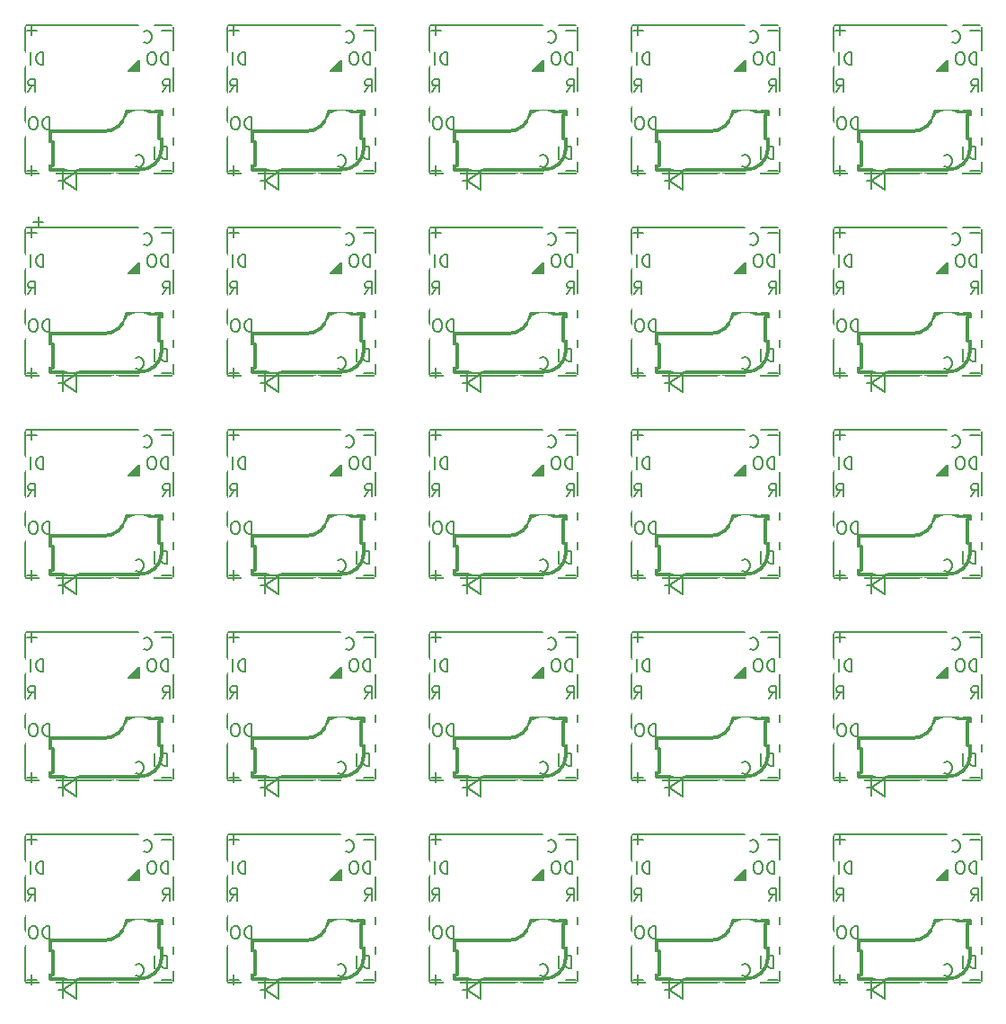
<source format=gbo>
G04 #@! TF.GenerationSoftware,KiCad,Pcbnew,5.1.5+dfsg1-2build2*
G04 #@! TF.CreationDate,2021-01-11T18:32:22+09:00*
G04 #@! TF.ProjectId,container,636f6e74-6169-46e6-9572-2e6b69636164,rev?*
G04 #@! TF.SameCoordinates,Original*
G04 #@! TF.FileFunction,Legend,Bot*
G04 #@! TF.FilePolarity,Positive*
%FSLAX46Y46*%
G04 Gerber Fmt 4.6, Leading zero omitted, Abs format (unit mm)*
G04 Created by KiCad (PCBNEW 5.1.5+dfsg1-2build2) date 2021-01-11 18:32:22*
%MOMM*%
%LPD*%
G04 APERTURE LIST*
%ADD10C,0.200000*%
%ADD11C,0.150000*%
%ADD12C,0.300000*%
%ADD13R,1.902000X0.922000*%
%ADD14R,1.702000X1.302000*%
%ADD15C,1.502000*%
%ADD16R,1.502000X1.502000*%
%ADD17R,2.402000X2.102000*%
%ADD18C,3.102000*%
%ADD19C,4.202000*%
%ADD20C,2.002000*%
%ADD21C,1.902000*%
G04 APERTURE END LIST*
D10*
X144729142Y-105368714D02*
X143814857Y-105368714D01*
X144272000Y-105825857D02*
X144272000Y-104911571D01*
X125679142Y-105368714D02*
X124764857Y-105368714D01*
X125222000Y-105825857D02*
X125222000Y-104911571D01*
X106629142Y-105368714D02*
X105714857Y-105368714D01*
X106172000Y-105825857D02*
X106172000Y-104911571D01*
X87579142Y-105368714D02*
X86664857Y-105368714D01*
X87122000Y-105825857D02*
X87122000Y-104911571D01*
X68529142Y-105368714D02*
X67614857Y-105368714D01*
X68072000Y-105825857D02*
X68072000Y-104911571D01*
X144729142Y-86318714D02*
X143814857Y-86318714D01*
X144272000Y-86775857D02*
X144272000Y-85861571D01*
X125679142Y-86318714D02*
X124764857Y-86318714D01*
X125222000Y-86775857D02*
X125222000Y-85861571D01*
X106629142Y-86318714D02*
X105714857Y-86318714D01*
X106172000Y-86775857D02*
X106172000Y-85861571D01*
X87579142Y-86318714D02*
X86664857Y-86318714D01*
X87122000Y-86775857D02*
X87122000Y-85861571D01*
X68529142Y-86318714D02*
X67614857Y-86318714D01*
X68072000Y-86775857D02*
X68072000Y-85861571D01*
X144729142Y-67268714D02*
X143814857Y-67268714D01*
X144272000Y-67725857D02*
X144272000Y-66811571D01*
X125679142Y-67268714D02*
X124764857Y-67268714D01*
X125222000Y-67725857D02*
X125222000Y-66811571D01*
X106629142Y-67268714D02*
X105714857Y-67268714D01*
X106172000Y-67725857D02*
X106172000Y-66811571D01*
X87579142Y-67268714D02*
X86664857Y-67268714D01*
X87122000Y-67725857D02*
X87122000Y-66811571D01*
X68529142Y-67268714D02*
X67614857Y-67268714D01*
X68072000Y-67725857D02*
X68072000Y-66811571D01*
X144729142Y-48218714D02*
X143814857Y-48218714D01*
X144272000Y-48675857D02*
X144272000Y-47761571D01*
X125679142Y-48218714D02*
X124764857Y-48218714D01*
X125222000Y-48675857D02*
X125222000Y-47761571D01*
X106629142Y-48218714D02*
X105714857Y-48218714D01*
X106172000Y-48675857D02*
X106172000Y-47761571D01*
X87579142Y-48218714D02*
X86664857Y-48218714D01*
X87122000Y-48675857D02*
X87122000Y-47761571D01*
X68529142Y-48218714D02*
X67614857Y-48218714D01*
X68072000Y-48675857D02*
X68072000Y-47761571D01*
X144729142Y-29168714D02*
X143814857Y-29168714D01*
X144272000Y-29625857D02*
X144272000Y-28711571D01*
X125679142Y-29168714D02*
X124764857Y-29168714D01*
X125222000Y-29625857D02*
X125222000Y-28711571D01*
X106629142Y-29168714D02*
X105714857Y-29168714D01*
X106172000Y-29625857D02*
X106172000Y-28711571D01*
X87579142Y-29168714D02*
X86664857Y-29168714D01*
X87122000Y-29625857D02*
X87122000Y-28711571D01*
X154822571Y-106473571D02*
X154879714Y-106530714D01*
X155051142Y-106587857D01*
X155165428Y-106587857D01*
X155336857Y-106530714D01*
X155451142Y-106416428D01*
X155508285Y-106302142D01*
X155565428Y-106073571D01*
X155565428Y-105902142D01*
X155508285Y-105673571D01*
X155451142Y-105559285D01*
X155336857Y-105445000D01*
X155165428Y-105387857D01*
X155051142Y-105387857D01*
X154879714Y-105445000D01*
X154822571Y-105502142D01*
X135772571Y-106473571D02*
X135829714Y-106530714D01*
X136001142Y-106587857D01*
X136115428Y-106587857D01*
X136286857Y-106530714D01*
X136401142Y-106416428D01*
X136458285Y-106302142D01*
X136515428Y-106073571D01*
X136515428Y-105902142D01*
X136458285Y-105673571D01*
X136401142Y-105559285D01*
X136286857Y-105445000D01*
X136115428Y-105387857D01*
X136001142Y-105387857D01*
X135829714Y-105445000D01*
X135772571Y-105502142D01*
X116722571Y-106473571D02*
X116779714Y-106530714D01*
X116951142Y-106587857D01*
X117065428Y-106587857D01*
X117236857Y-106530714D01*
X117351142Y-106416428D01*
X117408285Y-106302142D01*
X117465428Y-106073571D01*
X117465428Y-105902142D01*
X117408285Y-105673571D01*
X117351142Y-105559285D01*
X117236857Y-105445000D01*
X117065428Y-105387857D01*
X116951142Y-105387857D01*
X116779714Y-105445000D01*
X116722571Y-105502142D01*
X97672571Y-106473571D02*
X97729714Y-106530714D01*
X97901142Y-106587857D01*
X98015428Y-106587857D01*
X98186857Y-106530714D01*
X98301142Y-106416428D01*
X98358285Y-106302142D01*
X98415428Y-106073571D01*
X98415428Y-105902142D01*
X98358285Y-105673571D01*
X98301142Y-105559285D01*
X98186857Y-105445000D01*
X98015428Y-105387857D01*
X97901142Y-105387857D01*
X97729714Y-105445000D01*
X97672571Y-105502142D01*
X78622571Y-106473571D02*
X78679714Y-106530714D01*
X78851142Y-106587857D01*
X78965428Y-106587857D01*
X79136857Y-106530714D01*
X79251142Y-106416428D01*
X79308285Y-106302142D01*
X79365428Y-106073571D01*
X79365428Y-105902142D01*
X79308285Y-105673571D01*
X79251142Y-105559285D01*
X79136857Y-105445000D01*
X78965428Y-105387857D01*
X78851142Y-105387857D01*
X78679714Y-105445000D01*
X78622571Y-105502142D01*
X154822571Y-87423571D02*
X154879714Y-87480714D01*
X155051142Y-87537857D01*
X155165428Y-87537857D01*
X155336857Y-87480714D01*
X155451142Y-87366428D01*
X155508285Y-87252142D01*
X155565428Y-87023571D01*
X155565428Y-86852142D01*
X155508285Y-86623571D01*
X155451142Y-86509285D01*
X155336857Y-86395000D01*
X155165428Y-86337857D01*
X155051142Y-86337857D01*
X154879714Y-86395000D01*
X154822571Y-86452142D01*
X135772571Y-87423571D02*
X135829714Y-87480714D01*
X136001142Y-87537857D01*
X136115428Y-87537857D01*
X136286857Y-87480714D01*
X136401142Y-87366428D01*
X136458285Y-87252142D01*
X136515428Y-87023571D01*
X136515428Y-86852142D01*
X136458285Y-86623571D01*
X136401142Y-86509285D01*
X136286857Y-86395000D01*
X136115428Y-86337857D01*
X136001142Y-86337857D01*
X135829714Y-86395000D01*
X135772571Y-86452142D01*
X116722571Y-87423571D02*
X116779714Y-87480714D01*
X116951142Y-87537857D01*
X117065428Y-87537857D01*
X117236857Y-87480714D01*
X117351142Y-87366428D01*
X117408285Y-87252142D01*
X117465428Y-87023571D01*
X117465428Y-86852142D01*
X117408285Y-86623571D01*
X117351142Y-86509285D01*
X117236857Y-86395000D01*
X117065428Y-86337857D01*
X116951142Y-86337857D01*
X116779714Y-86395000D01*
X116722571Y-86452142D01*
X97672571Y-87423571D02*
X97729714Y-87480714D01*
X97901142Y-87537857D01*
X98015428Y-87537857D01*
X98186857Y-87480714D01*
X98301142Y-87366428D01*
X98358285Y-87252142D01*
X98415428Y-87023571D01*
X98415428Y-86852142D01*
X98358285Y-86623571D01*
X98301142Y-86509285D01*
X98186857Y-86395000D01*
X98015428Y-86337857D01*
X97901142Y-86337857D01*
X97729714Y-86395000D01*
X97672571Y-86452142D01*
X78622571Y-87423571D02*
X78679714Y-87480714D01*
X78851142Y-87537857D01*
X78965428Y-87537857D01*
X79136857Y-87480714D01*
X79251142Y-87366428D01*
X79308285Y-87252142D01*
X79365428Y-87023571D01*
X79365428Y-86852142D01*
X79308285Y-86623571D01*
X79251142Y-86509285D01*
X79136857Y-86395000D01*
X78965428Y-86337857D01*
X78851142Y-86337857D01*
X78679714Y-86395000D01*
X78622571Y-86452142D01*
X154822571Y-68373571D02*
X154879714Y-68430714D01*
X155051142Y-68487857D01*
X155165428Y-68487857D01*
X155336857Y-68430714D01*
X155451142Y-68316428D01*
X155508285Y-68202142D01*
X155565428Y-67973571D01*
X155565428Y-67802142D01*
X155508285Y-67573571D01*
X155451142Y-67459285D01*
X155336857Y-67345000D01*
X155165428Y-67287857D01*
X155051142Y-67287857D01*
X154879714Y-67345000D01*
X154822571Y-67402142D01*
X135772571Y-68373571D02*
X135829714Y-68430714D01*
X136001142Y-68487857D01*
X136115428Y-68487857D01*
X136286857Y-68430714D01*
X136401142Y-68316428D01*
X136458285Y-68202142D01*
X136515428Y-67973571D01*
X136515428Y-67802142D01*
X136458285Y-67573571D01*
X136401142Y-67459285D01*
X136286857Y-67345000D01*
X136115428Y-67287857D01*
X136001142Y-67287857D01*
X135829714Y-67345000D01*
X135772571Y-67402142D01*
X116722571Y-68373571D02*
X116779714Y-68430714D01*
X116951142Y-68487857D01*
X117065428Y-68487857D01*
X117236857Y-68430714D01*
X117351142Y-68316428D01*
X117408285Y-68202142D01*
X117465428Y-67973571D01*
X117465428Y-67802142D01*
X117408285Y-67573571D01*
X117351142Y-67459285D01*
X117236857Y-67345000D01*
X117065428Y-67287857D01*
X116951142Y-67287857D01*
X116779714Y-67345000D01*
X116722571Y-67402142D01*
X97672571Y-68373571D02*
X97729714Y-68430714D01*
X97901142Y-68487857D01*
X98015428Y-68487857D01*
X98186857Y-68430714D01*
X98301142Y-68316428D01*
X98358285Y-68202142D01*
X98415428Y-67973571D01*
X98415428Y-67802142D01*
X98358285Y-67573571D01*
X98301142Y-67459285D01*
X98186857Y-67345000D01*
X98015428Y-67287857D01*
X97901142Y-67287857D01*
X97729714Y-67345000D01*
X97672571Y-67402142D01*
X78622571Y-68373571D02*
X78679714Y-68430714D01*
X78851142Y-68487857D01*
X78965428Y-68487857D01*
X79136857Y-68430714D01*
X79251142Y-68316428D01*
X79308285Y-68202142D01*
X79365428Y-67973571D01*
X79365428Y-67802142D01*
X79308285Y-67573571D01*
X79251142Y-67459285D01*
X79136857Y-67345000D01*
X78965428Y-67287857D01*
X78851142Y-67287857D01*
X78679714Y-67345000D01*
X78622571Y-67402142D01*
X154822571Y-49323571D02*
X154879714Y-49380714D01*
X155051142Y-49437857D01*
X155165428Y-49437857D01*
X155336857Y-49380714D01*
X155451142Y-49266428D01*
X155508285Y-49152142D01*
X155565428Y-48923571D01*
X155565428Y-48752142D01*
X155508285Y-48523571D01*
X155451142Y-48409285D01*
X155336857Y-48295000D01*
X155165428Y-48237857D01*
X155051142Y-48237857D01*
X154879714Y-48295000D01*
X154822571Y-48352142D01*
X135772571Y-49323571D02*
X135829714Y-49380714D01*
X136001142Y-49437857D01*
X136115428Y-49437857D01*
X136286857Y-49380714D01*
X136401142Y-49266428D01*
X136458285Y-49152142D01*
X136515428Y-48923571D01*
X136515428Y-48752142D01*
X136458285Y-48523571D01*
X136401142Y-48409285D01*
X136286857Y-48295000D01*
X136115428Y-48237857D01*
X136001142Y-48237857D01*
X135829714Y-48295000D01*
X135772571Y-48352142D01*
X116722571Y-49323571D02*
X116779714Y-49380714D01*
X116951142Y-49437857D01*
X117065428Y-49437857D01*
X117236857Y-49380714D01*
X117351142Y-49266428D01*
X117408285Y-49152142D01*
X117465428Y-48923571D01*
X117465428Y-48752142D01*
X117408285Y-48523571D01*
X117351142Y-48409285D01*
X117236857Y-48295000D01*
X117065428Y-48237857D01*
X116951142Y-48237857D01*
X116779714Y-48295000D01*
X116722571Y-48352142D01*
X97672571Y-49323571D02*
X97729714Y-49380714D01*
X97901142Y-49437857D01*
X98015428Y-49437857D01*
X98186857Y-49380714D01*
X98301142Y-49266428D01*
X98358285Y-49152142D01*
X98415428Y-48923571D01*
X98415428Y-48752142D01*
X98358285Y-48523571D01*
X98301142Y-48409285D01*
X98186857Y-48295000D01*
X98015428Y-48237857D01*
X97901142Y-48237857D01*
X97729714Y-48295000D01*
X97672571Y-48352142D01*
X78622571Y-49323571D02*
X78679714Y-49380714D01*
X78851142Y-49437857D01*
X78965428Y-49437857D01*
X79136857Y-49380714D01*
X79251142Y-49266428D01*
X79308285Y-49152142D01*
X79365428Y-48923571D01*
X79365428Y-48752142D01*
X79308285Y-48523571D01*
X79251142Y-48409285D01*
X79136857Y-48295000D01*
X78965428Y-48237857D01*
X78851142Y-48237857D01*
X78679714Y-48295000D01*
X78622571Y-48352142D01*
X154822571Y-30273571D02*
X154879714Y-30330714D01*
X155051142Y-30387857D01*
X155165428Y-30387857D01*
X155336857Y-30330714D01*
X155451142Y-30216428D01*
X155508285Y-30102142D01*
X155565428Y-29873571D01*
X155565428Y-29702142D01*
X155508285Y-29473571D01*
X155451142Y-29359285D01*
X155336857Y-29245000D01*
X155165428Y-29187857D01*
X155051142Y-29187857D01*
X154879714Y-29245000D01*
X154822571Y-29302142D01*
X135772571Y-30273571D02*
X135829714Y-30330714D01*
X136001142Y-30387857D01*
X136115428Y-30387857D01*
X136286857Y-30330714D01*
X136401142Y-30216428D01*
X136458285Y-30102142D01*
X136515428Y-29873571D01*
X136515428Y-29702142D01*
X136458285Y-29473571D01*
X136401142Y-29359285D01*
X136286857Y-29245000D01*
X136115428Y-29187857D01*
X136001142Y-29187857D01*
X135829714Y-29245000D01*
X135772571Y-29302142D01*
X116722571Y-30273571D02*
X116779714Y-30330714D01*
X116951142Y-30387857D01*
X117065428Y-30387857D01*
X117236857Y-30330714D01*
X117351142Y-30216428D01*
X117408285Y-30102142D01*
X117465428Y-29873571D01*
X117465428Y-29702142D01*
X117408285Y-29473571D01*
X117351142Y-29359285D01*
X117236857Y-29245000D01*
X117065428Y-29187857D01*
X116951142Y-29187857D01*
X116779714Y-29245000D01*
X116722571Y-29302142D01*
X97672571Y-30273571D02*
X97729714Y-30330714D01*
X97901142Y-30387857D01*
X98015428Y-30387857D01*
X98186857Y-30330714D01*
X98301142Y-30216428D01*
X98358285Y-30102142D01*
X98415428Y-29873571D01*
X98415428Y-29702142D01*
X98358285Y-29473571D01*
X98301142Y-29359285D01*
X98186857Y-29245000D01*
X98015428Y-29187857D01*
X97901142Y-29187857D01*
X97729714Y-29245000D01*
X97672571Y-29302142D01*
X157064000Y-117509857D02*
X157064000Y-116309857D01*
X156778285Y-116309857D01*
X156606857Y-116367000D01*
X156492571Y-116481285D01*
X156435428Y-116595571D01*
X156378285Y-116824142D01*
X156378285Y-116995571D01*
X156435428Y-117224142D01*
X156492571Y-117338428D01*
X156606857Y-117452714D01*
X156778285Y-117509857D01*
X157064000Y-117509857D01*
X155864000Y-117509857D02*
X155864000Y-116309857D01*
X138014000Y-117509857D02*
X138014000Y-116309857D01*
X137728285Y-116309857D01*
X137556857Y-116367000D01*
X137442571Y-116481285D01*
X137385428Y-116595571D01*
X137328285Y-116824142D01*
X137328285Y-116995571D01*
X137385428Y-117224142D01*
X137442571Y-117338428D01*
X137556857Y-117452714D01*
X137728285Y-117509857D01*
X138014000Y-117509857D01*
X136814000Y-117509857D02*
X136814000Y-116309857D01*
X118964000Y-117509857D02*
X118964000Y-116309857D01*
X118678285Y-116309857D01*
X118506857Y-116367000D01*
X118392571Y-116481285D01*
X118335428Y-116595571D01*
X118278285Y-116824142D01*
X118278285Y-116995571D01*
X118335428Y-117224142D01*
X118392571Y-117338428D01*
X118506857Y-117452714D01*
X118678285Y-117509857D01*
X118964000Y-117509857D01*
X117764000Y-117509857D02*
X117764000Y-116309857D01*
X99914000Y-117509857D02*
X99914000Y-116309857D01*
X99628285Y-116309857D01*
X99456857Y-116367000D01*
X99342571Y-116481285D01*
X99285428Y-116595571D01*
X99228285Y-116824142D01*
X99228285Y-116995571D01*
X99285428Y-117224142D01*
X99342571Y-117338428D01*
X99456857Y-117452714D01*
X99628285Y-117509857D01*
X99914000Y-117509857D01*
X98714000Y-117509857D02*
X98714000Y-116309857D01*
X80864000Y-117509857D02*
X80864000Y-116309857D01*
X80578285Y-116309857D01*
X80406857Y-116367000D01*
X80292571Y-116481285D01*
X80235428Y-116595571D01*
X80178285Y-116824142D01*
X80178285Y-116995571D01*
X80235428Y-117224142D01*
X80292571Y-117338428D01*
X80406857Y-117452714D01*
X80578285Y-117509857D01*
X80864000Y-117509857D01*
X79664000Y-117509857D02*
X79664000Y-116309857D01*
X157064000Y-98459857D02*
X157064000Y-97259857D01*
X156778285Y-97259857D01*
X156606857Y-97317000D01*
X156492571Y-97431285D01*
X156435428Y-97545571D01*
X156378285Y-97774142D01*
X156378285Y-97945571D01*
X156435428Y-98174142D01*
X156492571Y-98288428D01*
X156606857Y-98402714D01*
X156778285Y-98459857D01*
X157064000Y-98459857D01*
X155864000Y-98459857D02*
X155864000Y-97259857D01*
X138014000Y-98459857D02*
X138014000Y-97259857D01*
X137728285Y-97259857D01*
X137556857Y-97317000D01*
X137442571Y-97431285D01*
X137385428Y-97545571D01*
X137328285Y-97774142D01*
X137328285Y-97945571D01*
X137385428Y-98174142D01*
X137442571Y-98288428D01*
X137556857Y-98402714D01*
X137728285Y-98459857D01*
X138014000Y-98459857D01*
X136814000Y-98459857D02*
X136814000Y-97259857D01*
X118964000Y-98459857D02*
X118964000Y-97259857D01*
X118678285Y-97259857D01*
X118506857Y-97317000D01*
X118392571Y-97431285D01*
X118335428Y-97545571D01*
X118278285Y-97774142D01*
X118278285Y-97945571D01*
X118335428Y-98174142D01*
X118392571Y-98288428D01*
X118506857Y-98402714D01*
X118678285Y-98459857D01*
X118964000Y-98459857D01*
X117764000Y-98459857D02*
X117764000Y-97259857D01*
X99914000Y-98459857D02*
X99914000Y-97259857D01*
X99628285Y-97259857D01*
X99456857Y-97317000D01*
X99342571Y-97431285D01*
X99285428Y-97545571D01*
X99228285Y-97774142D01*
X99228285Y-97945571D01*
X99285428Y-98174142D01*
X99342571Y-98288428D01*
X99456857Y-98402714D01*
X99628285Y-98459857D01*
X99914000Y-98459857D01*
X98714000Y-98459857D02*
X98714000Y-97259857D01*
X80864000Y-98459857D02*
X80864000Y-97259857D01*
X80578285Y-97259857D01*
X80406857Y-97317000D01*
X80292571Y-97431285D01*
X80235428Y-97545571D01*
X80178285Y-97774142D01*
X80178285Y-97945571D01*
X80235428Y-98174142D01*
X80292571Y-98288428D01*
X80406857Y-98402714D01*
X80578285Y-98459857D01*
X80864000Y-98459857D01*
X79664000Y-98459857D02*
X79664000Y-97259857D01*
X157064000Y-79409857D02*
X157064000Y-78209857D01*
X156778285Y-78209857D01*
X156606857Y-78267000D01*
X156492571Y-78381285D01*
X156435428Y-78495571D01*
X156378285Y-78724142D01*
X156378285Y-78895571D01*
X156435428Y-79124142D01*
X156492571Y-79238428D01*
X156606857Y-79352714D01*
X156778285Y-79409857D01*
X157064000Y-79409857D01*
X155864000Y-79409857D02*
X155864000Y-78209857D01*
X138014000Y-79409857D02*
X138014000Y-78209857D01*
X137728285Y-78209857D01*
X137556857Y-78267000D01*
X137442571Y-78381285D01*
X137385428Y-78495571D01*
X137328285Y-78724142D01*
X137328285Y-78895571D01*
X137385428Y-79124142D01*
X137442571Y-79238428D01*
X137556857Y-79352714D01*
X137728285Y-79409857D01*
X138014000Y-79409857D01*
X136814000Y-79409857D02*
X136814000Y-78209857D01*
X118964000Y-79409857D02*
X118964000Y-78209857D01*
X118678285Y-78209857D01*
X118506857Y-78267000D01*
X118392571Y-78381285D01*
X118335428Y-78495571D01*
X118278285Y-78724142D01*
X118278285Y-78895571D01*
X118335428Y-79124142D01*
X118392571Y-79238428D01*
X118506857Y-79352714D01*
X118678285Y-79409857D01*
X118964000Y-79409857D01*
X117764000Y-79409857D02*
X117764000Y-78209857D01*
X99914000Y-79409857D02*
X99914000Y-78209857D01*
X99628285Y-78209857D01*
X99456857Y-78267000D01*
X99342571Y-78381285D01*
X99285428Y-78495571D01*
X99228285Y-78724142D01*
X99228285Y-78895571D01*
X99285428Y-79124142D01*
X99342571Y-79238428D01*
X99456857Y-79352714D01*
X99628285Y-79409857D01*
X99914000Y-79409857D01*
X98714000Y-79409857D02*
X98714000Y-78209857D01*
X80864000Y-79409857D02*
X80864000Y-78209857D01*
X80578285Y-78209857D01*
X80406857Y-78267000D01*
X80292571Y-78381285D01*
X80235428Y-78495571D01*
X80178285Y-78724142D01*
X80178285Y-78895571D01*
X80235428Y-79124142D01*
X80292571Y-79238428D01*
X80406857Y-79352714D01*
X80578285Y-79409857D01*
X80864000Y-79409857D01*
X79664000Y-79409857D02*
X79664000Y-78209857D01*
X157064000Y-60359857D02*
X157064000Y-59159857D01*
X156778285Y-59159857D01*
X156606857Y-59217000D01*
X156492571Y-59331285D01*
X156435428Y-59445571D01*
X156378285Y-59674142D01*
X156378285Y-59845571D01*
X156435428Y-60074142D01*
X156492571Y-60188428D01*
X156606857Y-60302714D01*
X156778285Y-60359857D01*
X157064000Y-60359857D01*
X155864000Y-60359857D02*
X155864000Y-59159857D01*
X138014000Y-60359857D02*
X138014000Y-59159857D01*
X137728285Y-59159857D01*
X137556857Y-59217000D01*
X137442571Y-59331285D01*
X137385428Y-59445571D01*
X137328285Y-59674142D01*
X137328285Y-59845571D01*
X137385428Y-60074142D01*
X137442571Y-60188428D01*
X137556857Y-60302714D01*
X137728285Y-60359857D01*
X138014000Y-60359857D01*
X136814000Y-60359857D02*
X136814000Y-59159857D01*
X118964000Y-60359857D02*
X118964000Y-59159857D01*
X118678285Y-59159857D01*
X118506857Y-59217000D01*
X118392571Y-59331285D01*
X118335428Y-59445571D01*
X118278285Y-59674142D01*
X118278285Y-59845571D01*
X118335428Y-60074142D01*
X118392571Y-60188428D01*
X118506857Y-60302714D01*
X118678285Y-60359857D01*
X118964000Y-60359857D01*
X117764000Y-60359857D02*
X117764000Y-59159857D01*
X99914000Y-60359857D02*
X99914000Y-59159857D01*
X99628285Y-59159857D01*
X99456857Y-59217000D01*
X99342571Y-59331285D01*
X99285428Y-59445571D01*
X99228285Y-59674142D01*
X99228285Y-59845571D01*
X99285428Y-60074142D01*
X99342571Y-60188428D01*
X99456857Y-60302714D01*
X99628285Y-60359857D01*
X99914000Y-60359857D01*
X98714000Y-60359857D02*
X98714000Y-59159857D01*
X80864000Y-60359857D02*
X80864000Y-59159857D01*
X80578285Y-59159857D01*
X80406857Y-59217000D01*
X80292571Y-59331285D01*
X80235428Y-59445571D01*
X80178285Y-59674142D01*
X80178285Y-59845571D01*
X80235428Y-60074142D01*
X80292571Y-60188428D01*
X80406857Y-60302714D01*
X80578285Y-60359857D01*
X80864000Y-60359857D01*
X79664000Y-60359857D02*
X79664000Y-59159857D01*
X157064000Y-41309857D02*
X157064000Y-40109857D01*
X156778285Y-40109857D01*
X156606857Y-40167000D01*
X156492571Y-40281285D01*
X156435428Y-40395571D01*
X156378285Y-40624142D01*
X156378285Y-40795571D01*
X156435428Y-41024142D01*
X156492571Y-41138428D01*
X156606857Y-41252714D01*
X156778285Y-41309857D01*
X157064000Y-41309857D01*
X155864000Y-41309857D02*
X155864000Y-40109857D01*
X138014000Y-41309857D02*
X138014000Y-40109857D01*
X137728285Y-40109857D01*
X137556857Y-40167000D01*
X137442571Y-40281285D01*
X137385428Y-40395571D01*
X137328285Y-40624142D01*
X137328285Y-40795571D01*
X137385428Y-41024142D01*
X137442571Y-41138428D01*
X137556857Y-41252714D01*
X137728285Y-41309857D01*
X138014000Y-41309857D01*
X136814000Y-41309857D02*
X136814000Y-40109857D01*
X118964000Y-41309857D02*
X118964000Y-40109857D01*
X118678285Y-40109857D01*
X118506857Y-40167000D01*
X118392571Y-40281285D01*
X118335428Y-40395571D01*
X118278285Y-40624142D01*
X118278285Y-40795571D01*
X118335428Y-41024142D01*
X118392571Y-41138428D01*
X118506857Y-41252714D01*
X118678285Y-41309857D01*
X118964000Y-41309857D01*
X117764000Y-41309857D02*
X117764000Y-40109857D01*
X99914000Y-41309857D02*
X99914000Y-40109857D01*
X99628285Y-40109857D01*
X99456857Y-40167000D01*
X99342571Y-40281285D01*
X99285428Y-40395571D01*
X99228285Y-40624142D01*
X99228285Y-40795571D01*
X99285428Y-41024142D01*
X99342571Y-41138428D01*
X99456857Y-41252714D01*
X99628285Y-41309857D01*
X99914000Y-41309857D01*
X98714000Y-41309857D02*
X98714000Y-40109857D01*
X145380000Y-108619857D02*
X145380000Y-107419857D01*
X145094285Y-107419857D01*
X144922857Y-107477000D01*
X144808571Y-107591285D01*
X144751428Y-107705571D01*
X144694285Y-107934142D01*
X144694285Y-108105571D01*
X144751428Y-108334142D01*
X144808571Y-108448428D01*
X144922857Y-108562714D01*
X145094285Y-108619857D01*
X145380000Y-108619857D01*
X144180000Y-108619857D02*
X144180000Y-107419857D01*
X126330000Y-108619857D02*
X126330000Y-107419857D01*
X126044285Y-107419857D01*
X125872857Y-107477000D01*
X125758571Y-107591285D01*
X125701428Y-107705571D01*
X125644285Y-107934142D01*
X125644285Y-108105571D01*
X125701428Y-108334142D01*
X125758571Y-108448428D01*
X125872857Y-108562714D01*
X126044285Y-108619857D01*
X126330000Y-108619857D01*
X125130000Y-108619857D02*
X125130000Y-107419857D01*
X107280000Y-108619857D02*
X107280000Y-107419857D01*
X106994285Y-107419857D01*
X106822857Y-107477000D01*
X106708571Y-107591285D01*
X106651428Y-107705571D01*
X106594285Y-107934142D01*
X106594285Y-108105571D01*
X106651428Y-108334142D01*
X106708571Y-108448428D01*
X106822857Y-108562714D01*
X106994285Y-108619857D01*
X107280000Y-108619857D01*
X106080000Y-108619857D02*
X106080000Y-107419857D01*
X88230000Y-108619857D02*
X88230000Y-107419857D01*
X87944285Y-107419857D01*
X87772857Y-107477000D01*
X87658571Y-107591285D01*
X87601428Y-107705571D01*
X87544285Y-107934142D01*
X87544285Y-108105571D01*
X87601428Y-108334142D01*
X87658571Y-108448428D01*
X87772857Y-108562714D01*
X87944285Y-108619857D01*
X88230000Y-108619857D01*
X87030000Y-108619857D02*
X87030000Y-107419857D01*
X69180000Y-108619857D02*
X69180000Y-107419857D01*
X68894285Y-107419857D01*
X68722857Y-107477000D01*
X68608571Y-107591285D01*
X68551428Y-107705571D01*
X68494285Y-107934142D01*
X68494285Y-108105571D01*
X68551428Y-108334142D01*
X68608571Y-108448428D01*
X68722857Y-108562714D01*
X68894285Y-108619857D01*
X69180000Y-108619857D01*
X67980000Y-108619857D02*
X67980000Y-107419857D01*
X145380000Y-89569857D02*
X145380000Y-88369857D01*
X145094285Y-88369857D01*
X144922857Y-88427000D01*
X144808571Y-88541285D01*
X144751428Y-88655571D01*
X144694285Y-88884142D01*
X144694285Y-89055571D01*
X144751428Y-89284142D01*
X144808571Y-89398428D01*
X144922857Y-89512714D01*
X145094285Y-89569857D01*
X145380000Y-89569857D01*
X144180000Y-89569857D02*
X144180000Y-88369857D01*
X126330000Y-89569857D02*
X126330000Y-88369857D01*
X126044285Y-88369857D01*
X125872857Y-88427000D01*
X125758571Y-88541285D01*
X125701428Y-88655571D01*
X125644285Y-88884142D01*
X125644285Y-89055571D01*
X125701428Y-89284142D01*
X125758571Y-89398428D01*
X125872857Y-89512714D01*
X126044285Y-89569857D01*
X126330000Y-89569857D01*
X125130000Y-89569857D02*
X125130000Y-88369857D01*
X107280000Y-89569857D02*
X107280000Y-88369857D01*
X106994285Y-88369857D01*
X106822857Y-88427000D01*
X106708571Y-88541285D01*
X106651428Y-88655571D01*
X106594285Y-88884142D01*
X106594285Y-89055571D01*
X106651428Y-89284142D01*
X106708571Y-89398428D01*
X106822857Y-89512714D01*
X106994285Y-89569857D01*
X107280000Y-89569857D01*
X106080000Y-89569857D02*
X106080000Y-88369857D01*
X88230000Y-89569857D02*
X88230000Y-88369857D01*
X87944285Y-88369857D01*
X87772857Y-88427000D01*
X87658571Y-88541285D01*
X87601428Y-88655571D01*
X87544285Y-88884142D01*
X87544285Y-89055571D01*
X87601428Y-89284142D01*
X87658571Y-89398428D01*
X87772857Y-89512714D01*
X87944285Y-89569857D01*
X88230000Y-89569857D01*
X87030000Y-89569857D02*
X87030000Y-88369857D01*
X69180000Y-89569857D02*
X69180000Y-88369857D01*
X68894285Y-88369857D01*
X68722857Y-88427000D01*
X68608571Y-88541285D01*
X68551428Y-88655571D01*
X68494285Y-88884142D01*
X68494285Y-89055571D01*
X68551428Y-89284142D01*
X68608571Y-89398428D01*
X68722857Y-89512714D01*
X68894285Y-89569857D01*
X69180000Y-89569857D01*
X67980000Y-89569857D02*
X67980000Y-88369857D01*
X145380000Y-70519857D02*
X145380000Y-69319857D01*
X145094285Y-69319857D01*
X144922857Y-69377000D01*
X144808571Y-69491285D01*
X144751428Y-69605571D01*
X144694285Y-69834142D01*
X144694285Y-70005571D01*
X144751428Y-70234142D01*
X144808571Y-70348428D01*
X144922857Y-70462714D01*
X145094285Y-70519857D01*
X145380000Y-70519857D01*
X144180000Y-70519857D02*
X144180000Y-69319857D01*
X126330000Y-70519857D02*
X126330000Y-69319857D01*
X126044285Y-69319857D01*
X125872857Y-69377000D01*
X125758571Y-69491285D01*
X125701428Y-69605571D01*
X125644285Y-69834142D01*
X125644285Y-70005571D01*
X125701428Y-70234142D01*
X125758571Y-70348428D01*
X125872857Y-70462714D01*
X126044285Y-70519857D01*
X126330000Y-70519857D01*
X125130000Y-70519857D02*
X125130000Y-69319857D01*
X107280000Y-70519857D02*
X107280000Y-69319857D01*
X106994285Y-69319857D01*
X106822857Y-69377000D01*
X106708571Y-69491285D01*
X106651428Y-69605571D01*
X106594285Y-69834142D01*
X106594285Y-70005571D01*
X106651428Y-70234142D01*
X106708571Y-70348428D01*
X106822857Y-70462714D01*
X106994285Y-70519857D01*
X107280000Y-70519857D01*
X106080000Y-70519857D02*
X106080000Y-69319857D01*
X88230000Y-70519857D02*
X88230000Y-69319857D01*
X87944285Y-69319857D01*
X87772857Y-69377000D01*
X87658571Y-69491285D01*
X87601428Y-69605571D01*
X87544285Y-69834142D01*
X87544285Y-70005571D01*
X87601428Y-70234142D01*
X87658571Y-70348428D01*
X87772857Y-70462714D01*
X87944285Y-70519857D01*
X88230000Y-70519857D01*
X87030000Y-70519857D02*
X87030000Y-69319857D01*
X69180000Y-70519857D02*
X69180000Y-69319857D01*
X68894285Y-69319857D01*
X68722857Y-69377000D01*
X68608571Y-69491285D01*
X68551428Y-69605571D01*
X68494285Y-69834142D01*
X68494285Y-70005571D01*
X68551428Y-70234142D01*
X68608571Y-70348428D01*
X68722857Y-70462714D01*
X68894285Y-70519857D01*
X69180000Y-70519857D01*
X67980000Y-70519857D02*
X67980000Y-69319857D01*
X145380000Y-51469857D02*
X145380000Y-50269857D01*
X145094285Y-50269857D01*
X144922857Y-50327000D01*
X144808571Y-50441285D01*
X144751428Y-50555571D01*
X144694285Y-50784142D01*
X144694285Y-50955571D01*
X144751428Y-51184142D01*
X144808571Y-51298428D01*
X144922857Y-51412714D01*
X145094285Y-51469857D01*
X145380000Y-51469857D01*
X144180000Y-51469857D02*
X144180000Y-50269857D01*
X126330000Y-51469857D02*
X126330000Y-50269857D01*
X126044285Y-50269857D01*
X125872857Y-50327000D01*
X125758571Y-50441285D01*
X125701428Y-50555571D01*
X125644285Y-50784142D01*
X125644285Y-50955571D01*
X125701428Y-51184142D01*
X125758571Y-51298428D01*
X125872857Y-51412714D01*
X126044285Y-51469857D01*
X126330000Y-51469857D01*
X125130000Y-51469857D02*
X125130000Y-50269857D01*
X107280000Y-51469857D02*
X107280000Y-50269857D01*
X106994285Y-50269857D01*
X106822857Y-50327000D01*
X106708571Y-50441285D01*
X106651428Y-50555571D01*
X106594285Y-50784142D01*
X106594285Y-50955571D01*
X106651428Y-51184142D01*
X106708571Y-51298428D01*
X106822857Y-51412714D01*
X106994285Y-51469857D01*
X107280000Y-51469857D01*
X106080000Y-51469857D02*
X106080000Y-50269857D01*
X88230000Y-51469857D02*
X88230000Y-50269857D01*
X87944285Y-50269857D01*
X87772857Y-50327000D01*
X87658571Y-50441285D01*
X87601428Y-50555571D01*
X87544285Y-50784142D01*
X87544285Y-50955571D01*
X87601428Y-51184142D01*
X87658571Y-51298428D01*
X87772857Y-51412714D01*
X87944285Y-51469857D01*
X88230000Y-51469857D01*
X87030000Y-51469857D02*
X87030000Y-50269857D01*
X69180000Y-51469857D02*
X69180000Y-50269857D01*
X68894285Y-50269857D01*
X68722857Y-50327000D01*
X68608571Y-50441285D01*
X68551428Y-50555571D01*
X68494285Y-50784142D01*
X68494285Y-50955571D01*
X68551428Y-51184142D01*
X68608571Y-51298428D01*
X68722857Y-51412714D01*
X68894285Y-51469857D01*
X69180000Y-51469857D01*
X67980000Y-51469857D02*
X67980000Y-50269857D01*
X145380000Y-32419857D02*
X145380000Y-31219857D01*
X145094285Y-31219857D01*
X144922857Y-31277000D01*
X144808571Y-31391285D01*
X144751428Y-31505571D01*
X144694285Y-31734142D01*
X144694285Y-31905571D01*
X144751428Y-32134142D01*
X144808571Y-32248428D01*
X144922857Y-32362714D01*
X145094285Y-32419857D01*
X145380000Y-32419857D01*
X144180000Y-32419857D02*
X144180000Y-31219857D01*
X126330000Y-32419857D02*
X126330000Y-31219857D01*
X126044285Y-31219857D01*
X125872857Y-31277000D01*
X125758571Y-31391285D01*
X125701428Y-31505571D01*
X125644285Y-31734142D01*
X125644285Y-31905571D01*
X125701428Y-32134142D01*
X125758571Y-32248428D01*
X125872857Y-32362714D01*
X126044285Y-32419857D01*
X126330000Y-32419857D01*
X125130000Y-32419857D02*
X125130000Y-31219857D01*
X107280000Y-32419857D02*
X107280000Y-31219857D01*
X106994285Y-31219857D01*
X106822857Y-31277000D01*
X106708571Y-31391285D01*
X106651428Y-31505571D01*
X106594285Y-31734142D01*
X106594285Y-31905571D01*
X106651428Y-32134142D01*
X106708571Y-32248428D01*
X106822857Y-32362714D01*
X106994285Y-32419857D01*
X107280000Y-32419857D01*
X106080000Y-32419857D02*
X106080000Y-31219857D01*
X88230000Y-32419857D02*
X88230000Y-31219857D01*
X87944285Y-31219857D01*
X87772857Y-31277000D01*
X87658571Y-31391285D01*
X87601428Y-31505571D01*
X87544285Y-31734142D01*
X87544285Y-31905571D01*
X87601428Y-32134142D01*
X87658571Y-32248428D01*
X87772857Y-32362714D01*
X87944285Y-32419857D01*
X88230000Y-32419857D01*
X87030000Y-32419857D02*
X87030000Y-31219857D01*
X157429142Y-105368714D02*
X156514857Y-105368714D01*
X138379142Y-105368714D02*
X137464857Y-105368714D01*
X119329142Y-105368714D02*
X118414857Y-105368714D01*
X100279142Y-105368714D02*
X99364857Y-105368714D01*
X81229142Y-105368714D02*
X80314857Y-105368714D01*
X157429142Y-86318714D02*
X156514857Y-86318714D01*
X138379142Y-86318714D02*
X137464857Y-86318714D01*
X119329142Y-86318714D02*
X118414857Y-86318714D01*
X100279142Y-86318714D02*
X99364857Y-86318714D01*
X81229142Y-86318714D02*
X80314857Y-86318714D01*
X157429142Y-67268714D02*
X156514857Y-67268714D01*
X138379142Y-67268714D02*
X137464857Y-67268714D01*
X119329142Y-67268714D02*
X118414857Y-67268714D01*
X100279142Y-67268714D02*
X99364857Y-67268714D01*
X81229142Y-67268714D02*
X80314857Y-67268714D01*
X157429142Y-48218714D02*
X156514857Y-48218714D01*
X138379142Y-48218714D02*
X137464857Y-48218714D01*
X119329142Y-48218714D02*
X118414857Y-48218714D01*
X100279142Y-48218714D02*
X99364857Y-48218714D01*
X81229142Y-48218714D02*
X80314857Y-48218714D01*
X157429142Y-29168714D02*
X156514857Y-29168714D01*
X138379142Y-29168714D02*
X137464857Y-29168714D01*
X119329142Y-29168714D02*
X118414857Y-29168714D01*
X100279142Y-29168714D02*
X99364857Y-29168714D01*
X157152857Y-108619857D02*
X157152857Y-107419857D01*
X156867142Y-107419857D01*
X156695714Y-107477000D01*
X156581428Y-107591285D01*
X156524285Y-107705571D01*
X156467142Y-107934142D01*
X156467142Y-108105571D01*
X156524285Y-108334142D01*
X156581428Y-108448428D01*
X156695714Y-108562714D01*
X156867142Y-108619857D01*
X157152857Y-108619857D01*
X155724285Y-107419857D02*
X155495714Y-107419857D01*
X155381428Y-107477000D01*
X155267142Y-107591285D01*
X155210000Y-107819857D01*
X155210000Y-108219857D01*
X155267142Y-108448428D01*
X155381428Y-108562714D01*
X155495714Y-108619857D01*
X155724285Y-108619857D01*
X155838571Y-108562714D01*
X155952857Y-108448428D01*
X156010000Y-108219857D01*
X156010000Y-107819857D01*
X155952857Y-107591285D01*
X155838571Y-107477000D01*
X155724285Y-107419857D01*
X138102857Y-108619857D02*
X138102857Y-107419857D01*
X137817142Y-107419857D01*
X137645714Y-107477000D01*
X137531428Y-107591285D01*
X137474285Y-107705571D01*
X137417142Y-107934142D01*
X137417142Y-108105571D01*
X137474285Y-108334142D01*
X137531428Y-108448428D01*
X137645714Y-108562714D01*
X137817142Y-108619857D01*
X138102857Y-108619857D01*
X136674285Y-107419857D02*
X136445714Y-107419857D01*
X136331428Y-107477000D01*
X136217142Y-107591285D01*
X136160000Y-107819857D01*
X136160000Y-108219857D01*
X136217142Y-108448428D01*
X136331428Y-108562714D01*
X136445714Y-108619857D01*
X136674285Y-108619857D01*
X136788571Y-108562714D01*
X136902857Y-108448428D01*
X136960000Y-108219857D01*
X136960000Y-107819857D01*
X136902857Y-107591285D01*
X136788571Y-107477000D01*
X136674285Y-107419857D01*
X119052857Y-108619857D02*
X119052857Y-107419857D01*
X118767142Y-107419857D01*
X118595714Y-107477000D01*
X118481428Y-107591285D01*
X118424285Y-107705571D01*
X118367142Y-107934142D01*
X118367142Y-108105571D01*
X118424285Y-108334142D01*
X118481428Y-108448428D01*
X118595714Y-108562714D01*
X118767142Y-108619857D01*
X119052857Y-108619857D01*
X117624285Y-107419857D02*
X117395714Y-107419857D01*
X117281428Y-107477000D01*
X117167142Y-107591285D01*
X117110000Y-107819857D01*
X117110000Y-108219857D01*
X117167142Y-108448428D01*
X117281428Y-108562714D01*
X117395714Y-108619857D01*
X117624285Y-108619857D01*
X117738571Y-108562714D01*
X117852857Y-108448428D01*
X117910000Y-108219857D01*
X117910000Y-107819857D01*
X117852857Y-107591285D01*
X117738571Y-107477000D01*
X117624285Y-107419857D01*
X100002857Y-108619857D02*
X100002857Y-107419857D01*
X99717142Y-107419857D01*
X99545714Y-107477000D01*
X99431428Y-107591285D01*
X99374285Y-107705571D01*
X99317142Y-107934142D01*
X99317142Y-108105571D01*
X99374285Y-108334142D01*
X99431428Y-108448428D01*
X99545714Y-108562714D01*
X99717142Y-108619857D01*
X100002857Y-108619857D01*
X98574285Y-107419857D02*
X98345714Y-107419857D01*
X98231428Y-107477000D01*
X98117142Y-107591285D01*
X98060000Y-107819857D01*
X98060000Y-108219857D01*
X98117142Y-108448428D01*
X98231428Y-108562714D01*
X98345714Y-108619857D01*
X98574285Y-108619857D01*
X98688571Y-108562714D01*
X98802857Y-108448428D01*
X98860000Y-108219857D01*
X98860000Y-107819857D01*
X98802857Y-107591285D01*
X98688571Y-107477000D01*
X98574285Y-107419857D01*
X80952857Y-108619857D02*
X80952857Y-107419857D01*
X80667142Y-107419857D01*
X80495714Y-107477000D01*
X80381428Y-107591285D01*
X80324285Y-107705571D01*
X80267142Y-107934142D01*
X80267142Y-108105571D01*
X80324285Y-108334142D01*
X80381428Y-108448428D01*
X80495714Y-108562714D01*
X80667142Y-108619857D01*
X80952857Y-108619857D01*
X79524285Y-107419857D02*
X79295714Y-107419857D01*
X79181428Y-107477000D01*
X79067142Y-107591285D01*
X79010000Y-107819857D01*
X79010000Y-108219857D01*
X79067142Y-108448428D01*
X79181428Y-108562714D01*
X79295714Y-108619857D01*
X79524285Y-108619857D01*
X79638571Y-108562714D01*
X79752857Y-108448428D01*
X79810000Y-108219857D01*
X79810000Y-107819857D01*
X79752857Y-107591285D01*
X79638571Y-107477000D01*
X79524285Y-107419857D01*
X157152857Y-89569857D02*
X157152857Y-88369857D01*
X156867142Y-88369857D01*
X156695714Y-88427000D01*
X156581428Y-88541285D01*
X156524285Y-88655571D01*
X156467142Y-88884142D01*
X156467142Y-89055571D01*
X156524285Y-89284142D01*
X156581428Y-89398428D01*
X156695714Y-89512714D01*
X156867142Y-89569857D01*
X157152857Y-89569857D01*
X155724285Y-88369857D02*
X155495714Y-88369857D01*
X155381428Y-88427000D01*
X155267142Y-88541285D01*
X155210000Y-88769857D01*
X155210000Y-89169857D01*
X155267142Y-89398428D01*
X155381428Y-89512714D01*
X155495714Y-89569857D01*
X155724285Y-89569857D01*
X155838571Y-89512714D01*
X155952857Y-89398428D01*
X156010000Y-89169857D01*
X156010000Y-88769857D01*
X155952857Y-88541285D01*
X155838571Y-88427000D01*
X155724285Y-88369857D01*
X138102857Y-89569857D02*
X138102857Y-88369857D01*
X137817142Y-88369857D01*
X137645714Y-88427000D01*
X137531428Y-88541285D01*
X137474285Y-88655571D01*
X137417142Y-88884142D01*
X137417142Y-89055571D01*
X137474285Y-89284142D01*
X137531428Y-89398428D01*
X137645714Y-89512714D01*
X137817142Y-89569857D01*
X138102857Y-89569857D01*
X136674285Y-88369857D02*
X136445714Y-88369857D01*
X136331428Y-88427000D01*
X136217142Y-88541285D01*
X136160000Y-88769857D01*
X136160000Y-89169857D01*
X136217142Y-89398428D01*
X136331428Y-89512714D01*
X136445714Y-89569857D01*
X136674285Y-89569857D01*
X136788571Y-89512714D01*
X136902857Y-89398428D01*
X136960000Y-89169857D01*
X136960000Y-88769857D01*
X136902857Y-88541285D01*
X136788571Y-88427000D01*
X136674285Y-88369857D01*
X119052857Y-89569857D02*
X119052857Y-88369857D01*
X118767142Y-88369857D01*
X118595714Y-88427000D01*
X118481428Y-88541285D01*
X118424285Y-88655571D01*
X118367142Y-88884142D01*
X118367142Y-89055571D01*
X118424285Y-89284142D01*
X118481428Y-89398428D01*
X118595714Y-89512714D01*
X118767142Y-89569857D01*
X119052857Y-89569857D01*
X117624285Y-88369857D02*
X117395714Y-88369857D01*
X117281428Y-88427000D01*
X117167142Y-88541285D01*
X117110000Y-88769857D01*
X117110000Y-89169857D01*
X117167142Y-89398428D01*
X117281428Y-89512714D01*
X117395714Y-89569857D01*
X117624285Y-89569857D01*
X117738571Y-89512714D01*
X117852857Y-89398428D01*
X117910000Y-89169857D01*
X117910000Y-88769857D01*
X117852857Y-88541285D01*
X117738571Y-88427000D01*
X117624285Y-88369857D01*
X100002857Y-89569857D02*
X100002857Y-88369857D01*
X99717142Y-88369857D01*
X99545714Y-88427000D01*
X99431428Y-88541285D01*
X99374285Y-88655571D01*
X99317142Y-88884142D01*
X99317142Y-89055571D01*
X99374285Y-89284142D01*
X99431428Y-89398428D01*
X99545714Y-89512714D01*
X99717142Y-89569857D01*
X100002857Y-89569857D01*
X98574285Y-88369857D02*
X98345714Y-88369857D01*
X98231428Y-88427000D01*
X98117142Y-88541285D01*
X98060000Y-88769857D01*
X98060000Y-89169857D01*
X98117142Y-89398428D01*
X98231428Y-89512714D01*
X98345714Y-89569857D01*
X98574285Y-89569857D01*
X98688571Y-89512714D01*
X98802857Y-89398428D01*
X98860000Y-89169857D01*
X98860000Y-88769857D01*
X98802857Y-88541285D01*
X98688571Y-88427000D01*
X98574285Y-88369857D01*
X80952857Y-89569857D02*
X80952857Y-88369857D01*
X80667142Y-88369857D01*
X80495714Y-88427000D01*
X80381428Y-88541285D01*
X80324285Y-88655571D01*
X80267142Y-88884142D01*
X80267142Y-89055571D01*
X80324285Y-89284142D01*
X80381428Y-89398428D01*
X80495714Y-89512714D01*
X80667142Y-89569857D01*
X80952857Y-89569857D01*
X79524285Y-88369857D02*
X79295714Y-88369857D01*
X79181428Y-88427000D01*
X79067142Y-88541285D01*
X79010000Y-88769857D01*
X79010000Y-89169857D01*
X79067142Y-89398428D01*
X79181428Y-89512714D01*
X79295714Y-89569857D01*
X79524285Y-89569857D01*
X79638571Y-89512714D01*
X79752857Y-89398428D01*
X79810000Y-89169857D01*
X79810000Y-88769857D01*
X79752857Y-88541285D01*
X79638571Y-88427000D01*
X79524285Y-88369857D01*
X157152857Y-70519857D02*
X157152857Y-69319857D01*
X156867142Y-69319857D01*
X156695714Y-69377000D01*
X156581428Y-69491285D01*
X156524285Y-69605571D01*
X156467142Y-69834142D01*
X156467142Y-70005571D01*
X156524285Y-70234142D01*
X156581428Y-70348428D01*
X156695714Y-70462714D01*
X156867142Y-70519857D01*
X157152857Y-70519857D01*
X155724285Y-69319857D02*
X155495714Y-69319857D01*
X155381428Y-69377000D01*
X155267142Y-69491285D01*
X155210000Y-69719857D01*
X155210000Y-70119857D01*
X155267142Y-70348428D01*
X155381428Y-70462714D01*
X155495714Y-70519857D01*
X155724285Y-70519857D01*
X155838571Y-70462714D01*
X155952857Y-70348428D01*
X156010000Y-70119857D01*
X156010000Y-69719857D01*
X155952857Y-69491285D01*
X155838571Y-69377000D01*
X155724285Y-69319857D01*
X138102857Y-70519857D02*
X138102857Y-69319857D01*
X137817142Y-69319857D01*
X137645714Y-69377000D01*
X137531428Y-69491285D01*
X137474285Y-69605571D01*
X137417142Y-69834142D01*
X137417142Y-70005571D01*
X137474285Y-70234142D01*
X137531428Y-70348428D01*
X137645714Y-70462714D01*
X137817142Y-70519857D01*
X138102857Y-70519857D01*
X136674285Y-69319857D02*
X136445714Y-69319857D01*
X136331428Y-69377000D01*
X136217142Y-69491285D01*
X136160000Y-69719857D01*
X136160000Y-70119857D01*
X136217142Y-70348428D01*
X136331428Y-70462714D01*
X136445714Y-70519857D01*
X136674285Y-70519857D01*
X136788571Y-70462714D01*
X136902857Y-70348428D01*
X136960000Y-70119857D01*
X136960000Y-69719857D01*
X136902857Y-69491285D01*
X136788571Y-69377000D01*
X136674285Y-69319857D01*
X119052857Y-70519857D02*
X119052857Y-69319857D01*
X118767142Y-69319857D01*
X118595714Y-69377000D01*
X118481428Y-69491285D01*
X118424285Y-69605571D01*
X118367142Y-69834142D01*
X118367142Y-70005571D01*
X118424285Y-70234142D01*
X118481428Y-70348428D01*
X118595714Y-70462714D01*
X118767142Y-70519857D01*
X119052857Y-70519857D01*
X117624285Y-69319857D02*
X117395714Y-69319857D01*
X117281428Y-69377000D01*
X117167142Y-69491285D01*
X117110000Y-69719857D01*
X117110000Y-70119857D01*
X117167142Y-70348428D01*
X117281428Y-70462714D01*
X117395714Y-70519857D01*
X117624285Y-70519857D01*
X117738571Y-70462714D01*
X117852857Y-70348428D01*
X117910000Y-70119857D01*
X117910000Y-69719857D01*
X117852857Y-69491285D01*
X117738571Y-69377000D01*
X117624285Y-69319857D01*
X100002857Y-70519857D02*
X100002857Y-69319857D01*
X99717142Y-69319857D01*
X99545714Y-69377000D01*
X99431428Y-69491285D01*
X99374285Y-69605571D01*
X99317142Y-69834142D01*
X99317142Y-70005571D01*
X99374285Y-70234142D01*
X99431428Y-70348428D01*
X99545714Y-70462714D01*
X99717142Y-70519857D01*
X100002857Y-70519857D01*
X98574285Y-69319857D02*
X98345714Y-69319857D01*
X98231428Y-69377000D01*
X98117142Y-69491285D01*
X98060000Y-69719857D01*
X98060000Y-70119857D01*
X98117142Y-70348428D01*
X98231428Y-70462714D01*
X98345714Y-70519857D01*
X98574285Y-70519857D01*
X98688571Y-70462714D01*
X98802857Y-70348428D01*
X98860000Y-70119857D01*
X98860000Y-69719857D01*
X98802857Y-69491285D01*
X98688571Y-69377000D01*
X98574285Y-69319857D01*
X80952857Y-70519857D02*
X80952857Y-69319857D01*
X80667142Y-69319857D01*
X80495714Y-69377000D01*
X80381428Y-69491285D01*
X80324285Y-69605571D01*
X80267142Y-69834142D01*
X80267142Y-70005571D01*
X80324285Y-70234142D01*
X80381428Y-70348428D01*
X80495714Y-70462714D01*
X80667142Y-70519857D01*
X80952857Y-70519857D01*
X79524285Y-69319857D02*
X79295714Y-69319857D01*
X79181428Y-69377000D01*
X79067142Y-69491285D01*
X79010000Y-69719857D01*
X79010000Y-70119857D01*
X79067142Y-70348428D01*
X79181428Y-70462714D01*
X79295714Y-70519857D01*
X79524285Y-70519857D01*
X79638571Y-70462714D01*
X79752857Y-70348428D01*
X79810000Y-70119857D01*
X79810000Y-69719857D01*
X79752857Y-69491285D01*
X79638571Y-69377000D01*
X79524285Y-69319857D01*
X157152857Y-51469857D02*
X157152857Y-50269857D01*
X156867142Y-50269857D01*
X156695714Y-50327000D01*
X156581428Y-50441285D01*
X156524285Y-50555571D01*
X156467142Y-50784142D01*
X156467142Y-50955571D01*
X156524285Y-51184142D01*
X156581428Y-51298428D01*
X156695714Y-51412714D01*
X156867142Y-51469857D01*
X157152857Y-51469857D01*
X155724285Y-50269857D02*
X155495714Y-50269857D01*
X155381428Y-50327000D01*
X155267142Y-50441285D01*
X155210000Y-50669857D01*
X155210000Y-51069857D01*
X155267142Y-51298428D01*
X155381428Y-51412714D01*
X155495714Y-51469857D01*
X155724285Y-51469857D01*
X155838571Y-51412714D01*
X155952857Y-51298428D01*
X156010000Y-51069857D01*
X156010000Y-50669857D01*
X155952857Y-50441285D01*
X155838571Y-50327000D01*
X155724285Y-50269857D01*
X138102857Y-51469857D02*
X138102857Y-50269857D01*
X137817142Y-50269857D01*
X137645714Y-50327000D01*
X137531428Y-50441285D01*
X137474285Y-50555571D01*
X137417142Y-50784142D01*
X137417142Y-50955571D01*
X137474285Y-51184142D01*
X137531428Y-51298428D01*
X137645714Y-51412714D01*
X137817142Y-51469857D01*
X138102857Y-51469857D01*
X136674285Y-50269857D02*
X136445714Y-50269857D01*
X136331428Y-50327000D01*
X136217142Y-50441285D01*
X136160000Y-50669857D01*
X136160000Y-51069857D01*
X136217142Y-51298428D01*
X136331428Y-51412714D01*
X136445714Y-51469857D01*
X136674285Y-51469857D01*
X136788571Y-51412714D01*
X136902857Y-51298428D01*
X136960000Y-51069857D01*
X136960000Y-50669857D01*
X136902857Y-50441285D01*
X136788571Y-50327000D01*
X136674285Y-50269857D01*
X119052857Y-51469857D02*
X119052857Y-50269857D01*
X118767142Y-50269857D01*
X118595714Y-50327000D01*
X118481428Y-50441285D01*
X118424285Y-50555571D01*
X118367142Y-50784142D01*
X118367142Y-50955571D01*
X118424285Y-51184142D01*
X118481428Y-51298428D01*
X118595714Y-51412714D01*
X118767142Y-51469857D01*
X119052857Y-51469857D01*
X117624285Y-50269857D02*
X117395714Y-50269857D01*
X117281428Y-50327000D01*
X117167142Y-50441285D01*
X117110000Y-50669857D01*
X117110000Y-51069857D01*
X117167142Y-51298428D01*
X117281428Y-51412714D01*
X117395714Y-51469857D01*
X117624285Y-51469857D01*
X117738571Y-51412714D01*
X117852857Y-51298428D01*
X117910000Y-51069857D01*
X117910000Y-50669857D01*
X117852857Y-50441285D01*
X117738571Y-50327000D01*
X117624285Y-50269857D01*
X100002857Y-51469857D02*
X100002857Y-50269857D01*
X99717142Y-50269857D01*
X99545714Y-50327000D01*
X99431428Y-50441285D01*
X99374285Y-50555571D01*
X99317142Y-50784142D01*
X99317142Y-50955571D01*
X99374285Y-51184142D01*
X99431428Y-51298428D01*
X99545714Y-51412714D01*
X99717142Y-51469857D01*
X100002857Y-51469857D01*
X98574285Y-50269857D02*
X98345714Y-50269857D01*
X98231428Y-50327000D01*
X98117142Y-50441285D01*
X98060000Y-50669857D01*
X98060000Y-51069857D01*
X98117142Y-51298428D01*
X98231428Y-51412714D01*
X98345714Y-51469857D01*
X98574285Y-51469857D01*
X98688571Y-51412714D01*
X98802857Y-51298428D01*
X98860000Y-51069857D01*
X98860000Y-50669857D01*
X98802857Y-50441285D01*
X98688571Y-50327000D01*
X98574285Y-50269857D01*
X80952857Y-51469857D02*
X80952857Y-50269857D01*
X80667142Y-50269857D01*
X80495714Y-50327000D01*
X80381428Y-50441285D01*
X80324285Y-50555571D01*
X80267142Y-50784142D01*
X80267142Y-50955571D01*
X80324285Y-51184142D01*
X80381428Y-51298428D01*
X80495714Y-51412714D01*
X80667142Y-51469857D01*
X80952857Y-51469857D01*
X79524285Y-50269857D02*
X79295714Y-50269857D01*
X79181428Y-50327000D01*
X79067142Y-50441285D01*
X79010000Y-50669857D01*
X79010000Y-51069857D01*
X79067142Y-51298428D01*
X79181428Y-51412714D01*
X79295714Y-51469857D01*
X79524285Y-51469857D01*
X79638571Y-51412714D01*
X79752857Y-51298428D01*
X79810000Y-51069857D01*
X79810000Y-50669857D01*
X79752857Y-50441285D01*
X79638571Y-50327000D01*
X79524285Y-50269857D01*
X157152857Y-32419857D02*
X157152857Y-31219857D01*
X156867142Y-31219857D01*
X156695714Y-31277000D01*
X156581428Y-31391285D01*
X156524285Y-31505571D01*
X156467142Y-31734142D01*
X156467142Y-31905571D01*
X156524285Y-32134142D01*
X156581428Y-32248428D01*
X156695714Y-32362714D01*
X156867142Y-32419857D01*
X157152857Y-32419857D01*
X155724285Y-31219857D02*
X155495714Y-31219857D01*
X155381428Y-31277000D01*
X155267142Y-31391285D01*
X155210000Y-31619857D01*
X155210000Y-32019857D01*
X155267142Y-32248428D01*
X155381428Y-32362714D01*
X155495714Y-32419857D01*
X155724285Y-32419857D01*
X155838571Y-32362714D01*
X155952857Y-32248428D01*
X156010000Y-32019857D01*
X156010000Y-31619857D01*
X155952857Y-31391285D01*
X155838571Y-31277000D01*
X155724285Y-31219857D01*
X138102857Y-32419857D02*
X138102857Y-31219857D01*
X137817142Y-31219857D01*
X137645714Y-31277000D01*
X137531428Y-31391285D01*
X137474285Y-31505571D01*
X137417142Y-31734142D01*
X137417142Y-31905571D01*
X137474285Y-32134142D01*
X137531428Y-32248428D01*
X137645714Y-32362714D01*
X137817142Y-32419857D01*
X138102857Y-32419857D01*
X136674285Y-31219857D02*
X136445714Y-31219857D01*
X136331428Y-31277000D01*
X136217142Y-31391285D01*
X136160000Y-31619857D01*
X136160000Y-32019857D01*
X136217142Y-32248428D01*
X136331428Y-32362714D01*
X136445714Y-32419857D01*
X136674285Y-32419857D01*
X136788571Y-32362714D01*
X136902857Y-32248428D01*
X136960000Y-32019857D01*
X136960000Y-31619857D01*
X136902857Y-31391285D01*
X136788571Y-31277000D01*
X136674285Y-31219857D01*
X119052857Y-32419857D02*
X119052857Y-31219857D01*
X118767142Y-31219857D01*
X118595714Y-31277000D01*
X118481428Y-31391285D01*
X118424285Y-31505571D01*
X118367142Y-31734142D01*
X118367142Y-31905571D01*
X118424285Y-32134142D01*
X118481428Y-32248428D01*
X118595714Y-32362714D01*
X118767142Y-32419857D01*
X119052857Y-32419857D01*
X117624285Y-31219857D02*
X117395714Y-31219857D01*
X117281428Y-31277000D01*
X117167142Y-31391285D01*
X117110000Y-31619857D01*
X117110000Y-32019857D01*
X117167142Y-32248428D01*
X117281428Y-32362714D01*
X117395714Y-32419857D01*
X117624285Y-32419857D01*
X117738571Y-32362714D01*
X117852857Y-32248428D01*
X117910000Y-32019857D01*
X117910000Y-31619857D01*
X117852857Y-31391285D01*
X117738571Y-31277000D01*
X117624285Y-31219857D01*
X100002857Y-32419857D02*
X100002857Y-31219857D01*
X99717142Y-31219857D01*
X99545714Y-31277000D01*
X99431428Y-31391285D01*
X99374285Y-31505571D01*
X99317142Y-31734142D01*
X99317142Y-31905571D01*
X99374285Y-32134142D01*
X99431428Y-32248428D01*
X99545714Y-32362714D01*
X99717142Y-32419857D01*
X100002857Y-32419857D01*
X98574285Y-31219857D02*
X98345714Y-31219857D01*
X98231428Y-31277000D01*
X98117142Y-31391285D01*
X98060000Y-31619857D01*
X98060000Y-32019857D01*
X98117142Y-32248428D01*
X98231428Y-32362714D01*
X98345714Y-32419857D01*
X98574285Y-32419857D01*
X98688571Y-32362714D01*
X98802857Y-32248428D01*
X98860000Y-32019857D01*
X98860000Y-31619857D01*
X98802857Y-31391285D01*
X98688571Y-31277000D01*
X98574285Y-31219857D01*
X154060571Y-118157571D02*
X154117714Y-118214714D01*
X154289142Y-118271857D01*
X154403428Y-118271857D01*
X154574857Y-118214714D01*
X154689142Y-118100428D01*
X154746285Y-117986142D01*
X154803428Y-117757571D01*
X154803428Y-117586142D01*
X154746285Y-117357571D01*
X154689142Y-117243285D01*
X154574857Y-117129000D01*
X154403428Y-117071857D01*
X154289142Y-117071857D01*
X154117714Y-117129000D01*
X154060571Y-117186142D01*
X135010571Y-118157571D02*
X135067714Y-118214714D01*
X135239142Y-118271857D01*
X135353428Y-118271857D01*
X135524857Y-118214714D01*
X135639142Y-118100428D01*
X135696285Y-117986142D01*
X135753428Y-117757571D01*
X135753428Y-117586142D01*
X135696285Y-117357571D01*
X135639142Y-117243285D01*
X135524857Y-117129000D01*
X135353428Y-117071857D01*
X135239142Y-117071857D01*
X135067714Y-117129000D01*
X135010571Y-117186142D01*
X115960571Y-118157571D02*
X116017714Y-118214714D01*
X116189142Y-118271857D01*
X116303428Y-118271857D01*
X116474857Y-118214714D01*
X116589142Y-118100428D01*
X116646285Y-117986142D01*
X116703428Y-117757571D01*
X116703428Y-117586142D01*
X116646285Y-117357571D01*
X116589142Y-117243285D01*
X116474857Y-117129000D01*
X116303428Y-117071857D01*
X116189142Y-117071857D01*
X116017714Y-117129000D01*
X115960571Y-117186142D01*
X96910571Y-118157571D02*
X96967714Y-118214714D01*
X97139142Y-118271857D01*
X97253428Y-118271857D01*
X97424857Y-118214714D01*
X97539142Y-118100428D01*
X97596285Y-117986142D01*
X97653428Y-117757571D01*
X97653428Y-117586142D01*
X97596285Y-117357571D01*
X97539142Y-117243285D01*
X97424857Y-117129000D01*
X97253428Y-117071857D01*
X97139142Y-117071857D01*
X96967714Y-117129000D01*
X96910571Y-117186142D01*
X77860571Y-118157571D02*
X77917714Y-118214714D01*
X78089142Y-118271857D01*
X78203428Y-118271857D01*
X78374857Y-118214714D01*
X78489142Y-118100428D01*
X78546285Y-117986142D01*
X78603428Y-117757571D01*
X78603428Y-117586142D01*
X78546285Y-117357571D01*
X78489142Y-117243285D01*
X78374857Y-117129000D01*
X78203428Y-117071857D01*
X78089142Y-117071857D01*
X77917714Y-117129000D01*
X77860571Y-117186142D01*
X154060571Y-99107571D02*
X154117714Y-99164714D01*
X154289142Y-99221857D01*
X154403428Y-99221857D01*
X154574857Y-99164714D01*
X154689142Y-99050428D01*
X154746285Y-98936142D01*
X154803428Y-98707571D01*
X154803428Y-98536142D01*
X154746285Y-98307571D01*
X154689142Y-98193285D01*
X154574857Y-98079000D01*
X154403428Y-98021857D01*
X154289142Y-98021857D01*
X154117714Y-98079000D01*
X154060571Y-98136142D01*
X135010571Y-99107571D02*
X135067714Y-99164714D01*
X135239142Y-99221857D01*
X135353428Y-99221857D01*
X135524857Y-99164714D01*
X135639142Y-99050428D01*
X135696285Y-98936142D01*
X135753428Y-98707571D01*
X135753428Y-98536142D01*
X135696285Y-98307571D01*
X135639142Y-98193285D01*
X135524857Y-98079000D01*
X135353428Y-98021857D01*
X135239142Y-98021857D01*
X135067714Y-98079000D01*
X135010571Y-98136142D01*
X115960571Y-99107571D02*
X116017714Y-99164714D01*
X116189142Y-99221857D01*
X116303428Y-99221857D01*
X116474857Y-99164714D01*
X116589142Y-99050428D01*
X116646285Y-98936142D01*
X116703428Y-98707571D01*
X116703428Y-98536142D01*
X116646285Y-98307571D01*
X116589142Y-98193285D01*
X116474857Y-98079000D01*
X116303428Y-98021857D01*
X116189142Y-98021857D01*
X116017714Y-98079000D01*
X115960571Y-98136142D01*
X96910571Y-99107571D02*
X96967714Y-99164714D01*
X97139142Y-99221857D01*
X97253428Y-99221857D01*
X97424857Y-99164714D01*
X97539142Y-99050428D01*
X97596285Y-98936142D01*
X97653428Y-98707571D01*
X97653428Y-98536142D01*
X97596285Y-98307571D01*
X97539142Y-98193285D01*
X97424857Y-98079000D01*
X97253428Y-98021857D01*
X97139142Y-98021857D01*
X96967714Y-98079000D01*
X96910571Y-98136142D01*
X77860571Y-99107571D02*
X77917714Y-99164714D01*
X78089142Y-99221857D01*
X78203428Y-99221857D01*
X78374857Y-99164714D01*
X78489142Y-99050428D01*
X78546285Y-98936142D01*
X78603428Y-98707571D01*
X78603428Y-98536142D01*
X78546285Y-98307571D01*
X78489142Y-98193285D01*
X78374857Y-98079000D01*
X78203428Y-98021857D01*
X78089142Y-98021857D01*
X77917714Y-98079000D01*
X77860571Y-98136142D01*
X154060571Y-80057571D02*
X154117714Y-80114714D01*
X154289142Y-80171857D01*
X154403428Y-80171857D01*
X154574857Y-80114714D01*
X154689142Y-80000428D01*
X154746285Y-79886142D01*
X154803428Y-79657571D01*
X154803428Y-79486142D01*
X154746285Y-79257571D01*
X154689142Y-79143285D01*
X154574857Y-79029000D01*
X154403428Y-78971857D01*
X154289142Y-78971857D01*
X154117714Y-79029000D01*
X154060571Y-79086142D01*
X135010571Y-80057571D02*
X135067714Y-80114714D01*
X135239142Y-80171857D01*
X135353428Y-80171857D01*
X135524857Y-80114714D01*
X135639142Y-80000428D01*
X135696285Y-79886142D01*
X135753428Y-79657571D01*
X135753428Y-79486142D01*
X135696285Y-79257571D01*
X135639142Y-79143285D01*
X135524857Y-79029000D01*
X135353428Y-78971857D01*
X135239142Y-78971857D01*
X135067714Y-79029000D01*
X135010571Y-79086142D01*
X115960571Y-80057571D02*
X116017714Y-80114714D01*
X116189142Y-80171857D01*
X116303428Y-80171857D01*
X116474857Y-80114714D01*
X116589142Y-80000428D01*
X116646285Y-79886142D01*
X116703428Y-79657571D01*
X116703428Y-79486142D01*
X116646285Y-79257571D01*
X116589142Y-79143285D01*
X116474857Y-79029000D01*
X116303428Y-78971857D01*
X116189142Y-78971857D01*
X116017714Y-79029000D01*
X115960571Y-79086142D01*
X96910571Y-80057571D02*
X96967714Y-80114714D01*
X97139142Y-80171857D01*
X97253428Y-80171857D01*
X97424857Y-80114714D01*
X97539142Y-80000428D01*
X97596285Y-79886142D01*
X97653428Y-79657571D01*
X97653428Y-79486142D01*
X97596285Y-79257571D01*
X97539142Y-79143285D01*
X97424857Y-79029000D01*
X97253428Y-78971857D01*
X97139142Y-78971857D01*
X96967714Y-79029000D01*
X96910571Y-79086142D01*
X77860571Y-80057571D02*
X77917714Y-80114714D01*
X78089142Y-80171857D01*
X78203428Y-80171857D01*
X78374857Y-80114714D01*
X78489142Y-80000428D01*
X78546285Y-79886142D01*
X78603428Y-79657571D01*
X78603428Y-79486142D01*
X78546285Y-79257571D01*
X78489142Y-79143285D01*
X78374857Y-79029000D01*
X78203428Y-78971857D01*
X78089142Y-78971857D01*
X77917714Y-79029000D01*
X77860571Y-79086142D01*
X154060571Y-61007571D02*
X154117714Y-61064714D01*
X154289142Y-61121857D01*
X154403428Y-61121857D01*
X154574857Y-61064714D01*
X154689142Y-60950428D01*
X154746285Y-60836142D01*
X154803428Y-60607571D01*
X154803428Y-60436142D01*
X154746285Y-60207571D01*
X154689142Y-60093285D01*
X154574857Y-59979000D01*
X154403428Y-59921857D01*
X154289142Y-59921857D01*
X154117714Y-59979000D01*
X154060571Y-60036142D01*
X135010571Y-61007571D02*
X135067714Y-61064714D01*
X135239142Y-61121857D01*
X135353428Y-61121857D01*
X135524857Y-61064714D01*
X135639142Y-60950428D01*
X135696285Y-60836142D01*
X135753428Y-60607571D01*
X135753428Y-60436142D01*
X135696285Y-60207571D01*
X135639142Y-60093285D01*
X135524857Y-59979000D01*
X135353428Y-59921857D01*
X135239142Y-59921857D01*
X135067714Y-59979000D01*
X135010571Y-60036142D01*
X115960571Y-61007571D02*
X116017714Y-61064714D01*
X116189142Y-61121857D01*
X116303428Y-61121857D01*
X116474857Y-61064714D01*
X116589142Y-60950428D01*
X116646285Y-60836142D01*
X116703428Y-60607571D01*
X116703428Y-60436142D01*
X116646285Y-60207571D01*
X116589142Y-60093285D01*
X116474857Y-59979000D01*
X116303428Y-59921857D01*
X116189142Y-59921857D01*
X116017714Y-59979000D01*
X115960571Y-60036142D01*
X96910571Y-61007571D02*
X96967714Y-61064714D01*
X97139142Y-61121857D01*
X97253428Y-61121857D01*
X97424857Y-61064714D01*
X97539142Y-60950428D01*
X97596285Y-60836142D01*
X97653428Y-60607571D01*
X97653428Y-60436142D01*
X97596285Y-60207571D01*
X97539142Y-60093285D01*
X97424857Y-59979000D01*
X97253428Y-59921857D01*
X97139142Y-59921857D01*
X96967714Y-59979000D01*
X96910571Y-60036142D01*
X77860571Y-61007571D02*
X77917714Y-61064714D01*
X78089142Y-61121857D01*
X78203428Y-61121857D01*
X78374857Y-61064714D01*
X78489142Y-60950428D01*
X78546285Y-60836142D01*
X78603428Y-60607571D01*
X78603428Y-60436142D01*
X78546285Y-60207571D01*
X78489142Y-60093285D01*
X78374857Y-59979000D01*
X78203428Y-59921857D01*
X78089142Y-59921857D01*
X77917714Y-59979000D01*
X77860571Y-60036142D01*
X154060571Y-41957571D02*
X154117714Y-42014714D01*
X154289142Y-42071857D01*
X154403428Y-42071857D01*
X154574857Y-42014714D01*
X154689142Y-41900428D01*
X154746285Y-41786142D01*
X154803428Y-41557571D01*
X154803428Y-41386142D01*
X154746285Y-41157571D01*
X154689142Y-41043285D01*
X154574857Y-40929000D01*
X154403428Y-40871857D01*
X154289142Y-40871857D01*
X154117714Y-40929000D01*
X154060571Y-40986142D01*
X135010571Y-41957571D02*
X135067714Y-42014714D01*
X135239142Y-42071857D01*
X135353428Y-42071857D01*
X135524857Y-42014714D01*
X135639142Y-41900428D01*
X135696285Y-41786142D01*
X135753428Y-41557571D01*
X135753428Y-41386142D01*
X135696285Y-41157571D01*
X135639142Y-41043285D01*
X135524857Y-40929000D01*
X135353428Y-40871857D01*
X135239142Y-40871857D01*
X135067714Y-40929000D01*
X135010571Y-40986142D01*
X115960571Y-41957571D02*
X116017714Y-42014714D01*
X116189142Y-42071857D01*
X116303428Y-42071857D01*
X116474857Y-42014714D01*
X116589142Y-41900428D01*
X116646285Y-41786142D01*
X116703428Y-41557571D01*
X116703428Y-41386142D01*
X116646285Y-41157571D01*
X116589142Y-41043285D01*
X116474857Y-40929000D01*
X116303428Y-40871857D01*
X116189142Y-40871857D01*
X116017714Y-40929000D01*
X115960571Y-40986142D01*
X96910571Y-41957571D02*
X96967714Y-42014714D01*
X97139142Y-42071857D01*
X97253428Y-42071857D01*
X97424857Y-42014714D01*
X97539142Y-41900428D01*
X97596285Y-41786142D01*
X97653428Y-41557571D01*
X97653428Y-41386142D01*
X97596285Y-41157571D01*
X97539142Y-41043285D01*
X97424857Y-40929000D01*
X97253428Y-40871857D01*
X97139142Y-40871857D01*
X96967714Y-40929000D01*
X96910571Y-40986142D01*
X143900571Y-111159857D02*
X144300571Y-110588428D01*
X144586285Y-111159857D02*
X144586285Y-109959857D01*
X144129142Y-109959857D01*
X144014857Y-110017000D01*
X143957714Y-110074142D01*
X143900571Y-110188428D01*
X143900571Y-110359857D01*
X143957714Y-110474142D01*
X144014857Y-110531285D01*
X144129142Y-110588428D01*
X144586285Y-110588428D01*
X124850571Y-111159857D02*
X125250571Y-110588428D01*
X125536285Y-111159857D02*
X125536285Y-109959857D01*
X125079142Y-109959857D01*
X124964857Y-110017000D01*
X124907714Y-110074142D01*
X124850571Y-110188428D01*
X124850571Y-110359857D01*
X124907714Y-110474142D01*
X124964857Y-110531285D01*
X125079142Y-110588428D01*
X125536285Y-110588428D01*
X105800571Y-111159857D02*
X106200571Y-110588428D01*
X106486285Y-111159857D02*
X106486285Y-109959857D01*
X106029142Y-109959857D01*
X105914857Y-110017000D01*
X105857714Y-110074142D01*
X105800571Y-110188428D01*
X105800571Y-110359857D01*
X105857714Y-110474142D01*
X105914857Y-110531285D01*
X106029142Y-110588428D01*
X106486285Y-110588428D01*
X86750571Y-111159857D02*
X87150571Y-110588428D01*
X87436285Y-111159857D02*
X87436285Y-109959857D01*
X86979142Y-109959857D01*
X86864857Y-110017000D01*
X86807714Y-110074142D01*
X86750571Y-110188428D01*
X86750571Y-110359857D01*
X86807714Y-110474142D01*
X86864857Y-110531285D01*
X86979142Y-110588428D01*
X87436285Y-110588428D01*
X67700571Y-111159857D02*
X68100571Y-110588428D01*
X68386285Y-111159857D02*
X68386285Y-109959857D01*
X67929142Y-109959857D01*
X67814857Y-110017000D01*
X67757714Y-110074142D01*
X67700571Y-110188428D01*
X67700571Y-110359857D01*
X67757714Y-110474142D01*
X67814857Y-110531285D01*
X67929142Y-110588428D01*
X68386285Y-110588428D01*
X143900571Y-92109857D02*
X144300571Y-91538428D01*
X144586285Y-92109857D02*
X144586285Y-90909857D01*
X144129142Y-90909857D01*
X144014857Y-90967000D01*
X143957714Y-91024142D01*
X143900571Y-91138428D01*
X143900571Y-91309857D01*
X143957714Y-91424142D01*
X144014857Y-91481285D01*
X144129142Y-91538428D01*
X144586285Y-91538428D01*
X124850571Y-92109857D02*
X125250571Y-91538428D01*
X125536285Y-92109857D02*
X125536285Y-90909857D01*
X125079142Y-90909857D01*
X124964857Y-90967000D01*
X124907714Y-91024142D01*
X124850571Y-91138428D01*
X124850571Y-91309857D01*
X124907714Y-91424142D01*
X124964857Y-91481285D01*
X125079142Y-91538428D01*
X125536285Y-91538428D01*
X105800571Y-92109857D02*
X106200571Y-91538428D01*
X106486285Y-92109857D02*
X106486285Y-90909857D01*
X106029142Y-90909857D01*
X105914857Y-90967000D01*
X105857714Y-91024142D01*
X105800571Y-91138428D01*
X105800571Y-91309857D01*
X105857714Y-91424142D01*
X105914857Y-91481285D01*
X106029142Y-91538428D01*
X106486285Y-91538428D01*
X86750571Y-92109857D02*
X87150571Y-91538428D01*
X87436285Y-92109857D02*
X87436285Y-90909857D01*
X86979142Y-90909857D01*
X86864857Y-90967000D01*
X86807714Y-91024142D01*
X86750571Y-91138428D01*
X86750571Y-91309857D01*
X86807714Y-91424142D01*
X86864857Y-91481285D01*
X86979142Y-91538428D01*
X87436285Y-91538428D01*
X67700571Y-92109857D02*
X68100571Y-91538428D01*
X68386285Y-92109857D02*
X68386285Y-90909857D01*
X67929142Y-90909857D01*
X67814857Y-90967000D01*
X67757714Y-91024142D01*
X67700571Y-91138428D01*
X67700571Y-91309857D01*
X67757714Y-91424142D01*
X67814857Y-91481285D01*
X67929142Y-91538428D01*
X68386285Y-91538428D01*
X143900571Y-73059857D02*
X144300571Y-72488428D01*
X144586285Y-73059857D02*
X144586285Y-71859857D01*
X144129142Y-71859857D01*
X144014857Y-71917000D01*
X143957714Y-71974142D01*
X143900571Y-72088428D01*
X143900571Y-72259857D01*
X143957714Y-72374142D01*
X144014857Y-72431285D01*
X144129142Y-72488428D01*
X144586285Y-72488428D01*
X124850571Y-73059857D02*
X125250571Y-72488428D01*
X125536285Y-73059857D02*
X125536285Y-71859857D01*
X125079142Y-71859857D01*
X124964857Y-71917000D01*
X124907714Y-71974142D01*
X124850571Y-72088428D01*
X124850571Y-72259857D01*
X124907714Y-72374142D01*
X124964857Y-72431285D01*
X125079142Y-72488428D01*
X125536285Y-72488428D01*
X105800571Y-73059857D02*
X106200571Y-72488428D01*
X106486285Y-73059857D02*
X106486285Y-71859857D01*
X106029142Y-71859857D01*
X105914857Y-71917000D01*
X105857714Y-71974142D01*
X105800571Y-72088428D01*
X105800571Y-72259857D01*
X105857714Y-72374142D01*
X105914857Y-72431285D01*
X106029142Y-72488428D01*
X106486285Y-72488428D01*
X86750571Y-73059857D02*
X87150571Y-72488428D01*
X87436285Y-73059857D02*
X87436285Y-71859857D01*
X86979142Y-71859857D01*
X86864857Y-71917000D01*
X86807714Y-71974142D01*
X86750571Y-72088428D01*
X86750571Y-72259857D01*
X86807714Y-72374142D01*
X86864857Y-72431285D01*
X86979142Y-72488428D01*
X87436285Y-72488428D01*
X67700571Y-73059857D02*
X68100571Y-72488428D01*
X68386285Y-73059857D02*
X68386285Y-71859857D01*
X67929142Y-71859857D01*
X67814857Y-71917000D01*
X67757714Y-71974142D01*
X67700571Y-72088428D01*
X67700571Y-72259857D01*
X67757714Y-72374142D01*
X67814857Y-72431285D01*
X67929142Y-72488428D01*
X68386285Y-72488428D01*
X143900571Y-54009857D02*
X144300571Y-53438428D01*
X144586285Y-54009857D02*
X144586285Y-52809857D01*
X144129142Y-52809857D01*
X144014857Y-52867000D01*
X143957714Y-52924142D01*
X143900571Y-53038428D01*
X143900571Y-53209857D01*
X143957714Y-53324142D01*
X144014857Y-53381285D01*
X144129142Y-53438428D01*
X144586285Y-53438428D01*
X124850571Y-54009857D02*
X125250571Y-53438428D01*
X125536285Y-54009857D02*
X125536285Y-52809857D01*
X125079142Y-52809857D01*
X124964857Y-52867000D01*
X124907714Y-52924142D01*
X124850571Y-53038428D01*
X124850571Y-53209857D01*
X124907714Y-53324142D01*
X124964857Y-53381285D01*
X125079142Y-53438428D01*
X125536285Y-53438428D01*
X105800571Y-54009857D02*
X106200571Y-53438428D01*
X106486285Y-54009857D02*
X106486285Y-52809857D01*
X106029142Y-52809857D01*
X105914857Y-52867000D01*
X105857714Y-52924142D01*
X105800571Y-53038428D01*
X105800571Y-53209857D01*
X105857714Y-53324142D01*
X105914857Y-53381285D01*
X106029142Y-53438428D01*
X106486285Y-53438428D01*
X86750571Y-54009857D02*
X87150571Y-53438428D01*
X87436285Y-54009857D02*
X87436285Y-52809857D01*
X86979142Y-52809857D01*
X86864857Y-52867000D01*
X86807714Y-52924142D01*
X86750571Y-53038428D01*
X86750571Y-53209857D01*
X86807714Y-53324142D01*
X86864857Y-53381285D01*
X86979142Y-53438428D01*
X87436285Y-53438428D01*
X67700571Y-54009857D02*
X68100571Y-53438428D01*
X68386285Y-54009857D02*
X68386285Y-52809857D01*
X67929142Y-52809857D01*
X67814857Y-52867000D01*
X67757714Y-52924142D01*
X67700571Y-53038428D01*
X67700571Y-53209857D01*
X67757714Y-53324142D01*
X67814857Y-53381285D01*
X67929142Y-53438428D01*
X68386285Y-53438428D01*
X143900571Y-34959857D02*
X144300571Y-34388428D01*
X144586285Y-34959857D02*
X144586285Y-33759857D01*
X144129142Y-33759857D01*
X144014857Y-33817000D01*
X143957714Y-33874142D01*
X143900571Y-33988428D01*
X143900571Y-34159857D01*
X143957714Y-34274142D01*
X144014857Y-34331285D01*
X144129142Y-34388428D01*
X144586285Y-34388428D01*
X124850571Y-34959857D02*
X125250571Y-34388428D01*
X125536285Y-34959857D02*
X125536285Y-33759857D01*
X125079142Y-33759857D01*
X124964857Y-33817000D01*
X124907714Y-33874142D01*
X124850571Y-33988428D01*
X124850571Y-34159857D01*
X124907714Y-34274142D01*
X124964857Y-34331285D01*
X125079142Y-34388428D01*
X125536285Y-34388428D01*
X105800571Y-34959857D02*
X106200571Y-34388428D01*
X106486285Y-34959857D02*
X106486285Y-33759857D01*
X106029142Y-33759857D01*
X105914857Y-33817000D01*
X105857714Y-33874142D01*
X105800571Y-33988428D01*
X105800571Y-34159857D01*
X105857714Y-34274142D01*
X105914857Y-34331285D01*
X106029142Y-34388428D01*
X106486285Y-34388428D01*
X86750571Y-34959857D02*
X87150571Y-34388428D01*
X87436285Y-34959857D02*
X87436285Y-33759857D01*
X86979142Y-33759857D01*
X86864857Y-33817000D01*
X86807714Y-33874142D01*
X86750571Y-33988428D01*
X86750571Y-34159857D01*
X86807714Y-34274142D01*
X86864857Y-34331285D01*
X86979142Y-34388428D01*
X87436285Y-34388428D01*
X156600571Y-111159857D02*
X157000571Y-110588428D01*
X157286285Y-111159857D02*
X157286285Y-109959857D01*
X156829142Y-109959857D01*
X156714857Y-110017000D01*
X156657714Y-110074142D01*
X156600571Y-110188428D01*
X156600571Y-110359857D01*
X156657714Y-110474142D01*
X156714857Y-110531285D01*
X156829142Y-110588428D01*
X157286285Y-110588428D01*
X137550571Y-111159857D02*
X137950571Y-110588428D01*
X138236285Y-111159857D02*
X138236285Y-109959857D01*
X137779142Y-109959857D01*
X137664857Y-110017000D01*
X137607714Y-110074142D01*
X137550571Y-110188428D01*
X137550571Y-110359857D01*
X137607714Y-110474142D01*
X137664857Y-110531285D01*
X137779142Y-110588428D01*
X138236285Y-110588428D01*
X118500571Y-111159857D02*
X118900571Y-110588428D01*
X119186285Y-111159857D02*
X119186285Y-109959857D01*
X118729142Y-109959857D01*
X118614857Y-110017000D01*
X118557714Y-110074142D01*
X118500571Y-110188428D01*
X118500571Y-110359857D01*
X118557714Y-110474142D01*
X118614857Y-110531285D01*
X118729142Y-110588428D01*
X119186285Y-110588428D01*
X99450571Y-111159857D02*
X99850571Y-110588428D01*
X100136285Y-111159857D02*
X100136285Y-109959857D01*
X99679142Y-109959857D01*
X99564857Y-110017000D01*
X99507714Y-110074142D01*
X99450571Y-110188428D01*
X99450571Y-110359857D01*
X99507714Y-110474142D01*
X99564857Y-110531285D01*
X99679142Y-110588428D01*
X100136285Y-110588428D01*
X80400571Y-111159857D02*
X80800571Y-110588428D01*
X81086285Y-111159857D02*
X81086285Y-109959857D01*
X80629142Y-109959857D01*
X80514857Y-110017000D01*
X80457714Y-110074142D01*
X80400571Y-110188428D01*
X80400571Y-110359857D01*
X80457714Y-110474142D01*
X80514857Y-110531285D01*
X80629142Y-110588428D01*
X81086285Y-110588428D01*
X156600571Y-92109857D02*
X157000571Y-91538428D01*
X157286285Y-92109857D02*
X157286285Y-90909857D01*
X156829142Y-90909857D01*
X156714857Y-90967000D01*
X156657714Y-91024142D01*
X156600571Y-91138428D01*
X156600571Y-91309857D01*
X156657714Y-91424142D01*
X156714857Y-91481285D01*
X156829142Y-91538428D01*
X157286285Y-91538428D01*
X137550571Y-92109857D02*
X137950571Y-91538428D01*
X138236285Y-92109857D02*
X138236285Y-90909857D01*
X137779142Y-90909857D01*
X137664857Y-90967000D01*
X137607714Y-91024142D01*
X137550571Y-91138428D01*
X137550571Y-91309857D01*
X137607714Y-91424142D01*
X137664857Y-91481285D01*
X137779142Y-91538428D01*
X138236285Y-91538428D01*
X118500571Y-92109857D02*
X118900571Y-91538428D01*
X119186285Y-92109857D02*
X119186285Y-90909857D01*
X118729142Y-90909857D01*
X118614857Y-90967000D01*
X118557714Y-91024142D01*
X118500571Y-91138428D01*
X118500571Y-91309857D01*
X118557714Y-91424142D01*
X118614857Y-91481285D01*
X118729142Y-91538428D01*
X119186285Y-91538428D01*
X99450571Y-92109857D02*
X99850571Y-91538428D01*
X100136285Y-92109857D02*
X100136285Y-90909857D01*
X99679142Y-90909857D01*
X99564857Y-90967000D01*
X99507714Y-91024142D01*
X99450571Y-91138428D01*
X99450571Y-91309857D01*
X99507714Y-91424142D01*
X99564857Y-91481285D01*
X99679142Y-91538428D01*
X100136285Y-91538428D01*
X80400571Y-92109857D02*
X80800571Y-91538428D01*
X81086285Y-92109857D02*
X81086285Y-90909857D01*
X80629142Y-90909857D01*
X80514857Y-90967000D01*
X80457714Y-91024142D01*
X80400571Y-91138428D01*
X80400571Y-91309857D01*
X80457714Y-91424142D01*
X80514857Y-91481285D01*
X80629142Y-91538428D01*
X81086285Y-91538428D01*
X156600571Y-73059857D02*
X157000571Y-72488428D01*
X157286285Y-73059857D02*
X157286285Y-71859857D01*
X156829142Y-71859857D01*
X156714857Y-71917000D01*
X156657714Y-71974142D01*
X156600571Y-72088428D01*
X156600571Y-72259857D01*
X156657714Y-72374142D01*
X156714857Y-72431285D01*
X156829142Y-72488428D01*
X157286285Y-72488428D01*
X137550571Y-73059857D02*
X137950571Y-72488428D01*
X138236285Y-73059857D02*
X138236285Y-71859857D01*
X137779142Y-71859857D01*
X137664857Y-71917000D01*
X137607714Y-71974142D01*
X137550571Y-72088428D01*
X137550571Y-72259857D01*
X137607714Y-72374142D01*
X137664857Y-72431285D01*
X137779142Y-72488428D01*
X138236285Y-72488428D01*
X118500571Y-73059857D02*
X118900571Y-72488428D01*
X119186285Y-73059857D02*
X119186285Y-71859857D01*
X118729142Y-71859857D01*
X118614857Y-71917000D01*
X118557714Y-71974142D01*
X118500571Y-72088428D01*
X118500571Y-72259857D01*
X118557714Y-72374142D01*
X118614857Y-72431285D01*
X118729142Y-72488428D01*
X119186285Y-72488428D01*
X99450571Y-73059857D02*
X99850571Y-72488428D01*
X100136285Y-73059857D02*
X100136285Y-71859857D01*
X99679142Y-71859857D01*
X99564857Y-71917000D01*
X99507714Y-71974142D01*
X99450571Y-72088428D01*
X99450571Y-72259857D01*
X99507714Y-72374142D01*
X99564857Y-72431285D01*
X99679142Y-72488428D01*
X100136285Y-72488428D01*
X80400571Y-73059857D02*
X80800571Y-72488428D01*
X81086285Y-73059857D02*
X81086285Y-71859857D01*
X80629142Y-71859857D01*
X80514857Y-71917000D01*
X80457714Y-71974142D01*
X80400571Y-72088428D01*
X80400571Y-72259857D01*
X80457714Y-72374142D01*
X80514857Y-72431285D01*
X80629142Y-72488428D01*
X81086285Y-72488428D01*
X156600571Y-54009857D02*
X157000571Y-53438428D01*
X157286285Y-54009857D02*
X157286285Y-52809857D01*
X156829142Y-52809857D01*
X156714857Y-52867000D01*
X156657714Y-52924142D01*
X156600571Y-53038428D01*
X156600571Y-53209857D01*
X156657714Y-53324142D01*
X156714857Y-53381285D01*
X156829142Y-53438428D01*
X157286285Y-53438428D01*
X137550571Y-54009857D02*
X137950571Y-53438428D01*
X138236285Y-54009857D02*
X138236285Y-52809857D01*
X137779142Y-52809857D01*
X137664857Y-52867000D01*
X137607714Y-52924142D01*
X137550571Y-53038428D01*
X137550571Y-53209857D01*
X137607714Y-53324142D01*
X137664857Y-53381285D01*
X137779142Y-53438428D01*
X138236285Y-53438428D01*
X118500571Y-54009857D02*
X118900571Y-53438428D01*
X119186285Y-54009857D02*
X119186285Y-52809857D01*
X118729142Y-52809857D01*
X118614857Y-52867000D01*
X118557714Y-52924142D01*
X118500571Y-53038428D01*
X118500571Y-53209857D01*
X118557714Y-53324142D01*
X118614857Y-53381285D01*
X118729142Y-53438428D01*
X119186285Y-53438428D01*
X99450571Y-54009857D02*
X99850571Y-53438428D01*
X100136285Y-54009857D02*
X100136285Y-52809857D01*
X99679142Y-52809857D01*
X99564857Y-52867000D01*
X99507714Y-52924142D01*
X99450571Y-53038428D01*
X99450571Y-53209857D01*
X99507714Y-53324142D01*
X99564857Y-53381285D01*
X99679142Y-53438428D01*
X100136285Y-53438428D01*
X80400571Y-54009857D02*
X80800571Y-53438428D01*
X81086285Y-54009857D02*
X81086285Y-52809857D01*
X80629142Y-52809857D01*
X80514857Y-52867000D01*
X80457714Y-52924142D01*
X80400571Y-53038428D01*
X80400571Y-53209857D01*
X80457714Y-53324142D01*
X80514857Y-53381285D01*
X80629142Y-53438428D01*
X81086285Y-53438428D01*
X156600571Y-34959857D02*
X157000571Y-34388428D01*
X157286285Y-34959857D02*
X157286285Y-33759857D01*
X156829142Y-33759857D01*
X156714857Y-33817000D01*
X156657714Y-33874142D01*
X156600571Y-33988428D01*
X156600571Y-34159857D01*
X156657714Y-34274142D01*
X156714857Y-34331285D01*
X156829142Y-34388428D01*
X157286285Y-34388428D01*
X137550571Y-34959857D02*
X137950571Y-34388428D01*
X138236285Y-34959857D02*
X138236285Y-33759857D01*
X137779142Y-33759857D01*
X137664857Y-33817000D01*
X137607714Y-33874142D01*
X137550571Y-33988428D01*
X137550571Y-34159857D01*
X137607714Y-34274142D01*
X137664857Y-34331285D01*
X137779142Y-34388428D01*
X138236285Y-34388428D01*
X118500571Y-34959857D02*
X118900571Y-34388428D01*
X119186285Y-34959857D02*
X119186285Y-33759857D01*
X118729142Y-33759857D01*
X118614857Y-33817000D01*
X118557714Y-33874142D01*
X118500571Y-33988428D01*
X118500571Y-34159857D01*
X118557714Y-34274142D01*
X118614857Y-34331285D01*
X118729142Y-34388428D01*
X119186285Y-34388428D01*
X99450571Y-34959857D02*
X99850571Y-34388428D01*
X100136285Y-34959857D02*
X100136285Y-33759857D01*
X99679142Y-33759857D01*
X99564857Y-33817000D01*
X99507714Y-33874142D01*
X99450571Y-33988428D01*
X99450571Y-34159857D01*
X99507714Y-34274142D01*
X99564857Y-34331285D01*
X99679142Y-34388428D01*
X100136285Y-34388428D01*
X157429142Y-118576714D02*
X156514857Y-118576714D01*
X138379142Y-118576714D02*
X137464857Y-118576714D01*
X119329142Y-118576714D02*
X118414857Y-118576714D01*
X100279142Y-118576714D02*
X99364857Y-118576714D01*
X81229142Y-118576714D02*
X80314857Y-118576714D01*
X157429142Y-99526714D02*
X156514857Y-99526714D01*
X138379142Y-99526714D02*
X137464857Y-99526714D01*
X119329142Y-99526714D02*
X118414857Y-99526714D01*
X100279142Y-99526714D02*
X99364857Y-99526714D01*
X81229142Y-99526714D02*
X80314857Y-99526714D01*
X157429142Y-80476714D02*
X156514857Y-80476714D01*
X138379142Y-80476714D02*
X137464857Y-80476714D01*
X119329142Y-80476714D02*
X118414857Y-80476714D01*
X100279142Y-80476714D02*
X99364857Y-80476714D01*
X81229142Y-80476714D02*
X80314857Y-80476714D01*
X157429142Y-61426714D02*
X156514857Y-61426714D01*
X138379142Y-61426714D02*
X137464857Y-61426714D01*
X119329142Y-61426714D02*
X118414857Y-61426714D01*
X100279142Y-61426714D02*
X99364857Y-61426714D01*
X81229142Y-61426714D02*
X80314857Y-61426714D01*
X157429142Y-42376714D02*
X156514857Y-42376714D01*
X138379142Y-42376714D02*
X137464857Y-42376714D01*
X119329142Y-42376714D02*
X118414857Y-42376714D01*
X100279142Y-42376714D02*
X99364857Y-42376714D01*
X144729142Y-118576714D02*
X143814857Y-118576714D01*
X144272000Y-119033857D02*
X144272000Y-118119571D01*
X125679142Y-118576714D02*
X124764857Y-118576714D01*
X125222000Y-119033857D02*
X125222000Y-118119571D01*
X106629142Y-118576714D02*
X105714857Y-118576714D01*
X106172000Y-119033857D02*
X106172000Y-118119571D01*
X87579142Y-118576714D02*
X86664857Y-118576714D01*
X87122000Y-119033857D02*
X87122000Y-118119571D01*
X68529142Y-118576714D02*
X67614857Y-118576714D01*
X68072000Y-119033857D02*
X68072000Y-118119571D01*
X144729142Y-99526714D02*
X143814857Y-99526714D01*
X144272000Y-99983857D02*
X144272000Y-99069571D01*
X125679142Y-99526714D02*
X124764857Y-99526714D01*
X125222000Y-99983857D02*
X125222000Y-99069571D01*
X106629142Y-99526714D02*
X105714857Y-99526714D01*
X106172000Y-99983857D02*
X106172000Y-99069571D01*
X87579142Y-99526714D02*
X86664857Y-99526714D01*
X87122000Y-99983857D02*
X87122000Y-99069571D01*
X68529142Y-99526714D02*
X67614857Y-99526714D01*
X68072000Y-99983857D02*
X68072000Y-99069571D01*
X144729142Y-80476714D02*
X143814857Y-80476714D01*
X144272000Y-80933857D02*
X144272000Y-80019571D01*
X125679142Y-80476714D02*
X124764857Y-80476714D01*
X125222000Y-80933857D02*
X125222000Y-80019571D01*
X106629142Y-80476714D02*
X105714857Y-80476714D01*
X106172000Y-80933857D02*
X106172000Y-80019571D01*
X87579142Y-80476714D02*
X86664857Y-80476714D01*
X87122000Y-80933857D02*
X87122000Y-80019571D01*
X68529142Y-80476714D02*
X67614857Y-80476714D01*
X68072000Y-80933857D02*
X68072000Y-80019571D01*
X144729142Y-61426714D02*
X143814857Y-61426714D01*
X144272000Y-61883857D02*
X144272000Y-60969571D01*
X125679142Y-61426714D02*
X124764857Y-61426714D01*
X125222000Y-61883857D02*
X125222000Y-60969571D01*
X106629142Y-61426714D02*
X105714857Y-61426714D01*
X106172000Y-61883857D02*
X106172000Y-60969571D01*
X87579142Y-61426714D02*
X86664857Y-61426714D01*
X87122000Y-61883857D02*
X87122000Y-60969571D01*
X68529142Y-61426714D02*
X67614857Y-61426714D01*
X68072000Y-61883857D02*
X68072000Y-60969571D01*
X144729142Y-42376714D02*
X143814857Y-42376714D01*
X144272000Y-42833857D02*
X144272000Y-41919571D01*
X125679142Y-42376714D02*
X124764857Y-42376714D01*
X125222000Y-42833857D02*
X125222000Y-41919571D01*
X106629142Y-42376714D02*
X105714857Y-42376714D01*
X106172000Y-42833857D02*
X106172000Y-41919571D01*
X87579142Y-42376714D02*
X86664857Y-42376714D01*
X87122000Y-42833857D02*
X87122000Y-41919571D01*
X145976857Y-114715857D02*
X145976857Y-113515857D01*
X145691142Y-113515857D01*
X145519714Y-113573000D01*
X145405428Y-113687285D01*
X145348285Y-113801571D01*
X145291142Y-114030142D01*
X145291142Y-114201571D01*
X145348285Y-114430142D01*
X145405428Y-114544428D01*
X145519714Y-114658714D01*
X145691142Y-114715857D01*
X145976857Y-114715857D01*
X144548285Y-113515857D02*
X144319714Y-113515857D01*
X144205428Y-113573000D01*
X144091142Y-113687285D01*
X144034000Y-113915857D01*
X144034000Y-114315857D01*
X144091142Y-114544428D01*
X144205428Y-114658714D01*
X144319714Y-114715857D01*
X144548285Y-114715857D01*
X144662571Y-114658714D01*
X144776857Y-114544428D01*
X144834000Y-114315857D01*
X144834000Y-113915857D01*
X144776857Y-113687285D01*
X144662571Y-113573000D01*
X144548285Y-113515857D01*
X126926857Y-114715857D02*
X126926857Y-113515857D01*
X126641142Y-113515857D01*
X126469714Y-113573000D01*
X126355428Y-113687285D01*
X126298285Y-113801571D01*
X126241142Y-114030142D01*
X126241142Y-114201571D01*
X126298285Y-114430142D01*
X126355428Y-114544428D01*
X126469714Y-114658714D01*
X126641142Y-114715857D01*
X126926857Y-114715857D01*
X125498285Y-113515857D02*
X125269714Y-113515857D01*
X125155428Y-113573000D01*
X125041142Y-113687285D01*
X124984000Y-113915857D01*
X124984000Y-114315857D01*
X125041142Y-114544428D01*
X125155428Y-114658714D01*
X125269714Y-114715857D01*
X125498285Y-114715857D01*
X125612571Y-114658714D01*
X125726857Y-114544428D01*
X125784000Y-114315857D01*
X125784000Y-113915857D01*
X125726857Y-113687285D01*
X125612571Y-113573000D01*
X125498285Y-113515857D01*
X107876857Y-114715857D02*
X107876857Y-113515857D01*
X107591142Y-113515857D01*
X107419714Y-113573000D01*
X107305428Y-113687285D01*
X107248285Y-113801571D01*
X107191142Y-114030142D01*
X107191142Y-114201571D01*
X107248285Y-114430142D01*
X107305428Y-114544428D01*
X107419714Y-114658714D01*
X107591142Y-114715857D01*
X107876857Y-114715857D01*
X106448285Y-113515857D02*
X106219714Y-113515857D01*
X106105428Y-113573000D01*
X105991142Y-113687285D01*
X105934000Y-113915857D01*
X105934000Y-114315857D01*
X105991142Y-114544428D01*
X106105428Y-114658714D01*
X106219714Y-114715857D01*
X106448285Y-114715857D01*
X106562571Y-114658714D01*
X106676857Y-114544428D01*
X106734000Y-114315857D01*
X106734000Y-113915857D01*
X106676857Y-113687285D01*
X106562571Y-113573000D01*
X106448285Y-113515857D01*
X88826857Y-114715857D02*
X88826857Y-113515857D01*
X88541142Y-113515857D01*
X88369714Y-113573000D01*
X88255428Y-113687285D01*
X88198285Y-113801571D01*
X88141142Y-114030142D01*
X88141142Y-114201571D01*
X88198285Y-114430142D01*
X88255428Y-114544428D01*
X88369714Y-114658714D01*
X88541142Y-114715857D01*
X88826857Y-114715857D01*
X87398285Y-113515857D02*
X87169714Y-113515857D01*
X87055428Y-113573000D01*
X86941142Y-113687285D01*
X86884000Y-113915857D01*
X86884000Y-114315857D01*
X86941142Y-114544428D01*
X87055428Y-114658714D01*
X87169714Y-114715857D01*
X87398285Y-114715857D01*
X87512571Y-114658714D01*
X87626857Y-114544428D01*
X87684000Y-114315857D01*
X87684000Y-113915857D01*
X87626857Y-113687285D01*
X87512571Y-113573000D01*
X87398285Y-113515857D01*
X69776857Y-114715857D02*
X69776857Y-113515857D01*
X69491142Y-113515857D01*
X69319714Y-113573000D01*
X69205428Y-113687285D01*
X69148285Y-113801571D01*
X69091142Y-114030142D01*
X69091142Y-114201571D01*
X69148285Y-114430142D01*
X69205428Y-114544428D01*
X69319714Y-114658714D01*
X69491142Y-114715857D01*
X69776857Y-114715857D01*
X68348285Y-113515857D02*
X68119714Y-113515857D01*
X68005428Y-113573000D01*
X67891142Y-113687285D01*
X67834000Y-113915857D01*
X67834000Y-114315857D01*
X67891142Y-114544428D01*
X68005428Y-114658714D01*
X68119714Y-114715857D01*
X68348285Y-114715857D01*
X68462571Y-114658714D01*
X68576857Y-114544428D01*
X68634000Y-114315857D01*
X68634000Y-113915857D01*
X68576857Y-113687285D01*
X68462571Y-113573000D01*
X68348285Y-113515857D01*
X145976857Y-95665857D02*
X145976857Y-94465857D01*
X145691142Y-94465857D01*
X145519714Y-94523000D01*
X145405428Y-94637285D01*
X145348285Y-94751571D01*
X145291142Y-94980142D01*
X145291142Y-95151571D01*
X145348285Y-95380142D01*
X145405428Y-95494428D01*
X145519714Y-95608714D01*
X145691142Y-95665857D01*
X145976857Y-95665857D01*
X144548285Y-94465857D02*
X144319714Y-94465857D01*
X144205428Y-94523000D01*
X144091142Y-94637285D01*
X144034000Y-94865857D01*
X144034000Y-95265857D01*
X144091142Y-95494428D01*
X144205428Y-95608714D01*
X144319714Y-95665857D01*
X144548285Y-95665857D01*
X144662571Y-95608714D01*
X144776857Y-95494428D01*
X144834000Y-95265857D01*
X144834000Y-94865857D01*
X144776857Y-94637285D01*
X144662571Y-94523000D01*
X144548285Y-94465857D01*
X126926857Y-95665857D02*
X126926857Y-94465857D01*
X126641142Y-94465857D01*
X126469714Y-94523000D01*
X126355428Y-94637285D01*
X126298285Y-94751571D01*
X126241142Y-94980142D01*
X126241142Y-95151571D01*
X126298285Y-95380142D01*
X126355428Y-95494428D01*
X126469714Y-95608714D01*
X126641142Y-95665857D01*
X126926857Y-95665857D01*
X125498285Y-94465857D02*
X125269714Y-94465857D01*
X125155428Y-94523000D01*
X125041142Y-94637285D01*
X124984000Y-94865857D01*
X124984000Y-95265857D01*
X125041142Y-95494428D01*
X125155428Y-95608714D01*
X125269714Y-95665857D01*
X125498285Y-95665857D01*
X125612571Y-95608714D01*
X125726857Y-95494428D01*
X125784000Y-95265857D01*
X125784000Y-94865857D01*
X125726857Y-94637285D01*
X125612571Y-94523000D01*
X125498285Y-94465857D01*
X107876857Y-95665857D02*
X107876857Y-94465857D01*
X107591142Y-94465857D01*
X107419714Y-94523000D01*
X107305428Y-94637285D01*
X107248285Y-94751571D01*
X107191142Y-94980142D01*
X107191142Y-95151571D01*
X107248285Y-95380142D01*
X107305428Y-95494428D01*
X107419714Y-95608714D01*
X107591142Y-95665857D01*
X107876857Y-95665857D01*
X106448285Y-94465857D02*
X106219714Y-94465857D01*
X106105428Y-94523000D01*
X105991142Y-94637285D01*
X105934000Y-94865857D01*
X105934000Y-95265857D01*
X105991142Y-95494428D01*
X106105428Y-95608714D01*
X106219714Y-95665857D01*
X106448285Y-95665857D01*
X106562571Y-95608714D01*
X106676857Y-95494428D01*
X106734000Y-95265857D01*
X106734000Y-94865857D01*
X106676857Y-94637285D01*
X106562571Y-94523000D01*
X106448285Y-94465857D01*
X88826857Y-95665857D02*
X88826857Y-94465857D01*
X88541142Y-94465857D01*
X88369714Y-94523000D01*
X88255428Y-94637285D01*
X88198285Y-94751571D01*
X88141142Y-94980142D01*
X88141142Y-95151571D01*
X88198285Y-95380142D01*
X88255428Y-95494428D01*
X88369714Y-95608714D01*
X88541142Y-95665857D01*
X88826857Y-95665857D01*
X87398285Y-94465857D02*
X87169714Y-94465857D01*
X87055428Y-94523000D01*
X86941142Y-94637285D01*
X86884000Y-94865857D01*
X86884000Y-95265857D01*
X86941142Y-95494428D01*
X87055428Y-95608714D01*
X87169714Y-95665857D01*
X87398285Y-95665857D01*
X87512571Y-95608714D01*
X87626857Y-95494428D01*
X87684000Y-95265857D01*
X87684000Y-94865857D01*
X87626857Y-94637285D01*
X87512571Y-94523000D01*
X87398285Y-94465857D01*
X69776857Y-95665857D02*
X69776857Y-94465857D01*
X69491142Y-94465857D01*
X69319714Y-94523000D01*
X69205428Y-94637285D01*
X69148285Y-94751571D01*
X69091142Y-94980142D01*
X69091142Y-95151571D01*
X69148285Y-95380142D01*
X69205428Y-95494428D01*
X69319714Y-95608714D01*
X69491142Y-95665857D01*
X69776857Y-95665857D01*
X68348285Y-94465857D02*
X68119714Y-94465857D01*
X68005428Y-94523000D01*
X67891142Y-94637285D01*
X67834000Y-94865857D01*
X67834000Y-95265857D01*
X67891142Y-95494428D01*
X68005428Y-95608714D01*
X68119714Y-95665857D01*
X68348285Y-95665857D01*
X68462571Y-95608714D01*
X68576857Y-95494428D01*
X68634000Y-95265857D01*
X68634000Y-94865857D01*
X68576857Y-94637285D01*
X68462571Y-94523000D01*
X68348285Y-94465857D01*
X145976857Y-76615857D02*
X145976857Y-75415857D01*
X145691142Y-75415857D01*
X145519714Y-75473000D01*
X145405428Y-75587285D01*
X145348285Y-75701571D01*
X145291142Y-75930142D01*
X145291142Y-76101571D01*
X145348285Y-76330142D01*
X145405428Y-76444428D01*
X145519714Y-76558714D01*
X145691142Y-76615857D01*
X145976857Y-76615857D01*
X144548285Y-75415857D02*
X144319714Y-75415857D01*
X144205428Y-75473000D01*
X144091142Y-75587285D01*
X144034000Y-75815857D01*
X144034000Y-76215857D01*
X144091142Y-76444428D01*
X144205428Y-76558714D01*
X144319714Y-76615857D01*
X144548285Y-76615857D01*
X144662571Y-76558714D01*
X144776857Y-76444428D01*
X144834000Y-76215857D01*
X144834000Y-75815857D01*
X144776857Y-75587285D01*
X144662571Y-75473000D01*
X144548285Y-75415857D01*
X126926857Y-76615857D02*
X126926857Y-75415857D01*
X126641142Y-75415857D01*
X126469714Y-75473000D01*
X126355428Y-75587285D01*
X126298285Y-75701571D01*
X126241142Y-75930142D01*
X126241142Y-76101571D01*
X126298285Y-76330142D01*
X126355428Y-76444428D01*
X126469714Y-76558714D01*
X126641142Y-76615857D01*
X126926857Y-76615857D01*
X125498285Y-75415857D02*
X125269714Y-75415857D01*
X125155428Y-75473000D01*
X125041142Y-75587285D01*
X124984000Y-75815857D01*
X124984000Y-76215857D01*
X125041142Y-76444428D01*
X125155428Y-76558714D01*
X125269714Y-76615857D01*
X125498285Y-76615857D01*
X125612571Y-76558714D01*
X125726857Y-76444428D01*
X125784000Y-76215857D01*
X125784000Y-75815857D01*
X125726857Y-75587285D01*
X125612571Y-75473000D01*
X125498285Y-75415857D01*
X107876857Y-76615857D02*
X107876857Y-75415857D01*
X107591142Y-75415857D01*
X107419714Y-75473000D01*
X107305428Y-75587285D01*
X107248285Y-75701571D01*
X107191142Y-75930142D01*
X107191142Y-76101571D01*
X107248285Y-76330142D01*
X107305428Y-76444428D01*
X107419714Y-76558714D01*
X107591142Y-76615857D01*
X107876857Y-76615857D01*
X106448285Y-75415857D02*
X106219714Y-75415857D01*
X106105428Y-75473000D01*
X105991142Y-75587285D01*
X105934000Y-75815857D01*
X105934000Y-76215857D01*
X105991142Y-76444428D01*
X106105428Y-76558714D01*
X106219714Y-76615857D01*
X106448285Y-76615857D01*
X106562571Y-76558714D01*
X106676857Y-76444428D01*
X106734000Y-76215857D01*
X106734000Y-75815857D01*
X106676857Y-75587285D01*
X106562571Y-75473000D01*
X106448285Y-75415857D01*
X88826857Y-76615857D02*
X88826857Y-75415857D01*
X88541142Y-75415857D01*
X88369714Y-75473000D01*
X88255428Y-75587285D01*
X88198285Y-75701571D01*
X88141142Y-75930142D01*
X88141142Y-76101571D01*
X88198285Y-76330142D01*
X88255428Y-76444428D01*
X88369714Y-76558714D01*
X88541142Y-76615857D01*
X88826857Y-76615857D01*
X87398285Y-75415857D02*
X87169714Y-75415857D01*
X87055428Y-75473000D01*
X86941142Y-75587285D01*
X86884000Y-75815857D01*
X86884000Y-76215857D01*
X86941142Y-76444428D01*
X87055428Y-76558714D01*
X87169714Y-76615857D01*
X87398285Y-76615857D01*
X87512571Y-76558714D01*
X87626857Y-76444428D01*
X87684000Y-76215857D01*
X87684000Y-75815857D01*
X87626857Y-75587285D01*
X87512571Y-75473000D01*
X87398285Y-75415857D01*
X69776857Y-76615857D02*
X69776857Y-75415857D01*
X69491142Y-75415857D01*
X69319714Y-75473000D01*
X69205428Y-75587285D01*
X69148285Y-75701571D01*
X69091142Y-75930142D01*
X69091142Y-76101571D01*
X69148285Y-76330142D01*
X69205428Y-76444428D01*
X69319714Y-76558714D01*
X69491142Y-76615857D01*
X69776857Y-76615857D01*
X68348285Y-75415857D02*
X68119714Y-75415857D01*
X68005428Y-75473000D01*
X67891142Y-75587285D01*
X67834000Y-75815857D01*
X67834000Y-76215857D01*
X67891142Y-76444428D01*
X68005428Y-76558714D01*
X68119714Y-76615857D01*
X68348285Y-76615857D01*
X68462571Y-76558714D01*
X68576857Y-76444428D01*
X68634000Y-76215857D01*
X68634000Y-75815857D01*
X68576857Y-75587285D01*
X68462571Y-75473000D01*
X68348285Y-75415857D01*
X145976857Y-57565857D02*
X145976857Y-56365857D01*
X145691142Y-56365857D01*
X145519714Y-56423000D01*
X145405428Y-56537285D01*
X145348285Y-56651571D01*
X145291142Y-56880142D01*
X145291142Y-57051571D01*
X145348285Y-57280142D01*
X145405428Y-57394428D01*
X145519714Y-57508714D01*
X145691142Y-57565857D01*
X145976857Y-57565857D01*
X144548285Y-56365857D02*
X144319714Y-56365857D01*
X144205428Y-56423000D01*
X144091142Y-56537285D01*
X144034000Y-56765857D01*
X144034000Y-57165857D01*
X144091142Y-57394428D01*
X144205428Y-57508714D01*
X144319714Y-57565857D01*
X144548285Y-57565857D01*
X144662571Y-57508714D01*
X144776857Y-57394428D01*
X144834000Y-57165857D01*
X144834000Y-56765857D01*
X144776857Y-56537285D01*
X144662571Y-56423000D01*
X144548285Y-56365857D01*
X126926857Y-57565857D02*
X126926857Y-56365857D01*
X126641142Y-56365857D01*
X126469714Y-56423000D01*
X126355428Y-56537285D01*
X126298285Y-56651571D01*
X126241142Y-56880142D01*
X126241142Y-57051571D01*
X126298285Y-57280142D01*
X126355428Y-57394428D01*
X126469714Y-57508714D01*
X126641142Y-57565857D01*
X126926857Y-57565857D01*
X125498285Y-56365857D02*
X125269714Y-56365857D01*
X125155428Y-56423000D01*
X125041142Y-56537285D01*
X124984000Y-56765857D01*
X124984000Y-57165857D01*
X125041142Y-57394428D01*
X125155428Y-57508714D01*
X125269714Y-57565857D01*
X125498285Y-57565857D01*
X125612571Y-57508714D01*
X125726857Y-57394428D01*
X125784000Y-57165857D01*
X125784000Y-56765857D01*
X125726857Y-56537285D01*
X125612571Y-56423000D01*
X125498285Y-56365857D01*
X107876857Y-57565857D02*
X107876857Y-56365857D01*
X107591142Y-56365857D01*
X107419714Y-56423000D01*
X107305428Y-56537285D01*
X107248285Y-56651571D01*
X107191142Y-56880142D01*
X107191142Y-57051571D01*
X107248285Y-57280142D01*
X107305428Y-57394428D01*
X107419714Y-57508714D01*
X107591142Y-57565857D01*
X107876857Y-57565857D01*
X106448285Y-56365857D02*
X106219714Y-56365857D01*
X106105428Y-56423000D01*
X105991142Y-56537285D01*
X105934000Y-56765857D01*
X105934000Y-57165857D01*
X105991142Y-57394428D01*
X106105428Y-57508714D01*
X106219714Y-57565857D01*
X106448285Y-57565857D01*
X106562571Y-57508714D01*
X106676857Y-57394428D01*
X106734000Y-57165857D01*
X106734000Y-56765857D01*
X106676857Y-56537285D01*
X106562571Y-56423000D01*
X106448285Y-56365857D01*
X88826857Y-57565857D02*
X88826857Y-56365857D01*
X88541142Y-56365857D01*
X88369714Y-56423000D01*
X88255428Y-56537285D01*
X88198285Y-56651571D01*
X88141142Y-56880142D01*
X88141142Y-57051571D01*
X88198285Y-57280142D01*
X88255428Y-57394428D01*
X88369714Y-57508714D01*
X88541142Y-57565857D01*
X88826857Y-57565857D01*
X87398285Y-56365857D02*
X87169714Y-56365857D01*
X87055428Y-56423000D01*
X86941142Y-56537285D01*
X86884000Y-56765857D01*
X86884000Y-57165857D01*
X86941142Y-57394428D01*
X87055428Y-57508714D01*
X87169714Y-57565857D01*
X87398285Y-57565857D01*
X87512571Y-57508714D01*
X87626857Y-57394428D01*
X87684000Y-57165857D01*
X87684000Y-56765857D01*
X87626857Y-56537285D01*
X87512571Y-56423000D01*
X87398285Y-56365857D01*
X69776857Y-57565857D02*
X69776857Y-56365857D01*
X69491142Y-56365857D01*
X69319714Y-56423000D01*
X69205428Y-56537285D01*
X69148285Y-56651571D01*
X69091142Y-56880142D01*
X69091142Y-57051571D01*
X69148285Y-57280142D01*
X69205428Y-57394428D01*
X69319714Y-57508714D01*
X69491142Y-57565857D01*
X69776857Y-57565857D01*
X68348285Y-56365857D02*
X68119714Y-56365857D01*
X68005428Y-56423000D01*
X67891142Y-56537285D01*
X67834000Y-56765857D01*
X67834000Y-57165857D01*
X67891142Y-57394428D01*
X68005428Y-57508714D01*
X68119714Y-57565857D01*
X68348285Y-57565857D01*
X68462571Y-57508714D01*
X68576857Y-57394428D01*
X68634000Y-57165857D01*
X68634000Y-56765857D01*
X68576857Y-56537285D01*
X68462571Y-56423000D01*
X68348285Y-56365857D01*
X145976857Y-38515857D02*
X145976857Y-37315857D01*
X145691142Y-37315857D01*
X145519714Y-37373000D01*
X145405428Y-37487285D01*
X145348285Y-37601571D01*
X145291142Y-37830142D01*
X145291142Y-38001571D01*
X145348285Y-38230142D01*
X145405428Y-38344428D01*
X145519714Y-38458714D01*
X145691142Y-38515857D01*
X145976857Y-38515857D01*
X144548285Y-37315857D02*
X144319714Y-37315857D01*
X144205428Y-37373000D01*
X144091142Y-37487285D01*
X144034000Y-37715857D01*
X144034000Y-38115857D01*
X144091142Y-38344428D01*
X144205428Y-38458714D01*
X144319714Y-38515857D01*
X144548285Y-38515857D01*
X144662571Y-38458714D01*
X144776857Y-38344428D01*
X144834000Y-38115857D01*
X144834000Y-37715857D01*
X144776857Y-37487285D01*
X144662571Y-37373000D01*
X144548285Y-37315857D01*
X126926857Y-38515857D02*
X126926857Y-37315857D01*
X126641142Y-37315857D01*
X126469714Y-37373000D01*
X126355428Y-37487285D01*
X126298285Y-37601571D01*
X126241142Y-37830142D01*
X126241142Y-38001571D01*
X126298285Y-38230142D01*
X126355428Y-38344428D01*
X126469714Y-38458714D01*
X126641142Y-38515857D01*
X126926857Y-38515857D01*
X125498285Y-37315857D02*
X125269714Y-37315857D01*
X125155428Y-37373000D01*
X125041142Y-37487285D01*
X124984000Y-37715857D01*
X124984000Y-38115857D01*
X125041142Y-38344428D01*
X125155428Y-38458714D01*
X125269714Y-38515857D01*
X125498285Y-38515857D01*
X125612571Y-38458714D01*
X125726857Y-38344428D01*
X125784000Y-38115857D01*
X125784000Y-37715857D01*
X125726857Y-37487285D01*
X125612571Y-37373000D01*
X125498285Y-37315857D01*
X107876857Y-38515857D02*
X107876857Y-37315857D01*
X107591142Y-37315857D01*
X107419714Y-37373000D01*
X107305428Y-37487285D01*
X107248285Y-37601571D01*
X107191142Y-37830142D01*
X107191142Y-38001571D01*
X107248285Y-38230142D01*
X107305428Y-38344428D01*
X107419714Y-38458714D01*
X107591142Y-38515857D01*
X107876857Y-38515857D01*
X106448285Y-37315857D02*
X106219714Y-37315857D01*
X106105428Y-37373000D01*
X105991142Y-37487285D01*
X105934000Y-37715857D01*
X105934000Y-38115857D01*
X105991142Y-38344428D01*
X106105428Y-38458714D01*
X106219714Y-38515857D01*
X106448285Y-38515857D01*
X106562571Y-38458714D01*
X106676857Y-38344428D01*
X106734000Y-38115857D01*
X106734000Y-37715857D01*
X106676857Y-37487285D01*
X106562571Y-37373000D01*
X106448285Y-37315857D01*
X88826857Y-38515857D02*
X88826857Y-37315857D01*
X88541142Y-37315857D01*
X88369714Y-37373000D01*
X88255428Y-37487285D01*
X88198285Y-37601571D01*
X88141142Y-37830142D01*
X88141142Y-38001571D01*
X88198285Y-38230142D01*
X88255428Y-38344428D01*
X88369714Y-38458714D01*
X88541142Y-38515857D01*
X88826857Y-38515857D01*
X87398285Y-37315857D02*
X87169714Y-37315857D01*
X87055428Y-37373000D01*
X86941142Y-37487285D01*
X86884000Y-37715857D01*
X86884000Y-38115857D01*
X86941142Y-38344428D01*
X87055428Y-38458714D01*
X87169714Y-38515857D01*
X87398285Y-38515857D01*
X87512571Y-38458714D01*
X87626857Y-38344428D01*
X87684000Y-38115857D01*
X87684000Y-37715857D01*
X87626857Y-37487285D01*
X87512571Y-37373000D01*
X87398285Y-37315857D01*
X68529142Y-29168714D02*
X67614857Y-29168714D01*
X68072000Y-29625857D02*
X68072000Y-28711571D01*
X69164142Y-47202714D02*
X68249857Y-47202714D01*
X68707000Y-47659857D02*
X68707000Y-46745571D01*
X119075142Y-61680714D02*
X118160857Y-61680714D01*
X69776857Y-38515857D02*
X69776857Y-37315857D01*
X69491142Y-37315857D01*
X69319714Y-37373000D01*
X69205428Y-37487285D01*
X69148285Y-37601571D01*
X69091142Y-37830142D01*
X69091142Y-38001571D01*
X69148285Y-38230142D01*
X69205428Y-38344428D01*
X69319714Y-38458714D01*
X69491142Y-38515857D01*
X69776857Y-38515857D01*
X68348285Y-37315857D02*
X68119714Y-37315857D01*
X68005428Y-37373000D01*
X67891142Y-37487285D01*
X67834000Y-37715857D01*
X67834000Y-38115857D01*
X67891142Y-38344428D01*
X68005428Y-38458714D01*
X68119714Y-38515857D01*
X68348285Y-38515857D01*
X68462571Y-38458714D01*
X68576857Y-38344428D01*
X68634000Y-38115857D01*
X68634000Y-37715857D01*
X68576857Y-37487285D01*
X68462571Y-37373000D01*
X68348285Y-37315857D01*
X68529142Y-42376714D02*
X67614857Y-42376714D01*
X68072000Y-42833857D02*
X68072000Y-41919571D01*
X81229142Y-42376714D02*
X80314857Y-42376714D01*
X80400571Y-34959857D02*
X80800571Y-34388428D01*
X81086285Y-34959857D02*
X81086285Y-33759857D01*
X80629142Y-33759857D01*
X80514857Y-33817000D01*
X80457714Y-33874142D01*
X80400571Y-33988428D01*
X80400571Y-34159857D01*
X80457714Y-34274142D01*
X80514857Y-34331285D01*
X80629142Y-34388428D01*
X81086285Y-34388428D01*
X67700571Y-34959857D02*
X68100571Y-34388428D01*
X68386285Y-34959857D02*
X68386285Y-33759857D01*
X67929142Y-33759857D01*
X67814857Y-33817000D01*
X67757714Y-33874142D01*
X67700571Y-33988428D01*
X67700571Y-34159857D01*
X67757714Y-34274142D01*
X67814857Y-34331285D01*
X67929142Y-34388428D01*
X68386285Y-34388428D01*
X77860571Y-41957571D02*
X77917714Y-42014714D01*
X78089142Y-42071857D01*
X78203428Y-42071857D01*
X78374857Y-42014714D01*
X78489142Y-41900428D01*
X78546285Y-41786142D01*
X78603428Y-41557571D01*
X78603428Y-41386142D01*
X78546285Y-41157571D01*
X78489142Y-41043285D01*
X78374857Y-40929000D01*
X78203428Y-40871857D01*
X78089142Y-40871857D01*
X77917714Y-40929000D01*
X77860571Y-40986142D01*
X80952857Y-32419857D02*
X80952857Y-31219857D01*
X80667142Y-31219857D01*
X80495714Y-31277000D01*
X80381428Y-31391285D01*
X80324285Y-31505571D01*
X80267142Y-31734142D01*
X80267142Y-31905571D01*
X80324285Y-32134142D01*
X80381428Y-32248428D01*
X80495714Y-32362714D01*
X80667142Y-32419857D01*
X80952857Y-32419857D01*
X79524285Y-31219857D02*
X79295714Y-31219857D01*
X79181428Y-31277000D01*
X79067142Y-31391285D01*
X79010000Y-31619857D01*
X79010000Y-32019857D01*
X79067142Y-32248428D01*
X79181428Y-32362714D01*
X79295714Y-32419857D01*
X79524285Y-32419857D01*
X79638571Y-32362714D01*
X79752857Y-32248428D01*
X79810000Y-32019857D01*
X79810000Y-31619857D01*
X79752857Y-31391285D01*
X79638571Y-31277000D01*
X79524285Y-31219857D01*
X81229142Y-29168714D02*
X80314857Y-29168714D01*
X69180000Y-32419857D02*
X69180000Y-31219857D01*
X68894285Y-31219857D01*
X68722857Y-31277000D01*
X68608571Y-31391285D01*
X68551428Y-31505571D01*
X68494285Y-31734142D01*
X68494285Y-31905571D01*
X68551428Y-32134142D01*
X68608571Y-32248428D01*
X68722857Y-32362714D01*
X68894285Y-32419857D01*
X69180000Y-32419857D01*
X67980000Y-32419857D02*
X67980000Y-31219857D01*
X80864000Y-41309857D02*
X80864000Y-40109857D01*
X80578285Y-40109857D01*
X80406857Y-40167000D01*
X80292571Y-40281285D01*
X80235428Y-40395571D01*
X80178285Y-40624142D01*
X80178285Y-40795571D01*
X80235428Y-41024142D01*
X80292571Y-41138428D01*
X80406857Y-41252714D01*
X80578285Y-41309857D01*
X80864000Y-41309857D01*
X79664000Y-41309857D02*
X79664000Y-40109857D01*
X78622571Y-30273571D02*
X78679714Y-30330714D01*
X78851142Y-30387857D01*
X78965428Y-30387857D01*
X79136857Y-30330714D01*
X79251142Y-30216428D01*
X79308285Y-30102142D01*
X79365428Y-29873571D01*
X79365428Y-29702142D01*
X79308285Y-29473571D01*
X79251142Y-29359285D01*
X79136857Y-29245000D01*
X78965428Y-29187857D01*
X78851142Y-29187857D01*
X78679714Y-29245000D01*
X78622571Y-29302142D01*
D11*
G36*
X154432000Y-108218000D02*
G01*
X153416000Y-109234000D01*
X154432000Y-109234000D01*
X154432000Y-108218000D01*
G37*
X154432000Y-108218000D02*
X153416000Y-109234000D01*
X154432000Y-109234000D01*
X154432000Y-108218000D01*
G36*
X135382000Y-108218000D02*
G01*
X134366000Y-109234000D01*
X135382000Y-109234000D01*
X135382000Y-108218000D01*
G37*
X135382000Y-108218000D02*
X134366000Y-109234000D01*
X135382000Y-109234000D01*
X135382000Y-108218000D01*
G36*
X116332000Y-108218000D02*
G01*
X115316000Y-109234000D01*
X116332000Y-109234000D01*
X116332000Y-108218000D01*
G37*
X116332000Y-108218000D02*
X115316000Y-109234000D01*
X116332000Y-109234000D01*
X116332000Y-108218000D01*
G36*
X97282000Y-108218000D02*
G01*
X96266000Y-109234000D01*
X97282000Y-109234000D01*
X97282000Y-108218000D01*
G37*
X97282000Y-108218000D02*
X96266000Y-109234000D01*
X97282000Y-109234000D01*
X97282000Y-108218000D01*
G36*
X78232000Y-108218000D02*
G01*
X77216000Y-109234000D01*
X78232000Y-109234000D01*
X78232000Y-108218000D01*
G37*
X78232000Y-108218000D02*
X77216000Y-109234000D01*
X78232000Y-109234000D01*
X78232000Y-108218000D01*
G36*
X154432000Y-89168000D02*
G01*
X153416000Y-90184000D01*
X154432000Y-90184000D01*
X154432000Y-89168000D01*
G37*
X154432000Y-89168000D02*
X153416000Y-90184000D01*
X154432000Y-90184000D01*
X154432000Y-89168000D01*
G36*
X135382000Y-89168000D02*
G01*
X134366000Y-90184000D01*
X135382000Y-90184000D01*
X135382000Y-89168000D01*
G37*
X135382000Y-89168000D02*
X134366000Y-90184000D01*
X135382000Y-90184000D01*
X135382000Y-89168000D01*
G36*
X116332000Y-89168000D02*
G01*
X115316000Y-90184000D01*
X116332000Y-90184000D01*
X116332000Y-89168000D01*
G37*
X116332000Y-89168000D02*
X115316000Y-90184000D01*
X116332000Y-90184000D01*
X116332000Y-89168000D01*
G36*
X97282000Y-89168000D02*
G01*
X96266000Y-90184000D01*
X97282000Y-90184000D01*
X97282000Y-89168000D01*
G37*
X97282000Y-89168000D02*
X96266000Y-90184000D01*
X97282000Y-90184000D01*
X97282000Y-89168000D01*
G36*
X78232000Y-89168000D02*
G01*
X77216000Y-90184000D01*
X78232000Y-90184000D01*
X78232000Y-89168000D01*
G37*
X78232000Y-89168000D02*
X77216000Y-90184000D01*
X78232000Y-90184000D01*
X78232000Y-89168000D01*
G36*
X154432000Y-70118000D02*
G01*
X153416000Y-71134000D01*
X154432000Y-71134000D01*
X154432000Y-70118000D01*
G37*
X154432000Y-70118000D02*
X153416000Y-71134000D01*
X154432000Y-71134000D01*
X154432000Y-70118000D01*
G36*
X135382000Y-70118000D02*
G01*
X134366000Y-71134000D01*
X135382000Y-71134000D01*
X135382000Y-70118000D01*
G37*
X135382000Y-70118000D02*
X134366000Y-71134000D01*
X135382000Y-71134000D01*
X135382000Y-70118000D01*
G36*
X116332000Y-70118000D02*
G01*
X115316000Y-71134000D01*
X116332000Y-71134000D01*
X116332000Y-70118000D01*
G37*
X116332000Y-70118000D02*
X115316000Y-71134000D01*
X116332000Y-71134000D01*
X116332000Y-70118000D01*
G36*
X97282000Y-70118000D02*
G01*
X96266000Y-71134000D01*
X97282000Y-71134000D01*
X97282000Y-70118000D01*
G37*
X97282000Y-70118000D02*
X96266000Y-71134000D01*
X97282000Y-71134000D01*
X97282000Y-70118000D01*
G36*
X78232000Y-70118000D02*
G01*
X77216000Y-71134000D01*
X78232000Y-71134000D01*
X78232000Y-70118000D01*
G37*
X78232000Y-70118000D02*
X77216000Y-71134000D01*
X78232000Y-71134000D01*
X78232000Y-70118000D01*
G36*
X154432000Y-51068000D02*
G01*
X153416000Y-52084000D01*
X154432000Y-52084000D01*
X154432000Y-51068000D01*
G37*
X154432000Y-51068000D02*
X153416000Y-52084000D01*
X154432000Y-52084000D01*
X154432000Y-51068000D01*
G36*
X135382000Y-51068000D02*
G01*
X134366000Y-52084000D01*
X135382000Y-52084000D01*
X135382000Y-51068000D01*
G37*
X135382000Y-51068000D02*
X134366000Y-52084000D01*
X135382000Y-52084000D01*
X135382000Y-51068000D01*
G36*
X116332000Y-51068000D02*
G01*
X115316000Y-52084000D01*
X116332000Y-52084000D01*
X116332000Y-51068000D01*
G37*
X116332000Y-51068000D02*
X115316000Y-52084000D01*
X116332000Y-52084000D01*
X116332000Y-51068000D01*
G36*
X97282000Y-51068000D02*
G01*
X96266000Y-52084000D01*
X97282000Y-52084000D01*
X97282000Y-51068000D01*
G37*
X97282000Y-51068000D02*
X96266000Y-52084000D01*
X97282000Y-52084000D01*
X97282000Y-51068000D01*
G36*
X78232000Y-51068000D02*
G01*
X77216000Y-52084000D01*
X78232000Y-52084000D01*
X78232000Y-51068000D01*
G37*
X78232000Y-51068000D02*
X77216000Y-52084000D01*
X78232000Y-52084000D01*
X78232000Y-51068000D01*
G36*
X154432000Y-32018000D02*
G01*
X153416000Y-33034000D01*
X154432000Y-33034000D01*
X154432000Y-32018000D01*
G37*
X154432000Y-32018000D02*
X153416000Y-33034000D01*
X154432000Y-33034000D01*
X154432000Y-32018000D01*
G36*
X135382000Y-32018000D02*
G01*
X134366000Y-33034000D01*
X135382000Y-33034000D01*
X135382000Y-32018000D01*
G37*
X135382000Y-32018000D02*
X134366000Y-33034000D01*
X135382000Y-33034000D01*
X135382000Y-32018000D01*
G36*
X116332000Y-32018000D02*
G01*
X115316000Y-33034000D01*
X116332000Y-33034000D01*
X116332000Y-32018000D01*
G37*
X116332000Y-32018000D02*
X115316000Y-33034000D01*
X116332000Y-33034000D01*
X116332000Y-32018000D01*
G36*
X97282000Y-32018000D02*
G01*
X96266000Y-33034000D01*
X97282000Y-33034000D01*
X97282000Y-32018000D01*
G37*
X97282000Y-32018000D02*
X96266000Y-33034000D01*
X97282000Y-33034000D01*
X97282000Y-32018000D01*
G36*
X78232000Y-32018000D02*
G01*
X77216000Y-33034000D01*
X78232000Y-33034000D01*
X78232000Y-32018000D01*
G37*
X78232000Y-32018000D02*
X77216000Y-33034000D01*
X78232000Y-33034000D01*
X78232000Y-32018000D01*
D10*
X147195200Y-80607000D02*
X147195200Y-82207000D01*
X147195200Y-81407000D02*
X146795200Y-81407000D01*
X147196000Y-81407000D02*
X148446000Y-80557000D01*
X147196000Y-81407000D02*
X148446000Y-82257000D01*
X148446000Y-80557000D02*
X148446000Y-82257000D01*
D11*
X138572000Y-99837000D02*
X124572000Y-99837000D01*
X138572000Y-85837000D02*
X138572000Y-99837000D01*
X124572000Y-85837000D02*
X138572000Y-85837000D01*
X124572000Y-99837000D02*
X124572000Y-85837000D01*
D12*
X126972000Y-99087000D02*
X126972000Y-99437000D01*
X137472000Y-97536999D02*
G75*
G02X135372001Y-99437000I-2000000J99999D01*
G01*
X134188318Y-93958471D02*
G75*
G02X131972000Y-95837000I-2151318J291471D01*
G01*
X126972000Y-99437000D02*
X135372001Y-99437000D01*
X131972000Y-95837000D02*
X126972000Y-95837000D01*
X137472000Y-93937000D02*
X134192000Y-93937000D01*
X137472000Y-97537000D02*
X137472000Y-96537000D01*
X137472000Y-93937000D02*
X137472000Y-94297000D01*
X137272000Y-94297000D02*
X137472000Y-94297000D01*
X137242000Y-96537000D02*
X137242000Y-94297000D01*
X137472000Y-96537000D02*
X137272000Y-96537000D01*
X127172000Y-99087000D02*
X126972000Y-99087000D01*
X127192000Y-96837000D02*
X127192000Y-99087000D01*
X126972000Y-96837000D02*
X127172000Y-96837000D01*
X126972000Y-95837000D02*
X126972000Y-96837000D01*
D11*
X157622000Y-80787000D02*
X143622000Y-80787000D01*
X157622000Y-66787000D02*
X157622000Y-80787000D01*
X143622000Y-66787000D02*
X157622000Y-66787000D01*
X143622000Y-80787000D02*
X143622000Y-66787000D01*
D12*
X146022000Y-80037000D02*
X146022000Y-80387000D01*
X156522000Y-78486999D02*
G75*
G02X154422001Y-80387000I-2000000J99999D01*
G01*
X153238318Y-74908471D02*
G75*
G02X151022000Y-76787000I-2151318J291471D01*
G01*
X146022000Y-80387000D02*
X154422001Y-80387000D01*
X151022000Y-76787000D02*
X146022000Y-76787000D01*
X156522000Y-74887000D02*
X153242000Y-74887000D01*
X156522000Y-78487000D02*
X156522000Y-77487000D01*
X156522000Y-74887000D02*
X156522000Y-75247000D01*
X156322000Y-75247000D02*
X156522000Y-75247000D01*
X156292000Y-77487000D02*
X156292000Y-75247000D01*
X156522000Y-77487000D02*
X156322000Y-77487000D01*
X146222000Y-80037000D02*
X146022000Y-80037000D01*
X146242000Y-77787000D02*
X146242000Y-80037000D01*
X146022000Y-77787000D02*
X146222000Y-77787000D01*
X146022000Y-76787000D02*
X146022000Y-77787000D01*
D11*
X138572000Y-61737000D02*
X124572000Y-61737000D01*
X138572000Y-47737000D02*
X138572000Y-61737000D01*
X124572000Y-47737000D02*
X138572000Y-47737000D01*
X124572000Y-61737000D02*
X124572000Y-47737000D01*
D12*
X126972000Y-60987000D02*
X126972000Y-61337000D01*
X137472000Y-59436999D02*
G75*
G02X135372001Y-61337000I-2000000J99999D01*
G01*
X134188318Y-55858471D02*
G75*
G02X131972000Y-57737000I-2151318J291471D01*
G01*
X126972000Y-61337000D02*
X135372001Y-61337000D01*
X131972000Y-57737000D02*
X126972000Y-57737000D01*
X137472000Y-55837000D02*
X134192000Y-55837000D01*
X137472000Y-59437000D02*
X137472000Y-58437000D01*
X137472000Y-55837000D02*
X137472000Y-56197000D01*
X137272000Y-56197000D02*
X137472000Y-56197000D01*
X137242000Y-58437000D02*
X137242000Y-56197000D01*
X137472000Y-58437000D02*
X137272000Y-58437000D01*
X127172000Y-60987000D02*
X126972000Y-60987000D01*
X127192000Y-58737000D02*
X127192000Y-60987000D01*
X126972000Y-58737000D02*
X127172000Y-58737000D01*
X126972000Y-57737000D02*
X126972000Y-58737000D01*
D11*
X138572000Y-42687000D02*
X124572000Y-42687000D01*
X138572000Y-28687000D02*
X138572000Y-42687000D01*
X124572000Y-28687000D02*
X138572000Y-28687000D01*
X124572000Y-42687000D02*
X124572000Y-28687000D01*
D12*
X126972000Y-41937000D02*
X126972000Y-42287000D01*
X137472000Y-40386999D02*
G75*
G02X135372001Y-42287000I-2000000J99999D01*
G01*
X134188318Y-36808471D02*
G75*
G02X131972000Y-38687000I-2151318J291471D01*
G01*
X126972000Y-42287000D02*
X135372001Y-42287000D01*
X131972000Y-38687000D02*
X126972000Y-38687000D01*
X137472000Y-36787000D02*
X134192000Y-36787000D01*
X137472000Y-40387000D02*
X137472000Y-39387000D01*
X137472000Y-36787000D02*
X137472000Y-37147000D01*
X137272000Y-37147000D02*
X137472000Y-37147000D01*
X137242000Y-39387000D02*
X137242000Y-37147000D01*
X137472000Y-39387000D02*
X137272000Y-39387000D01*
X127172000Y-41937000D02*
X126972000Y-41937000D01*
X127192000Y-39687000D02*
X127192000Y-41937000D01*
X126972000Y-39687000D02*
X127172000Y-39687000D01*
X126972000Y-38687000D02*
X126972000Y-39687000D01*
D11*
X138572000Y-80787000D02*
X124572000Y-80787000D01*
X138572000Y-66787000D02*
X138572000Y-80787000D01*
X124572000Y-66787000D02*
X138572000Y-66787000D01*
X124572000Y-80787000D02*
X124572000Y-66787000D01*
D12*
X126972000Y-80037000D02*
X126972000Y-80387000D01*
X137472000Y-78486999D02*
G75*
G02X135372001Y-80387000I-2000000J99999D01*
G01*
X134188318Y-74908471D02*
G75*
G02X131972000Y-76787000I-2151318J291471D01*
G01*
X126972000Y-80387000D02*
X135372001Y-80387000D01*
X131972000Y-76787000D02*
X126972000Y-76787000D01*
X137472000Y-74887000D02*
X134192000Y-74887000D01*
X137472000Y-78487000D02*
X137472000Y-77487000D01*
X137472000Y-74887000D02*
X137472000Y-75247000D01*
X137272000Y-75247000D02*
X137472000Y-75247000D01*
X137242000Y-77487000D02*
X137242000Y-75247000D01*
X137472000Y-77487000D02*
X137272000Y-77487000D01*
X127172000Y-80037000D02*
X126972000Y-80037000D01*
X127192000Y-77787000D02*
X127192000Y-80037000D01*
X126972000Y-77787000D02*
X127172000Y-77787000D01*
X126972000Y-76787000D02*
X126972000Y-77787000D01*
D11*
X119522000Y-99837000D02*
X105522000Y-99837000D01*
X119522000Y-85837000D02*
X119522000Y-99837000D01*
X105522000Y-85837000D02*
X119522000Y-85837000D01*
X105522000Y-99837000D02*
X105522000Y-85837000D01*
D12*
X107922000Y-99087000D02*
X107922000Y-99437000D01*
X118422000Y-97536999D02*
G75*
G02X116322001Y-99437000I-2000000J99999D01*
G01*
X115138318Y-93958471D02*
G75*
G02X112922000Y-95837000I-2151318J291471D01*
G01*
X107922000Y-99437000D02*
X116322001Y-99437000D01*
X112922000Y-95837000D02*
X107922000Y-95837000D01*
X118422000Y-93937000D02*
X115142000Y-93937000D01*
X118422000Y-97537000D02*
X118422000Y-96537000D01*
X118422000Y-93937000D02*
X118422000Y-94297000D01*
X118222000Y-94297000D02*
X118422000Y-94297000D01*
X118192000Y-96537000D02*
X118192000Y-94297000D01*
X118422000Y-96537000D02*
X118222000Y-96537000D01*
X108122000Y-99087000D02*
X107922000Y-99087000D01*
X108142000Y-96837000D02*
X108142000Y-99087000D01*
X107922000Y-96837000D02*
X108122000Y-96837000D01*
X107922000Y-95837000D02*
X107922000Y-96837000D01*
D11*
X81422000Y-118887000D02*
X67422000Y-118887000D01*
X81422000Y-104887000D02*
X81422000Y-118887000D01*
X67422000Y-104887000D02*
X81422000Y-104887000D01*
X67422000Y-118887000D02*
X67422000Y-104887000D01*
D12*
X69822000Y-118137000D02*
X69822000Y-118487000D01*
X80322000Y-116586999D02*
G75*
G02X78222001Y-118487000I-2000000J99999D01*
G01*
X77038318Y-113008471D02*
G75*
G02X74822000Y-114887000I-2151318J291471D01*
G01*
X69822000Y-118487000D02*
X78222001Y-118487000D01*
X74822000Y-114887000D02*
X69822000Y-114887000D01*
X80322000Y-112987000D02*
X77042000Y-112987000D01*
X80322000Y-116587000D02*
X80322000Y-115587000D01*
X80322000Y-112987000D02*
X80322000Y-113347000D01*
X80122000Y-113347000D02*
X80322000Y-113347000D01*
X80092000Y-115587000D02*
X80092000Y-113347000D01*
X80322000Y-115587000D02*
X80122000Y-115587000D01*
X70022000Y-118137000D02*
X69822000Y-118137000D01*
X70042000Y-115887000D02*
X70042000Y-118137000D01*
X69822000Y-115887000D02*
X70022000Y-115887000D01*
X69822000Y-114887000D02*
X69822000Y-115887000D01*
D10*
X91296000Y-61507000D02*
X91296000Y-63207000D01*
X90046000Y-62357000D02*
X91296000Y-63207000D01*
X90046000Y-62357000D02*
X91296000Y-61507000D01*
X90045200Y-62357000D02*
X89645200Y-62357000D01*
X90045200Y-61557000D02*
X90045200Y-63157000D01*
X110346000Y-61507000D02*
X110346000Y-63207000D01*
X109096000Y-62357000D02*
X110346000Y-63207000D01*
X109096000Y-62357000D02*
X110346000Y-61507000D01*
X109095200Y-62357000D02*
X108695200Y-62357000D01*
X109095200Y-61557000D02*
X109095200Y-63157000D01*
X148446000Y-61507000D02*
X148446000Y-63207000D01*
X147196000Y-62357000D02*
X148446000Y-63207000D01*
X147196000Y-62357000D02*
X148446000Y-61507000D01*
X147195200Y-62357000D02*
X146795200Y-62357000D01*
X147195200Y-61557000D02*
X147195200Y-63157000D01*
D11*
X157622000Y-118887000D02*
X143622000Y-118887000D01*
X157622000Y-104887000D02*
X157622000Y-118887000D01*
X143622000Y-104887000D02*
X157622000Y-104887000D01*
X143622000Y-118887000D02*
X143622000Y-104887000D01*
D12*
X146022000Y-118137000D02*
X146022000Y-118487000D01*
X156522000Y-116586999D02*
G75*
G02X154422001Y-118487000I-2000000J99999D01*
G01*
X153238318Y-113008471D02*
G75*
G02X151022000Y-114887000I-2151318J291471D01*
G01*
X146022000Y-118487000D02*
X154422001Y-118487000D01*
X151022000Y-114887000D02*
X146022000Y-114887000D01*
X156522000Y-112987000D02*
X153242000Y-112987000D01*
X156522000Y-116587000D02*
X156522000Y-115587000D01*
X156522000Y-112987000D02*
X156522000Y-113347000D01*
X156322000Y-113347000D02*
X156522000Y-113347000D01*
X156292000Y-115587000D02*
X156292000Y-113347000D01*
X156522000Y-115587000D02*
X156322000Y-115587000D01*
X146222000Y-118137000D02*
X146022000Y-118137000D01*
X146242000Y-115887000D02*
X146242000Y-118137000D01*
X146022000Y-115887000D02*
X146222000Y-115887000D01*
X146022000Y-114887000D02*
X146022000Y-115887000D01*
D11*
X100472000Y-80787000D02*
X86472000Y-80787000D01*
X100472000Y-66787000D02*
X100472000Y-80787000D01*
X86472000Y-66787000D02*
X100472000Y-66787000D01*
X86472000Y-80787000D02*
X86472000Y-66787000D01*
D12*
X88872000Y-80037000D02*
X88872000Y-80387000D01*
X99372000Y-78486999D02*
G75*
G02X97272001Y-80387000I-2000000J99999D01*
G01*
X96088318Y-74908471D02*
G75*
G02X93872000Y-76787000I-2151318J291471D01*
G01*
X88872000Y-80387000D02*
X97272001Y-80387000D01*
X93872000Y-76787000D02*
X88872000Y-76787000D01*
X99372000Y-74887000D02*
X96092000Y-74887000D01*
X99372000Y-78487000D02*
X99372000Y-77487000D01*
X99372000Y-74887000D02*
X99372000Y-75247000D01*
X99172000Y-75247000D02*
X99372000Y-75247000D01*
X99142000Y-77487000D02*
X99142000Y-75247000D01*
X99372000Y-77487000D02*
X99172000Y-77487000D01*
X89072000Y-80037000D02*
X88872000Y-80037000D01*
X89092000Y-77787000D02*
X89092000Y-80037000D01*
X88872000Y-77787000D02*
X89072000Y-77787000D01*
X88872000Y-76787000D02*
X88872000Y-77787000D01*
D11*
X138572000Y-118887000D02*
X124572000Y-118887000D01*
X138572000Y-104887000D02*
X138572000Y-118887000D01*
X124572000Y-104887000D02*
X138572000Y-104887000D01*
X124572000Y-118887000D02*
X124572000Y-104887000D01*
D12*
X126972000Y-118137000D02*
X126972000Y-118487000D01*
X137472000Y-116586999D02*
G75*
G02X135372001Y-118487000I-2000000J99999D01*
G01*
X134188318Y-113008471D02*
G75*
G02X131972000Y-114887000I-2151318J291471D01*
G01*
X126972000Y-118487000D02*
X135372001Y-118487000D01*
X131972000Y-114887000D02*
X126972000Y-114887000D01*
X137472000Y-112987000D02*
X134192000Y-112987000D01*
X137472000Y-116587000D02*
X137472000Y-115587000D01*
X137472000Y-112987000D02*
X137472000Y-113347000D01*
X137272000Y-113347000D02*
X137472000Y-113347000D01*
X137242000Y-115587000D02*
X137242000Y-113347000D01*
X137472000Y-115587000D02*
X137272000Y-115587000D01*
X127172000Y-118137000D02*
X126972000Y-118137000D01*
X127192000Y-115887000D02*
X127192000Y-118137000D01*
X126972000Y-115887000D02*
X127172000Y-115887000D01*
X126972000Y-114887000D02*
X126972000Y-115887000D01*
D11*
X119522000Y-42687000D02*
X105522000Y-42687000D01*
X119522000Y-28687000D02*
X119522000Y-42687000D01*
X105522000Y-28687000D02*
X119522000Y-28687000D01*
X105522000Y-42687000D02*
X105522000Y-28687000D01*
D12*
X107922000Y-41937000D02*
X107922000Y-42287000D01*
X118422000Y-40386999D02*
G75*
G02X116322001Y-42287000I-2000000J99999D01*
G01*
X115138318Y-36808471D02*
G75*
G02X112922000Y-38687000I-2151318J291471D01*
G01*
X107922000Y-42287000D02*
X116322001Y-42287000D01*
X112922000Y-38687000D02*
X107922000Y-38687000D01*
X118422000Y-36787000D02*
X115142000Y-36787000D01*
X118422000Y-40387000D02*
X118422000Y-39387000D01*
X118422000Y-36787000D02*
X118422000Y-37147000D01*
X118222000Y-37147000D02*
X118422000Y-37147000D01*
X118192000Y-39387000D02*
X118192000Y-37147000D01*
X118422000Y-39387000D02*
X118222000Y-39387000D01*
X108122000Y-41937000D02*
X107922000Y-41937000D01*
X108142000Y-39687000D02*
X108142000Y-41937000D01*
X107922000Y-39687000D02*
X108122000Y-39687000D01*
X107922000Y-38687000D02*
X107922000Y-39687000D01*
D11*
X119522000Y-80787000D02*
X105522000Y-80787000D01*
X119522000Y-66787000D02*
X119522000Y-80787000D01*
X105522000Y-66787000D02*
X119522000Y-66787000D01*
X105522000Y-80787000D02*
X105522000Y-66787000D01*
D12*
X107922000Y-80037000D02*
X107922000Y-80387000D01*
X118422000Y-78486999D02*
G75*
G02X116322001Y-80387000I-2000000J99999D01*
G01*
X115138318Y-74908471D02*
G75*
G02X112922000Y-76787000I-2151318J291471D01*
G01*
X107922000Y-80387000D02*
X116322001Y-80387000D01*
X112922000Y-76787000D02*
X107922000Y-76787000D01*
X118422000Y-74887000D02*
X115142000Y-74887000D01*
X118422000Y-78487000D02*
X118422000Y-77487000D01*
X118422000Y-74887000D02*
X118422000Y-75247000D01*
X118222000Y-75247000D02*
X118422000Y-75247000D01*
X118192000Y-77487000D02*
X118192000Y-75247000D01*
X118422000Y-77487000D02*
X118222000Y-77487000D01*
X108122000Y-80037000D02*
X107922000Y-80037000D01*
X108142000Y-77787000D02*
X108142000Y-80037000D01*
X107922000Y-77787000D02*
X108122000Y-77787000D01*
X107922000Y-76787000D02*
X107922000Y-77787000D01*
D11*
X81422000Y-42687000D02*
X67422000Y-42687000D01*
X81422000Y-28687000D02*
X81422000Y-42687000D01*
X67422000Y-28687000D02*
X81422000Y-28687000D01*
X67422000Y-42687000D02*
X67422000Y-28687000D01*
D12*
X69822000Y-41937000D02*
X69822000Y-42287000D01*
X80322000Y-40386999D02*
G75*
G02X78222001Y-42287000I-2000000J99999D01*
G01*
X77038318Y-36808471D02*
G75*
G02X74822000Y-38687000I-2151318J291471D01*
G01*
X69822000Y-42287000D02*
X78222001Y-42287000D01*
X74822000Y-38687000D02*
X69822000Y-38687000D01*
X80322000Y-36787000D02*
X77042000Y-36787000D01*
X80322000Y-40387000D02*
X80322000Y-39387000D01*
X80322000Y-36787000D02*
X80322000Y-37147000D01*
X80122000Y-37147000D02*
X80322000Y-37147000D01*
X80092000Y-39387000D02*
X80092000Y-37147000D01*
X80322000Y-39387000D02*
X80122000Y-39387000D01*
X70022000Y-41937000D02*
X69822000Y-41937000D01*
X70042000Y-39687000D02*
X70042000Y-41937000D01*
X69822000Y-39687000D02*
X70022000Y-39687000D01*
X69822000Y-38687000D02*
X69822000Y-39687000D01*
D11*
X157622000Y-99837000D02*
X143622000Y-99837000D01*
X157622000Y-85837000D02*
X157622000Y-99837000D01*
X143622000Y-85837000D02*
X157622000Y-85837000D01*
X143622000Y-99837000D02*
X143622000Y-85837000D01*
D12*
X146022000Y-99087000D02*
X146022000Y-99437000D01*
X156522000Y-97536999D02*
G75*
G02X154422001Y-99437000I-2000000J99999D01*
G01*
X153238318Y-93958471D02*
G75*
G02X151022000Y-95837000I-2151318J291471D01*
G01*
X146022000Y-99437000D02*
X154422001Y-99437000D01*
X151022000Y-95837000D02*
X146022000Y-95837000D01*
X156522000Y-93937000D02*
X153242000Y-93937000D01*
X156522000Y-97537000D02*
X156522000Y-96537000D01*
X156522000Y-93937000D02*
X156522000Y-94297000D01*
X156322000Y-94297000D02*
X156522000Y-94297000D01*
X156292000Y-96537000D02*
X156292000Y-94297000D01*
X156522000Y-96537000D02*
X156322000Y-96537000D01*
X146222000Y-99087000D02*
X146022000Y-99087000D01*
X146242000Y-96837000D02*
X146242000Y-99087000D01*
X146022000Y-96837000D02*
X146222000Y-96837000D01*
X146022000Y-95837000D02*
X146022000Y-96837000D01*
D11*
X157622000Y-61737000D02*
X143622000Y-61737000D01*
X157622000Y-47737000D02*
X157622000Y-61737000D01*
X143622000Y-47737000D02*
X157622000Y-47737000D01*
X143622000Y-61737000D02*
X143622000Y-47737000D01*
D12*
X146022000Y-60987000D02*
X146022000Y-61337000D01*
X156522000Y-59436999D02*
G75*
G02X154422001Y-61337000I-2000000J99999D01*
G01*
X153238318Y-55858471D02*
G75*
G02X151022000Y-57737000I-2151318J291471D01*
G01*
X146022000Y-61337000D02*
X154422001Y-61337000D01*
X151022000Y-57737000D02*
X146022000Y-57737000D01*
X156522000Y-55837000D02*
X153242000Y-55837000D01*
X156522000Y-59437000D02*
X156522000Y-58437000D01*
X156522000Y-55837000D02*
X156522000Y-56197000D01*
X156322000Y-56197000D02*
X156522000Y-56197000D01*
X156292000Y-58437000D02*
X156292000Y-56197000D01*
X156522000Y-58437000D02*
X156322000Y-58437000D01*
X146222000Y-60987000D02*
X146022000Y-60987000D01*
X146242000Y-58737000D02*
X146242000Y-60987000D01*
X146022000Y-58737000D02*
X146222000Y-58737000D01*
X146022000Y-57737000D02*
X146022000Y-58737000D01*
D11*
X100472000Y-42687000D02*
X86472000Y-42687000D01*
X100472000Y-28687000D02*
X100472000Y-42687000D01*
X86472000Y-28687000D02*
X100472000Y-28687000D01*
X86472000Y-42687000D02*
X86472000Y-28687000D01*
D12*
X88872000Y-41937000D02*
X88872000Y-42287000D01*
X99372000Y-40386999D02*
G75*
G02X97272001Y-42287000I-2000000J99999D01*
G01*
X96088318Y-36808471D02*
G75*
G02X93872000Y-38687000I-2151318J291471D01*
G01*
X88872000Y-42287000D02*
X97272001Y-42287000D01*
X93872000Y-38687000D02*
X88872000Y-38687000D01*
X99372000Y-36787000D02*
X96092000Y-36787000D01*
X99372000Y-40387000D02*
X99372000Y-39387000D01*
X99372000Y-36787000D02*
X99372000Y-37147000D01*
X99172000Y-37147000D02*
X99372000Y-37147000D01*
X99142000Y-39387000D02*
X99142000Y-37147000D01*
X99372000Y-39387000D02*
X99172000Y-39387000D01*
X89072000Y-41937000D02*
X88872000Y-41937000D01*
X89092000Y-39687000D02*
X89092000Y-41937000D01*
X88872000Y-39687000D02*
X89072000Y-39687000D01*
X88872000Y-38687000D02*
X88872000Y-39687000D01*
D11*
X157622000Y-42687000D02*
X143622000Y-42687000D01*
X157622000Y-28687000D02*
X157622000Y-42687000D01*
X143622000Y-28687000D02*
X157622000Y-28687000D01*
X143622000Y-42687000D02*
X143622000Y-28687000D01*
D12*
X146022000Y-41937000D02*
X146022000Y-42287000D01*
X156522000Y-40386999D02*
G75*
G02X154422001Y-42287000I-2000000J99999D01*
G01*
X153238318Y-36808471D02*
G75*
G02X151022000Y-38687000I-2151318J291471D01*
G01*
X146022000Y-42287000D02*
X154422001Y-42287000D01*
X151022000Y-38687000D02*
X146022000Y-38687000D01*
X156522000Y-36787000D02*
X153242000Y-36787000D01*
X156522000Y-40387000D02*
X156522000Y-39387000D01*
X156522000Y-36787000D02*
X156522000Y-37147000D01*
X156322000Y-37147000D02*
X156522000Y-37147000D01*
X156292000Y-39387000D02*
X156292000Y-37147000D01*
X156522000Y-39387000D02*
X156322000Y-39387000D01*
X146222000Y-41937000D02*
X146022000Y-41937000D01*
X146242000Y-39687000D02*
X146242000Y-41937000D01*
X146022000Y-39687000D02*
X146222000Y-39687000D01*
X146022000Y-38687000D02*
X146022000Y-39687000D01*
D11*
X81422000Y-61737000D02*
X67422000Y-61737000D01*
X81422000Y-47737000D02*
X81422000Y-61737000D01*
X67422000Y-47737000D02*
X81422000Y-47737000D01*
X67422000Y-61737000D02*
X67422000Y-47737000D01*
D12*
X69822000Y-60987000D02*
X69822000Y-61337000D01*
X80322000Y-59436999D02*
G75*
G02X78222001Y-61337000I-2000000J99999D01*
G01*
X77038318Y-55858471D02*
G75*
G02X74822000Y-57737000I-2151318J291471D01*
G01*
X69822000Y-61337000D02*
X78222001Y-61337000D01*
X74822000Y-57737000D02*
X69822000Y-57737000D01*
X80322000Y-55837000D02*
X77042000Y-55837000D01*
X80322000Y-59437000D02*
X80322000Y-58437000D01*
X80322000Y-55837000D02*
X80322000Y-56197000D01*
X80122000Y-56197000D02*
X80322000Y-56197000D01*
X80092000Y-58437000D02*
X80092000Y-56197000D01*
X80322000Y-58437000D02*
X80122000Y-58437000D01*
X70022000Y-60987000D02*
X69822000Y-60987000D01*
X70042000Y-58737000D02*
X70042000Y-60987000D01*
X69822000Y-58737000D02*
X70022000Y-58737000D01*
X69822000Y-57737000D02*
X69822000Y-58737000D01*
D11*
X100472000Y-61737000D02*
X86472000Y-61737000D01*
X100472000Y-47737000D02*
X100472000Y-61737000D01*
X86472000Y-47737000D02*
X100472000Y-47737000D01*
X86472000Y-61737000D02*
X86472000Y-47737000D01*
D12*
X88872000Y-60987000D02*
X88872000Y-61337000D01*
X99372000Y-59436999D02*
G75*
G02X97272001Y-61337000I-2000000J99999D01*
G01*
X96088318Y-55858471D02*
G75*
G02X93872000Y-57737000I-2151318J291471D01*
G01*
X88872000Y-61337000D02*
X97272001Y-61337000D01*
X93872000Y-57737000D02*
X88872000Y-57737000D01*
X99372000Y-55837000D02*
X96092000Y-55837000D01*
X99372000Y-59437000D02*
X99372000Y-58437000D01*
X99372000Y-55837000D02*
X99372000Y-56197000D01*
X99172000Y-56197000D02*
X99372000Y-56197000D01*
X99142000Y-58437000D02*
X99142000Y-56197000D01*
X99372000Y-58437000D02*
X99172000Y-58437000D01*
X89072000Y-60987000D02*
X88872000Y-60987000D01*
X89092000Y-58737000D02*
X89092000Y-60987000D01*
X88872000Y-58737000D02*
X89072000Y-58737000D01*
X88872000Y-57737000D02*
X88872000Y-58737000D01*
D11*
X119522000Y-61737000D02*
X105522000Y-61737000D01*
X119522000Y-47737000D02*
X119522000Y-61737000D01*
X105522000Y-47737000D02*
X119522000Y-47737000D01*
X105522000Y-61737000D02*
X105522000Y-47737000D01*
D12*
X107922000Y-60987000D02*
X107922000Y-61337000D01*
X118422000Y-59436999D02*
G75*
G02X116322001Y-61337000I-2000000J99999D01*
G01*
X115138318Y-55858471D02*
G75*
G02X112922000Y-57737000I-2151318J291471D01*
G01*
X107922000Y-61337000D02*
X116322001Y-61337000D01*
X112922000Y-57737000D02*
X107922000Y-57737000D01*
X118422000Y-55837000D02*
X115142000Y-55837000D01*
X118422000Y-59437000D02*
X118422000Y-58437000D01*
X118422000Y-55837000D02*
X118422000Y-56197000D01*
X118222000Y-56197000D02*
X118422000Y-56197000D01*
X118192000Y-58437000D02*
X118192000Y-56197000D01*
X118422000Y-58437000D02*
X118222000Y-58437000D01*
X108122000Y-60987000D02*
X107922000Y-60987000D01*
X108142000Y-58737000D02*
X108142000Y-60987000D01*
X107922000Y-58737000D02*
X108122000Y-58737000D01*
X107922000Y-57737000D02*
X107922000Y-58737000D01*
D11*
X81422000Y-80787000D02*
X67422000Y-80787000D01*
X81422000Y-66787000D02*
X81422000Y-80787000D01*
X67422000Y-66787000D02*
X81422000Y-66787000D01*
X67422000Y-80787000D02*
X67422000Y-66787000D01*
D12*
X69822000Y-80037000D02*
X69822000Y-80387000D01*
X80322000Y-78486999D02*
G75*
G02X78222001Y-80387000I-2000000J99999D01*
G01*
X77038318Y-74908471D02*
G75*
G02X74822000Y-76787000I-2151318J291471D01*
G01*
X69822000Y-80387000D02*
X78222001Y-80387000D01*
X74822000Y-76787000D02*
X69822000Y-76787000D01*
X80322000Y-74887000D02*
X77042000Y-74887000D01*
X80322000Y-78487000D02*
X80322000Y-77487000D01*
X80322000Y-74887000D02*
X80322000Y-75247000D01*
X80122000Y-75247000D02*
X80322000Y-75247000D01*
X80092000Y-77487000D02*
X80092000Y-75247000D01*
X80322000Y-77487000D02*
X80122000Y-77487000D01*
X70022000Y-80037000D02*
X69822000Y-80037000D01*
X70042000Y-77787000D02*
X70042000Y-80037000D01*
X69822000Y-77787000D02*
X70022000Y-77787000D01*
X69822000Y-76787000D02*
X69822000Y-77787000D01*
D11*
X81422000Y-99837000D02*
X67422000Y-99837000D01*
X81422000Y-85837000D02*
X81422000Y-99837000D01*
X67422000Y-85837000D02*
X81422000Y-85837000D01*
X67422000Y-99837000D02*
X67422000Y-85837000D01*
D12*
X69822000Y-99087000D02*
X69822000Y-99437000D01*
X80322000Y-97536999D02*
G75*
G02X78222001Y-99437000I-2000000J99999D01*
G01*
X77038318Y-93958471D02*
G75*
G02X74822000Y-95837000I-2151318J291471D01*
G01*
X69822000Y-99437000D02*
X78222001Y-99437000D01*
X74822000Y-95837000D02*
X69822000Y-95837000D01*
X80322000Y-93937000D02*
X77042000Y-93937000D01*
X80322000Y-97537000D02*
X80322000Y-96537000D01*
X80322000Y-93937000D02*
X80322000Y-94297000D01*
X80122000Y-94297000D02*
X80322000Y-94297000D01*
X80092000Y-96537000D02*
X80092000Y-94297000D01*
X80322000Y-96537000D02*
X80122000Y-96537000D01*
X70022000Y-99087000D02*
X69822000Y-99087000D01*
X70042000Y-96837000D02*
X70042000Y-99087000D01*
X69822000Y-96837000D02*
X70022000Y-96837000D01*
X69822000Y-95837000D02*
X69822000Y-96837000D01*
D11*
X100472000Y-99837000D02*
X86472000Y-99837000D01*
X100472000Y-85837000D02*
X100472000Y-99837000D01*
X86472000Y-85837000D02*
X100472000Y-85837000D01*
X86472000Y-99837000D02*
X86472000Y-85837000D01*
D12*
X88872000Y-99087000D02*
X88872000Y-99437000D01*
X99372000Y-97536999D02*
G75*
G02X97272001Y-99437000I-2000000J99999D01*
G01*
X96088318Y-93958471D02*
G75*
G02X93872000Y-95837000I-2151318J291471D01*
G01*
X88872000Y-99437000D02*
X97272001Y-99437000D01*
X93872000Y-95837000D02*
X88872000Y-95837000D01*
X99372000Y-93937000D02*
X96092000Y-93937000D01*
X99372000Y-97537000D02*
X99372000Y-96537000D01*
X99372000Y-93937000D02*
X99372000Y-94297000D01*
X99172000Y-94297000D02*
X99372000Y-94297000D01*
X99142000Y-96537000D02*
X99142000Y-94297000D01*
X99372000Y-96537000D02*
X99172000Y-96537000D01*
X89072000Y-99087000D02*
X88872000Y-99087000D01*
X89092000Y-96837000D02*
X89092000Y-99087000D01*
X88872000Y-96837000D02*
X89072000Y-96837000D01*
X88872000Y-95837000D02*
X88872000Y-96837000D01*
D11*
X100472000Y-118887000D02*
X86472000Y-118887000D01*
X100472000Y-104887000D02*
X100472000Y-118887000D01*
X86472000Y-104887000D02*
X100472000Y-104887000D01*
X86472000Y-118887000D02*
X86472000Y-104887000D01*
D12*
X88872000Y-118137000D02*
X88872000Y-118487000D01*
X99372000Y-116586999D02*
G75*
G02X97272001Y-118487000I-2000000J99999D01*
G01*
X96088318Y-113008471D02*
G75*
G02X93872000Y-114887000I-2151318J291471D01*
G01*
X88872000Y-118487000D02*
X97272001Y-118487000D01*
X93872000Y-114887000D02*
X88872000Y-114887000D01*
X99372000Y-112987000D02*
X96092000Y-112987000D01*
X99372000Y-116587000D02*
X99372000Y-115587000D01*
X99372000Y-112987000D02*
X99372000Y-113347000D01*
X99172000Y-113347000D02*
X99372000Y-113347000D01*
X99142000Y-115587000D02*
X99142000Y-113347000D01*
X99372000Y-115587000D02*
X99172000Y-115587000D01*
X89072000Y-118137000D02*
X88872000Y-118137000D01*
X89092000Y-115887000D02*
X89092000Y-118137000D01*
X88872000Y-115887000D02*
X89072000Y-115887000D01*
X88872000Y-114887000D02*
X88872000Y-115887000D01*
D11*
X119522000Y-118887000D02*
X105522000Y-118887000D01*
X119522000Y-104887000D02*
X119522000Y-118887000D01*
X105522000Y-104887000D02*
X119522000Y-104887000D01*
X105522000Y-118887000D02*
X105522000Y-104887000D01*
D12*
X107922000Y-118137000D02*
X107922000Y-118487000D01*
X118422000Y-116586999D02*
G75*
G02X116322001Y-118487000I-2000000J99999D01*
G01*
X115138318Y-113008471D02*
G75*
G02X112922000Y-114887000I-2151318J291471D01*
G01*
X107922000Y-118487000D02*
X116322001Y-118487000D01*
X112922000Y-114887000D02*
X107922000Y-114887000D01*
X118422000Y-112987000D02*
X115142000Y-112987000D01*
X118422000Y-116587000D02*
X118422000Y-115587000D01*
X118422000Y-112987000D02*
X118422000Y-113347000D01*
X118222000Y-113347000D02*
X118422000Y-113347000D01*
X118192000Y-115587000D02*
X118192000Y-113347000D01*
X118422000Y-115587000D02*
X118222000Y-115587000D01*
X108122000Y-118137000D02*
X107922000Y-118137000D01*
X108142000Y-115887000D02*
X108142000Y-118137000D01*
X107922000Y-115887000D02*
X108122000Y-115887000D01*
X107922000Y-114887000D02*
X107922000Y-115887000D01*
D10*
X72246000Y-42457000D02*
X72246000Y-44157000D01*
X70996000Y-43307000D02*
X72246000Y-44157000D01*
X70996000Y-43307000D02*
X72246000Y-42457000D01*
X70995200Y-43307000D02*
X70595200Y-43307000D01*
X70995200Y-42507000D02*
X70995200Y-44107000D01*
X110346000Y-42457000D02*
X110346000Y-44157000D01*
X109096000Y-43307000D02*
X110346000Y-44157000D01*
X109096000Y-43307000D02*
X110346000Y-42457000D01*
X109095200Y-43307000D02*
X108695200Y-43307000D01*
X109095200Y-42507000D02*
X109095200Y-44107000D01*
X72246000Y-61507000D02*
X72246000Y-63207000D01*
X70996000Y-62357000D02*
X72246000Y-63207000D01*
X70996000Y-62357000D02*
X72246000Y-61507000D01*
X70995200Y-62357000D02*
X70595200Y-62357000D01*
X70995200Y-61557000D02*
X70995200Y-63157000D01*
X91296000Y-42457000D02*
X91296000Y-44157000D01*
X90046000Y-43307000D02*
X91296000Y-44157000D01*
X90046000Y-43307000D02*
X91296000Y-42457000D01*
X90045200Y-43307000D02*
X89645200Y-43307000D01*
X90045200Y-42507000D02*
X90045200Y-44107000D01*
X129396000Y-42457000D02*
X129396000Y-44157000D01*
X128146000Y-43307000D02*
X129396000Y-44157000D01*
X128146000Y-43307000D02*
X129396000Y-42457000D01*
X128145200Y-43307000D02*
X127745200Y-43307000D01*
X128145200Y-42507000D02*
X128145200Y-44107000D01*
X148446000Y-42457000D02*
X148446000Y-44157000D01*
X147196000Y-43307000D02*
X148446000Y-44157000D01*
X147196000Y-43307000D02*
X148446000Y-42457000D01*
X147195200Y-43307000D02*
X146795200Y-43307000D01*
X147195200Y-42507000D02*
X147195200Y-44107000D01*
X129396000Y-61507000D02*
X129396000Y-63207000D01*
X128146000Y-62357000D02*
X129396000Y-63207000D01*
X128146000Y-62357000D02*
X129396000Y-61507000D01*
X128145200Y-62357000D02*
X127745200Y-62357000D01*
X128145200Y-61557000D02*
X128145200Y-63157000D01*
X72246000Y-80557000D02*
X72246000Y-82257000D01*
X70996000Y-81407000D02*
X72246000Y-82257000D01*
X70996000Y-81407000D02*
X72246000Y-80557000D01*
X70995200Y-81407000D02*
X70595200Y-81407000D01*
X70995200Y-80607000D02*
X70995200Y-82207000D01*
X91296000Y-80557000D02*
X91296000Y-82257000D01*
X90046000Y-81407000D02*
X91296000Y-82257000D01*
X90046000Y-81407000D02*
X91296000Y-80557000D01*
X90045200Y-81407000D02*
X89645200Y-81407000D01*
X90045200Y-80607000D02*
X90045200Y-82207000D01*
X110346000Y-80557000D02*
X110346000Y-82257000D01*
X109096000Y-81407000D02*
X110346000Y-82257000D01*
X109096000Y-81407000D02*
X110346000Y-80557000D01*
X109095200Y-81407000D02*
X108695200Y-81407000D01*
X109095200Y-80607000D02*
X109095200Y-82207000D01*
X129396000Y-80557000D02*
X129396000Y-82257000D01*
X128146000Y-81407000D02*
X129396000Y-82257000D01*
X128146000Y-81407000D02*
X129396000Y-80557000D01*
X128145200Y-81407000D02*
X127745200Y-81407000D01*
X128145200Y-80607000D02*
X128145200Y-82207000D01*
X72246000Y-99607000D02*
X72246000Y-101307000D01*
X70996000Y-100457000D02*
X72246000Y-101307000D01*
X70996000Y-100457000D02*
X72246000Y-99607000D01*
X70995200Y-100457000D02*
X70595200Y-100457000D01*
X70995200Y-99657000D02*
X70995200Y-101257000D01*
X91296000Y-99607000D02*
X91296000Y-101307000D01*
X90046000Y-100457000D02*
X91296000Y-101307000D01*
X90046000Y-100457000D02*
X91296000Y-99607000D01*
X90045200Y-100457000D02*
X89645200Y-100457000D01*
X90045200Y-99657000D02*
X90045200Y-101257000D01*
X110346000Y-99607000D02*
X110346000Y-101307000D01*
X109096000Y-100457000D02*
X110346000Y-101307000D01*
X109096000Y-100457000D02*
X110346000Y-99607000D01*
X109095200Y-100457000D02*
X108695200Y-100457000D01*
X109095200Y-99657000D02*
X109095200Y-101257000D01*
X129396000Y-99607000D02*
X129396000Y-101307000D01*
X128146000Y-100457000D02*
X129396000Y-101307000D01*
X128146000Y-100457000D02*
X129396000Y-99607000D01*
X128145200Y-100457000D02*
X127745200Y-100457000D01*
X128145200Y-99657000D02*
X128145200Y-101257000D01*
X148446000Y-99607000D02*
X148446000Y-101307000D01*
X147196000Y-100457000D02*
X148446000Y-101307000D01*
X147196000Y-100457000D02*
X148446000Y-99607000D01*
X147195200Y-100457000D02*
X146795200Y-100457000D01*
X147195200Y-99657000D02*
X147195200Y-101257000D01*
X72246000Y-118657000D02*
X72246000Y-120357000D01*
X70996000Y-119507000D02*
X72246000Y-120357000D01*
X70996000Y-119507000D02*
X72246000Y-118657000D01*
X70995200Y-119507000D02*
X70595200Y-119507000D01*
X70995200Y-118707000D02*
X70995200Y-120307000D01*
X91296000Y-118657000D02*
X91296000Y-120357000D01*
X90046000Y-119507000D02*
X91296000Y-120357000D01*
X90046000Y-119507000D02*
X91296000Y-118657000D01*
X90045200Y-119507000D02*
X89645200Y-119507000D01*
X90045200Y-118707000D02*
X90045200Y-120307000D01*
X110346000Y-118657000D02*
X110346000Y-120357000D01*
X109096000Y-119507000D02*
X110346000Y-120357000D01*
X109096000Y-119507000D02*
X110346000Y-118657000D01*
X109095200Y-119507000D02*
X108695200Y-119507000D01*
X109095200Y-118707000D02*
X109095200Y-120307000D01*
X129396000Y-118657000D02*
X129396000Y-120357000D01*
X128146000Y-119507000D02*
X129396000Y-120357000D01*
X128146000Y-119507000D02*
X129396000Y-118657000D01*
X128145200Y-119507000D02*
X127745200Y-119507000D01*
X128145200Y-118707000D02*
X128145200Y-120307000D01*
X148446000Y-118657000D02*
X148446000Y-120357000D01*
X147196000Y-119507000D02*
X148446000Y-120357000D01*
X147196000Y-119507000D02*
X148446000Y-118657000D01*
X147195200Y-119507000D02*
X146795200Y-119507000D01*
X147195200Y-118707000D02*
X147195200Y-120307000D01*
D11*
X150788666Y-111704380D02*
X151264857Y-111704380D01*
X151264857Y-110704380D01*
X149931523Y-111704380D02*
X150502952Y-111704380D01*
X150217238Y-111704380D02*
X150217238Y-110704380D01*
X150312476Y-110847238D01*
X150407714Y-110942476D01*
X150502952Y-110990095D01*
X131738666Y-111704380D02*
X132214857Y-111704380D01*
X132214857Y-110704380D01*
X130881523Y-111704380D02*
X131452952Y-111704380D01*
X131167238Y-111704380D02*
X131167238Y-110704380D01*
X131262476Y-110847238D01*
X131357714Y-110942476D01*
X131452952Y-110990095D01*
X112688666Y-111704380D02*
X113164857Y-111704380D01*
X113164857Y-110704380D01*
X111831523Y-111704380D02*
X112402952Y-111704380D01*
X112117238Y-111704380D02*
X112117238Y-110704380D01*
X112212476Y-110847238D01*
X112307714Y-110942476D01*
X112402952Y-110990095D01*
X93638666Y-111704380D02*
X94114857Y-111704380D01*
X94114857Y-110704380D01*
X92781523Y-111704380D02*
X93352952Y-111704380D01*
X93067238Y-111704380D02*
X93067238Y-110704380D01*
X93162476Y-110847238D01*
X93257714Y-110942476D01*
X93352952Y-110990095D01*
X74588666Y-111704380D02*
X75064857Y-111704380D01*
X75064857Y-110704380D01*
X73731523Y-111704380D02*
X74302952Y-111704380D01*
X74017238Y-111704380D02*
X74017238Y-110704380D01*
X74112476Y-110847238D01*
X74207714Y-110942476D01*
X74302952Y-110990095D01*
X150788666Y-92654380D02*
X151264857Y-92654380D01*
X151264857Y-91654380D01*
X149931523Y-92654380D02*
X150502952Y-92654380D01*
X150217238Y-92654380D02*
X150217238Y-91654380D01*
X150312476Y-91797238D01*
X150407714Y-91892476D01*
X150502952Y-91940095D01*
X131738666Y-92654380D02*
X132214857Y-92654380D01*
X132214857Y-91654380D01*
X130881523Y-92654380D02*
X131452952Y-92654380D01*
X131167238Y-92654380D02*
X131167238Y-91654380D01*
X131262476Y-91797238D01*
X131357714Y-91892476D01*
X131452952Y-91940095D01*
X112688666Y-92654380D02*
X113164857Y-92654380D01*
X113164857Y-91654380D01*
X111831523Y-92654380D02*
X112402952Y-92654380D01*
X112117238Y-92654380D02*
X112117238Y-91654380D01*
X112212476Y-91797238D01*
X112307714Y-91892476D01*
X112402952Y-91940095D01*
X93638666Y-92654380D02*
X94114857Y-92654380D01*
X94114857Y-91654380D01*
X92781523Y-92654380D02*
X93352952Y-92654380D01*
X93067238Y-92654380D02*
X93067238Y-91654380D01*
X93162476Y-91797238D01*
X93257714Y-91892476D01*
X93352952Y-91940095D01*
X74588666Y-92654380D02*
X75064857Y-92654380D01*
X75064857Y-91654380D01*
X73731523Y-92654380D02*
X74302952Y-92654380D01*
X74017238Y-92654380D02*
X74017238Y-91654380D01*
X74112476Y-91797238D01*
X74207714Y-91892476D01*
X74302952Y-91940095D01*
X150788666Y-73604380D02*
X151264857Y-73604380D01*
X151264857Y-72604380D01*
X149931523Y-73604380D02*
X150502952Y-73604380D01*
X150217238Y-73604380D02*
X150217238Y-72604380D01*
X150312476Y-72747238D01*
X150407714Y-72842476D01*
X150502952Y-72890095D01*
X131738666Y-73604380D02*
X132214857Y-73604380D01*
X132214857Y-72604380D01*
X130881523Y-73604380D02*
X131452952Y-73604380D01*
X131167238Y-73604380D02*
X131167238Y-72604380D01*
X131262476Y-72747238D01*
X131357714Y-72842476D01*
X131452952Y-72890095D01*
X112688666Y-73604380D02*
X113164857Y-73604380D01*
X113164857Y-72604380D01*
X111831523Y-73604380D02*
X112402952Y-73604380D01*
X112117238Y-73604380D02*
X112117238Y-72604380D01*
X112212476Y-72747238D01*
X112307714Y-72842476D01*
X112402952Y-72890095D01*
X93638666Y-73604380D02*
X94114857Y-73604380D01*
X94114857Y-72604380D01*
X92781523Y-73604380D02*
X93352952Y-73604380D01*
X93067238Y-73604380D02*
X93067238Y-72604380D01*
X93162476Y-72747238D01*
X93257714Y-72842476D01*
X93352952Y-72890095D01*
X74588666Y-73604380D02*
X75064857Y-73604380D01*
X75064857Y-72604380D01*
X73731523Y-73604380D02*
X74302952Y-73604380D01*
X74017238Y-73604380D02*
X74017238Y-72604380D01*
X74112476Y-72747238D01*
X74207714Y-72842476D01*
X74302952Y-72890095D01*
X150788666Y-54554380D02*
X151264857Y-54554380D01*
X151264857Y-53554380D01*
X149931523Y-54554380D02*
X150502952Y-54554380D01*
X150217238Y-54554380D02*
X150217238Y-53554380D01*
X150312476Y-53697238D01*
X150407714Y-53792476D01*
X150502952Y-53840095D01*
X131738666Y-54554380D02*
X132214857Y-54554380D01*
X132214857Y-53554380D01*
X130881523Y-54554380D02*
X131452952Y-54554380D01*
X131167238Y-54554380D02*
X131167238Y-53554380D01*
X131262476Y-53697238D01*
X131357714Y-53792476D01*
X131452952Y-53840095D01*
X112688666Y-54554380D02*
X113164857Y-54554380D01*
X113164857Y-53554380D01*
X111831523Y-54554380D02*
X112402952Y-54554380D01*
X112117238Y-54554380D02*
X112117238Y-53554380D01*
X112212476Y-53697238D01*
X112307714Y-53792476D01*
X112402952Y-53840095D01*
X93638666Y-54554380D02*
X94114857Y-54554380D01*
X94114857Y-53554380D01*
X92781523Y-54554380D02*
X93352952Y-54554380D01*
X93067238Y-54554380D02*
X93067238Y-53554380D01*
X93162476Y-53697238D01*
X93257714Y-53792476D01*
X93352952Y-53840095D01*
X74588666Y-54554380D02*
X75064857Y-54554380D01*
X75064857Y-53554380D01*
X73731523Y-54554380D02*
X74302952Y-54554380D01*
X74017238Y-54554380D02*
X74017238Y-53554380D01*
X74112476Y-53697238D01*
X74207714Y-53792476D01*
X74302952Y-53840095D01*
X150788666Y-35504380D02*
X151264857Y-35504380D01*
X151264857Y-34504380D01*
X149931523Y-35504380D02*
X150502952Y-35504380D01*
X150217238Y-35504380D02*
X150217238Y-34504380D01*
X150312476Y-34647238D01*
X150407714Y-34742476D01*
X150502952Y-34790095D01*
X131738666Y-35504380D02*
X132214857Y-35504380D01*
X132214857Y-34504380D01*
X130881523Y-35504380D02*
X131452952Y-35504380D01*
X131167238Y-35504380D02*
X131167238Y-34504380D01*
X131262476Y-34647238D01*
X131357714Y-34742476D01*
X131452952Y-34790095D01*
X112688666Y-35504380D02*
X113164857Y-35504380D01*
X113164857Y-34504380D01*
X111831523Y-35504380D02*
X112402952Y-35504380D01*
X112117238Y-35504380D02*
X112117238Y-34504380D01*
X112212476Y-34647238D01*
X112307714Y-34742476D01*
X112402952Y-34790095D01*
X93638666Y-35504380D02*
X94114857Y-35504380D01*
X94114857Y-34504380D01*
X92781523Y-35504380D02*
X93352952Y-35504380D01*
X93067238Y-35504380D02*
X93067238Y-34504380D01*
X93162476Y-34647238D01*
X93257714Y-34742476D01*
X93352952Y-34790095D01*
X74588666Y-35504380D02*
X75064857Y-35504380D01*
X75064857Y-34504380D01*
X73731523Y-35504380D02*
X74302952Y-35504380D01*
X74017238Y-35504380D02*
X74017238Y-34504380D01*
X74112476Y-34647238D01*
X74207714Y-34742476D01*
X74302952Y-34790095D01*
%LPC*%
D13*
X153122000Y-106452000D03*
X153122000Y-107952000D03*
X148122000Y-107952000D03*
X148122000Y-106452000D03*
X134072000Y-106452000D03*
X134072000Y-107952000D03*
X129072000Y-107952000D03*
X129072000Y-106452000D03*
X115022000Y-106452000D03*
X115022000Y-107952000D03*
X110022000Y-107952000D03*
X110022000Y-106452000D03*
X95972000Y-106452000D03*
X95972000Y-107952000D03*
X90972000Y-107952000D03*
X90972000Y-106452000D03*
X76922000Y-106452000D03*
X76922000Y-107952000D03*
X71922000Y-107952000D03*
X71922000Y-106452000D03*
X153122000Y-87402000D03*
X153122000Y-88902000D03*
X148122000Y-88902000D03*
X148122000Y-87402000D03*
X134072000Y-87402000D03*
X134072000Y-88902000D03*
X129072000Y-88902000D03*
X129072000Y-87402000D03*
X115022000Y-87402000D03*
X115022000Y-88902000D03*
X110022000Y-88902000D03*
X110022000Y-87402000D03*
X95972000Y-87402000D03*
X95972000Y-88902000D03*
X90972000Y-88902000D03*
X90972000Y-87402000D03*
X76922000Y-87402000D03*
X76922000Y-88902000D03*
X71922000Y-88902000D03*
X71922000Y-87402000D03*
X153122000Y-68352000D03*
X153122000Y-69852000D03*
X148122000Y-69852000D03*
X148122000Y-68352000D03*
X134072000Y-68352000D03*
X134072000Y-69852000D03*
X129072000Y-69852000D03*
X129072000Y-68352000D03*
X115022000Y-68352000D03*
X115022000Y-69852000D03*
X110022000Y-69852000D03*
X110022000Y-68352000D03*
X95972000Y-68352000D03*
X95972000Y-69852000D03*
X90972000Y-69852000D03*
X90972000Y-68352000D03*
X76922000Y-68352000D03*
X76922000Y-69852000D03*
X71922000Y-69852000D03*
X71922000Y-68352000D03*
X153122000Y-49302000D03*
X153122000Y-50802000D03*
X148122000Y-50802000D03*
X148122000Y-49302000D03*
X134072000Y-49302000D03*
X134072000Y-50802000D03*
X129072000Y-50802000D03*
X129072000Y-49302000D03*
X115022000Y-49302000D03*
X115022000Y-50802000D03*
X110022000Y-50802000D03*
X110022000Y-49302000D03*
X95972000Y-49302000D03*
X95972000Y-50802000D03*
X90972000Y-50802000D03*
X90972000Y-49302000D03*
X76922000Y-49302000D03*
X76922000Y-50802000D03*
X71922000Y-50802000D03*
X71922000Y-49302000D03*
X153122000Y-30252000D03*
X153122000Y-31752000D03*
X148122000Y-31752000D03*
X148122000Y-30252000D03*
X134072000Y-30252000D03*
X134072000Y-31752000D03*
X129072000Y-31752000D03*
X129072000Y-30252000D03*
X115022000Y-30252000D03*
X115022000Y-31752000D03*
X110022000Y-31752000D03*
X110022000Y-30252000D03*
X95972000Y-30252000D03*
X95972000Y-31752000D03*
X90972000Y-31752000D03*
X90972000Y-30252000D03*
X76922000Y-30252000D03*
X76922000Y-31752000D03*
X71922000Y-31752000D03*
X71922000Y-30252000D03*
D14*
X149496000Y-81407000D03*
D15*
X152146000Y-81407000D03*
D16*
X145796000Y-81407000D03*
D17*
X138572000Y-95417000D03*
D18*
X135382000Y-95377000D03*
X129032000Y-97917000D03*
D19*
X131572000Y-92837000D03*
D20*
X126492000Y-92837000D03*
X136652000Y-92837000D03*
D17*
X125872000Y-97957000D03*
X157622000Y-76367000D03*
D18*
X154432000Y-76327000D03*
X148082000Y-78867000D03*
D19*
X150622000Y-73787000D03*
D20*
X145542000Y-73787000D03*
X155702000Y-73787000D03*
D17*
X144922000Y-78907000D03*
X138572000Y-57317000D03*
D18*
X135382000Y-57277000D03*
X129032000Y-59817000D03*
D19*
X131572000Y-54737000D03*
D20*
X126492000Y-54737000D03*
X136652000Y-54737000D03*
D17*
X125872000Y-59857000D03*
X138572000Y-38267000D03*
D18*
X135382000Y-38227000D03*
X129032000Y-40767000D03*
D19*
X131572000Y-35687000D03*
D20*
X126492000Y-35687000D03*
X136652000Y-35687000D03*
D17*
X125872000Y-40807000D03*
X138572000Y-76367000D03*
D18*
X135382000Y-76327000D03*
X129032000Y-78867000D03*
D19*
X131572000Y-73787000D03*
D20*
X126492000Y-73787000D03*
X136652000Y-73787000D03*
D17*
X125872000Y-78907000D03*
X119522000Y-95417000D03*
D18*
X116332000Y-95377000D03*
X109982000Y-97917000D03*
D19*
X112522000Y-92837000D03*
D20*
X107442000Y-92837000D03*
X117602000Y-92837000D03*
D17*
X106822000Y-97957000D03*
X81422000Y-114467000D03*
D18*
X78232000Y-114427000D03*
X71882000Y-116967000D03*
D19*
X74422000Y-111887000D03*
D20*
X69342000Y-111887000D03*
X79502000Y-111887000D03*
D17*
X68722000Y-117007000D03*
D16*
X88646000Y-62357000D03*
D15*
X94996000Y-62357000D03*
D14*
X92346000Y-62357000D03*
D16*
X107696000Y-62357000D03*
D15*
X114046000Y-62357000D03*
D14*
X111396000Y-62357000D03*
D16*
X145796000Y-62357000D03*
D15*
X152146000Y-62357000D03*
D14*
X149496000Y-62357000D03*
D17*
X157622000Y-114467000D03*
D18*
X154432000Y-114427000D03*
X148082000Y-116967000D03*
D19*
X150622000Y-111887000D03*
D20*
X145542000Y-111887000D03*
X155702000Y-111887000D03*
D17*
X144922000Y-117007000D03*
X100472000Y-76367000D03*
D18*
X97282000Y-76327000D03*
X90932000Y-78867000D03*
D19*
X93472000Y-73787000D03*
D20*
X88392000Y-73787000D03*
X98552000Y-73787000D03*
D17*
X87772000Y-78907000D03*
D21*
X158242000Y-119507000D03*
X139192000Y-119507000D03*
X120142000Y-119507000D03*
X101092000Y-119507000D03*
X82042000Y-119507000D03*
X158242000Y-100457000D03*
X139192000Y-100457000D03*
X120142000Y-100457000D03*
X101092000Y-100457000D03*
X82042000Y-100457000D03*
X158242000Y-81407000D03*
X139192000Y-81407000D03*
X120142000Y-81407000D03*
X101092000Y-81407000D03*
X82042000Y-81407000D03*
X158242000Y-62357000D03*
X139192000Y-62357000D03*
X120142000Y-62357000D03*
X101092000Y-62357000D03*
X82042000Y-62357000D03*
X158242000Y-43307000D03*
X139192000Y-43307000D03*
X120142000Y-43307000D03*
X101092000Y-43307000D03*
X158232000Y-116997000D03*
X139182000Y-116997000D03*
X120132000Y-116997000D03*
X101082000Y-116997000D03*
X82032000Y-116997000D03*
X158232000Y-97947000D03*
X139182000Y-97947000D03*
X120132000Y-97947000D03*
X101082000Y-97947000D03*
X82032000Y-97947000D03*
X158232000Y-78897000D03*
X139182000Y-78897000D03*
X120132000Y-78897000D03*
X101082000Y-78897000D03*
X82032000Y-78897000D03*
X158232000Y-59847000D03*
X139182000Y-59847000D03*
X120132000Y-59847000D03*
X101082000Y-59847000D03*
X82032000Y-59847000D03*
X158232000Y-40797000D03*
X139182000Y-40797000D03*
X120132000Y-40797000D03*
X101082000Y-40797000D03*
X158232000Y-116997000D03*
X139182000Y-116997000D03*
X120132000Y-116997000D03*
X101082000Y-116997000D03*
X82032000Y-116997000D03*
X158232000Y-97947000D03*
X139182000Y-97947000D03*
X120132000Y-97947000D03*
X101082000Y-97947000D03*
X82032000Y-97947000D03*
X158232000Y-78897000D03*
X139182000Y-78897000D03*
X120132000Y-78897000D03*
X101082000Y-78897000D03*
X82032000Y-78897000D03*
X158232000Y-59847000D03*
X139182000Y-59847000D03*
X120132000Y-59847000D03*
X101082000Y-59847000D03*
X82032000Y-59847000D03*
X158232000Y-40797000D03*
X139182000Y-40797000D03*
X120132000Y-40797000D03*
X101082000Y-40797000D03*
X143002000Y-114747000D03*
X123952000Y-114747000D03*
X104902000Y-114747000D03*
X85852000Y-114747000D03*
X66802000Y-114747000D03*
X143002000Y-95697000D03*
X123952000Y-95697000D03*
X104902000Y-95697000D03*
X85852000Y-95697000D03*
X66802000Y-95697000D03*
X143002000Y-76647000D03*
X123952000Y-76647000D03*
X104902000Y-76647000D03*
X85852000Y-76647000D03*
X66802000Y-76647000D03*
X143002000Y-57597000D03*
X123952000Y-57597000D03*
X104902000Y-57597000D03*
X85852000Y-57597000D03*
X66802000Y-57597000D03*
X143002000Y-38547000D03*
X123952000Y-38547000D03*
X104902000Y-38547000D03*
X85852000Y-38547000D03*
D17*
X138572000Y-114467000D03*
D18*
X135382000Y-114427000D03*
X129032000Y-116967000D03*
D19*
X131572000Y-111887000D03*
D20*
X126492000Y-111887000D03*
X136652000Y-111887000D03*
D17*
X125872000Y-117007000D03*
X119522000Y-38267000D03*
D18*
X116332000Y-38227000D03*
X109982000Y-40767000D03*
D19*
X112522000Y-35687000D03*
D20*
X107442000Y-35687000D03*
X117602000Y-35687000D03*
D17*
X106822000Y-40807000D03*
X119522000Y-76367000D03*
D18*
X116332000Y-76327000D03*
X109982000Y-78867000D03*
D19*
X112522000Y-73787000D03*
D20*
X107442000Y-73787000D03*
X117602000Y-73787000D03*
D17*
X106822000Y-78907000D03*
X81422000Y-38267000D03*
D18*
X78232000Y-38227000D03*
X71882000Y-40767000D03*
D19*
X74422000Y-35687000D03*
D20*
X69342000Y-35687000D03*
X79502000Y-35687000D03*
D17*
X68722000Y-40807000D03*
X157622000Y-95417000D03*
D18*
X154432000Y-95377000D03*
X148082000Y-97917000D03*
D19*
X150622000Y-92837000D03*
D20*
X145542000Y-92837000D03*
X155702000Y-92837000D03*
D17*
X144922000Y-97957000D03*
X157622000Y-57317000D03*
D18*
X154432000Y-57277000D03*
X148082000Y-59817000D03*
D19*
X150622000Y-54737000D03*
D20*
X145542000Y-54737000D03*
X155702000Y-54737000D03*
D17*
X144922000Y-59857000D03*
X100472000Y-38267000D03*
D18*
X97282000Y-38227000D03*
X90932000Y-40767000D03*
D19*
X93472000Y-35687000D03*
D20*
X88392000Y-35687000D03*
X98552000Y-35687000D03*
D17*
X87772000Y-40807000D03*
X157622000Y-38267000D03*
D18*
X154432000Y-38227000D03*
X148082000Y-40767000D03*
D19*
X150622000Y-35687000D03*
D20*
X145542000Y-35687000D03*
X155702000Y-35687000D03*
D17*
X144922000Y-40807000D03*
X81422000Y-57317000D03*
D18*
X78232000Y-57277000D03*
X71882000Y-59817000D03*
D19*
X74422000Y-54737000D03*
D20*
X69342000Y-54737000D03*
X79502000Y-54737000D03*
D17*
X68722000Y-59857000D03*
X100472000Y-57317000D03*
D18*
X97282000Y-57277000D03*
X90932000Y-59817000D03*
D19*
X93472000Y-54737000D03*
D20*
X88392000Y-54737000D03*
X98552000Y-54737000D03*
D17*
X87772000Y-59857000D03*
X119522000Y-57317000D03*
D18*
X116332000Y-57277000D03*
X109982000Y-59817000D03*
D19*
X112522000Y-54737000D03*
D20*
X107442000Y-54737000D03*
X117602000Y-54737000D03*
D17*
X106822000Y-59857000D03*
X81422000Y-76367000D03*
D18*
X78232000Y-76327000D03*
X71882000Y-78867000D03*
D19*
X74422000Y-73787000D03*
D20*
X69342000Y-73787000D03*
X79502000Y-73787000D03*
D17*
X68722000Y-78907000D03*
X81422000Y-95417000D03*
D18*
X78232000Y-95377000D03*
X71882000Y-97917000D03*
D19*
X74422000Y-92837000D03*
D20*
X69342000Y-92837000D03*
X79502000Y-92837000D03*
D17*
X68722000Y-97957000D03*
X100472000Y-95417000D03*
D18*
X97282000Y-95377000D03*
X90932000Y-97917000D03*
D19*
X93472000Y-92837000D03*
D20*
X88392000Y-92837000D03*
X98552000Y-92837000D03*
D17*
X87772000Y-97957000D03*
X100472000Y-114467000D03*
D18*
X97282000Y-114427000D03*
X90932000Y-116967000D03*
D19*
X93472000Y-111887000D03*
D20*
X88392000Y-111887000D03*
X98552000Y-111887000D03*
D17*
X87772000Y-117007000D03*
X119522000Y-114467000D03*
D18*
X116332000Y-114427000D03*
X109982000Y-116967000D03*
D19*
X112522000Y-111887000D03*
D20*
X107442000Y-111887000D03*
X117602000Y-111887000D03*
D17*
X106822000Y-117007000D03*
D16*
X69596000Y-43307000D03*
D15*
X75946000Y-43307000D03*
D14*
X73296000Y-43307000D03*
D16*
X107696000Y-43307000D03*
D15*
X114046000Y-43307000D03*
D14*
X111396000Y-43307000D03*
D16*
X69596000Y-62357000D03*
D15*
X75946000Y-62357000D03*
D14*
X73296000Y-62357000D03*
D16*
X88646000Y-43307000D03*
D15*
X94996000Y-43307000D03*
D14*
X92346000Y-43307000D03*
D16*
X126746000Y-43307000D03*
D15*
X133096000Y-43307000D03*
D14*
X130446000Y-43307000D03*
D16*
X145796000Y-43307000D03*
D15*
X152146000Y-43307000D03*
D14*
X149496000Y-43307000D03*
D16*
X126746000Y-62357000D03*
D15*
X133096000Y-62357000D03*
D14*
X130446000Y-62357000D03*
D16*
X69596000Y-81407000D03*
D15*
X75946000Y-81407000D03*
D14*
X73296000Y-81407000D03*
D16*
X88646000Y-81407000D03*
D15*
X94996000Y-81407000D03*
D14*
X92346000Y-81407000D03*
D16*
X107696000Y-81407000D03*
D15*
X114046000Y-81407000D03*
D14*
X111396000Y-81407000D03*
D16*
X126746000Y-81407000D03*
D15*
X133096000Y-81407000D03*
D14*
X130446000Y-81407000D03*
D16*
X69596000Y-100457000D03*
D15*
X75946000Y-100457000D03*
D14*
X73296000Y-100457000D03*
D16*
X88646000Y-100457000D03*
D15*
X94996000Y-100457000D03*
D14*
X92346000Y-100457000D03*
D16*
X107696000Y-100457000D03*
D15*
X114046000Y-100457000D03*
D14*
X111396000Y-100457000D03*
D16*
X126746000Y-100457000D03*
D15*
X133096000Y-100457000D03*
D14*
X130446000Y-100457000D03*
D16*
X145796000Y-100457000D03*
D15*
X152146000Y-100457000D03*
D14*
X149496000Y-100457000D03*
D16*
X69596000Y-119507000D03*
D15*
X75946000Y-119507000D03*
D14*
X73296000Y-119507000D03*
D16*
X88646000Y-119507000D03*
D15*
X94996000Y-119507000D03*
D14*
X92346000Y-119507000D03*
D16*
X107696000Y-119507000D03*
D15*
X114046000Y-119507000D03*
D14*
X111396000Y-119507000D03*
D16*
X126746000Y-119507000D03*
D15*
X133096000Y-119507000D03*
D14*
X130446000Y-119507000D03*
D16*
X145796000Y-119507000D03*
D15*
X152146000Y-119507000D03*
D14*
X149496000Y-119507000D03*
D21*
X158242000Y-111887000D03*
X139192000Y-111887000D03*
X120142000Y-111887000D03*
X101092000Y-111887000D03*
X143002000Y-111887000D03*
X123952000Y-111887000D03*
X104902000Y-111887000D03*
X85852000Y-111887000D03*
X158242000Y-92837000D03*
X139192000Y-92837000D03*
X120142000Y-92837000D03*
X101092000Y-92837000D03*
X143002000Y-92837000D03*
X123952000Y-92837000D03*
X104902000Y-92837000D03*
X85852000Y-92837000D03*
X143002000Y-73787000D03*
X123952000Y-73787000D03*
X104902000Y-73787000D03*
X85852000Y-73787000D03*
X158242000Y-73787000D03*
X139192000Y-73787000D03*
X120142000Y-73787000D03*
X101092000Y-73787000D03*
X143002000Y-108077000D03*
X123952000Y-108077000D03*
X104902000Y-108077000D03*
X85852000Y-108077000D03*
X66802000Y-108077000D03*
X143002000Y-89027000D03*
X123952000Y-89027000D03*
X104902000Y-89027000D03*
X85852000Y-89027000D03*
X66802000Y-89027000D03*
X143002000Y-69977000D03*
X123952000Y-69977000D03*
X104902000Y-69977000D03*
X85852000Y-69977000D03*
X66802000Y-69977000D03*
X143002000Y-50927000D03*
X123952000Y-50927000D03*
X104902000Y-50927000D03*
X85852000Y-50927000D03*
X66802000Y-50927000D03*
X143002000Y-31877000D03*
X123952000Y-31877000D03*
X104902000Y-31877000D03*
X85852000Y-31877000D03*
X158242000Y-108077000D03*
X139192000Y-108077000D03*
X120142000Y-108077000D03*
X101092000Y-108077000D03*
X82042000Y-108077000D03*
X158242000Y-89027000D03*
X139192000Y-89027000D03*
X120142000Y-89027000D03*
X101092000Y-89027000D03*
X82042000Y-89027000D03*
X158242000Y-69977000D03*
X139192000Y-69977000D03*
X120142000Y-69977000D03*
X101092000Y-69977000D03*
X82042000Y-69977000D03*
X158242000Y-50927000D03*
X139192000Y-50927000D03*
X120142000Y-50927000D03*
X101092000Y-50927000D03*
X82042000Y-50927000D03*
X158242000Y-31877000D03*
X139192000Y-31877000D03*
X120142000Y-31877000D03*
X101092000Y-31877000D03*
X155067000Y-100457000D03*
X143002000Y-119507000D03*
X143002000Y-104267000D03*
X158242000Y-104267000D03*
X155067000Y-104267000D03*
X158242000Y-119507000D03*
X155067000Y-119507000D03*
X123952000Y-119507000D03*
X139192000Y-119507000D03*
X136017000Y-104267000D03*
X139192000Y-104267000D03*
X136017000Y-119507000D03*
X123952000Y-104267000D03*
X104902000Y-104267000D03*
X104902000Y-119507000D03*
X120142000Y-104267000D03*
X120142000Y-119507000D03*
X116967000Y-119507000D03*
X116967000Y-104267000D03*
X97917000Y-119507000D03*
X101092000Y-119507000D03*
X85852000Y-104267000D03*
X85852000Y-119507000D03*
X101092000Y-104267000D03*
X97917000Y-104267000D03*
X82042000Y-119507000D03*
X78867000Y-119507000D03*
X78867000Y-104267000D03*
X66802000Y-119507000D03*
X66802000Y-104267000D03*
X82042000Y-111887000D03*
X66802000Y-111887000D03*
X82042000Y-104267000D03*
X82042000Y-100457000D03*
X66802000Y-92837000D03*
X78867000Y-85217000D03*
X82042000Y-85217000D03*
X82042000Y-92837000D03*
X78867000Y-100457000D03*
X66802000Y-85217000D03*
X66802000Y-100457000D03*
X101092000Y-85217000D03*
X85852000Y-85217000D03*
X97917000Y-85217000D03*
X85852000Y-100457000D03*
X97917000Y-100457000D03*
X101092000Y-100457000D03*
X116967000Y-100457000D03*
X104902000Y-85217000D03*
X104902000Y-100457000D03*
X116967000Y-85217000D03*
X120142000Y-85217000D03*
X120142000Y-100457000D03*
X123952000Y-100457000D03*
X123952000Y-85217000D03*
X139192000Y-100457000D03*
X136017000Y-85217000D03*
X136017000Y-100457000D03*
X139192000Y-85217000D03*
X143002000Y-100457000D03*
X143002000Y-85217000D03*
X158242000Y-85217000D03*
X158242000Y-100457000D03*
X155067000Y-85217000D03*
X155067000Y-66167000D03*
X143002000Y-66167000D03*
X158242000Y-66167000D03*
X158242000Y-81407000D03*
X155067000Y-81407000D03*
X143002000Y-81407000D03*
X136017000Y-81407000D03*
X139192000Y-81407000D03*
X123952000Y-81407000D03*
X123952000Y-66167000D03*
X136017000Y-66167000D03*
X139192000Y-66167000D03*
X120142000Y-81407000D03*
X104902000Y-81407000D03*
X116967000Y-66167000D03*
X104902000Y-66167000D03*
X120142000Y-66167000D03*
X116967000Y-81407000D03*
X85852000Y-66167000D03*
X101092000Y-81407000D03*
X97917000Y-66167000D03*
X97917000Y-81407000D03*
X101092000Y-66167000D03*
X85852000Y-81407000D03*
X66802000Y-81407000D03*
X78867000Y-66167000D03*
X82042000Y-81407000D03*
X78867000Y-81407000D03*
X82042000Y-73787000D03*
X82042000Y-66167000D03*
X66802000Y-66167000D03*
X66802000Y-73787000D03*
X104902000Y-62357000D03*
X104902000Y-47117000D03*
X120142000Y-54737000D03*
X104902000Y-54737000D03*
X116967000Y-62357000D03*
X120142000Y-47117000D03*
X120142000Y-62357000D03*
X116967000Y-47117000D03*
X136017000Y-47117000D03*
X123952000Y-62357000D03*
X139192000Y-54737000D03*
X139192000Y-47117000D03*
X139192000Y-62357000D03*
X123952000Y-54737000D03*
X136017000Y-62357000D03*
X123952000Y-47117000D03*
X158242000Y-47117000D03*
X158242000Y-62357000D03*
X143002000Y-54737000D03*
X155067000Y-62357000D03*
X155067000Y-47117000D03*
X143002000Y-47117000D03*
X143002000Y-62357000D03*
X158242000Y-54737000D03*
X155067000Y-43307000D03*
X155067000Y-28067000D03*
X158242000Y-28067000D03*
X143002000Y-35687000D03*
X143002000Y-43307000D03*
X143002000Y-28067000D03*
X158242000Y-35687000D03*
X158242000Y-43307000D03*
X136017000Y-28067000D03*
X139192000Y-28067000D03*
X123952000Y-35687000D03*
X123952000Y-43307000D03*
X123952000Y-28067000D03*
X139192000Y-35687000D03*
X136017000Y-43307000D03*
X139192000Y-43307000D03*
X104902000Y-35687000D03*
X104902000Y-43307000D03*
X104902000Y-28067000D03*
X120142000Y-35687000D03*
X116967000Y-28067000D03*
X120142000Y-43307000D03*
X116967000Y-43307000D03*
X120142000Y-28067000D03*
X101092000Y-62357000D03*
X97917000Y-62357000D03*
X85852000Y-54737000D03*
X85852000Y-62357000D03*
X85852000Y-47117000D03*
X101092000Y-54737000D03*
X97917000Y-47117000D03*
X101092000Y-47117000D03*
X82042000Y-62357000D03*
X78867000Y-62357000D03*
X66802000Y-54737000D03*
X78867000Y-47117000D03*
X82042000Y-54737000D03*
X82042000Y-47117000D03*
X66802000Y-47117000D03*
X66802000Y-62357000D03*
X85852000Y-35687000D03*
X97917000Y-28067000D03*
X85852000Y-28067000D03*
X85852000Y-43307000D03*
X101092000Y-43307000D03*
X101092000Y-28067000D03*
X101092000Y-35687000D03*
X97917000Y-43307000D03*
X78867000Y-43307000D03*
X66802000Y-38547000D03*
X66802000Y-31877000D03*
X82032000Y-40797000D03*
X82042000Y-31877000D03*
X82042000Y-35687000D03*
X66802000Y-35687000D03*
X78867000Y-28067000D03*
X82042000Y-28067000D03*
X82042000Y-43307000D03*
X66802000Y-43307000D03*
X66802000Y-28067000D03*
M02*

</source>
